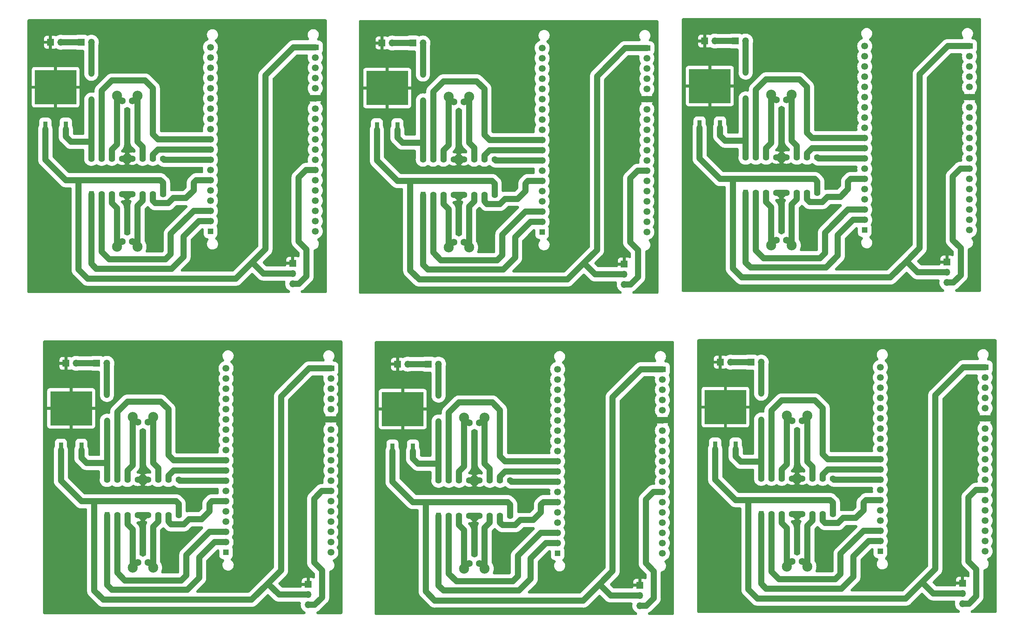
<source format=gbr>
%TF.GenerationSoftware,KiCad,Pcbnew,7.0.10*%
%TF.CreationDate,2024-06-27T10:14:01-03:00*%
%TF.ProjectId,EspR,45737052-2e6b-4696-9361-645f70636258,rev?*%
%TF.SameCoordinates,Original*%
%TF.FileFunction,Copper,L2,Bot*%
%TF.FilePolarity,Positive*%
%FSLAX46Y46*%
G04 Gerber Fmt 4.6, Leading zero omitted, Abs format (unit mm)*
G04 Created by KiCad (PCBNEW 7.0.10) date 2024-06-27 10:14:01*
%MOMM*%
%LPD*%
G01*
G04 APERTURE LIST*
%TA.AperFunction,ComponentPad*%
%ADD10R,1.700000X1.700000*%
%TD*%
%TA.AperFunction,ComponentPad*%
%ADD11O,1.700000X1.700000*%
%TD*%
%TA.AperFunction,ComponentPad*%
%ADD12C,2.500000*%
%TD*%
%TA.AperFunction,ComponentPad*%
%ADD13C,1.750000*%
%TD*%
%TA.AperFunction,ComponentPad*%
%ADD14R,1.350000X1.350000*%
%TD*%
%TA.AperFunction,ComponentPad*%
%ADD15C,1.700000*%
%TD*%
%TA.AperFunction,ComponentPad*%
%ADD16R,1.700000X1.350000*%
%TD*%
%TA.AperFunction,SMDPad,CuDef*%
%ADD17R,1.020000X3.740000*%
%TD*%
%TA.AperFunction,SMDPad,CuDef*%
%ADD18R,10.370000X8.560000*%
%TD*%
%TA.AperFunction,ComponentPad*%
%ADD19R,1.250000X1.600000*%
%TD*%
%TA.AperFunction,ComponentPad*%
%ADD20C,1.600000*%
%TD*%
%TA.AperFunction,ViaPad*%
%ADD21C,1.500000*%
%TD*%
%TA.AperFunction,Conductor*%
%ADD22C,1.500000*%
%TD*%
G04 APERTURE END LIST*
D10*
%TO.P,BAT1,1,Pin_1*%
%TO.N,GNC*%
X203462500Y-106875000D03*
D11*
%TO.P,BAT1,2,Pin_2*%
%TO.N,+7.5V*%
X206002500Y-106875000D03*
%TD*%
D12*
%TO.P,J1,1,Pin_1*%
%TO.N,Net-(J1-Pin_1)*%
X212360000Y-157675000D03*
D13*
X213630000Y-156405000D03*
%TO.P,J1,2,Pin_2*%
%TO.N,Net-(J1-Pin_2)*%
X216170000Y-156405000D03*
D12*
X217440000Y-157675000D03*
%TD*%
%TO.P,J1,1,Pin_1*%
%TO.N,Net-(J1-Pin_1)*%
X132295000Y-158165000D03*
D13*
X133565000Y-156895000D03*
%TO.P,J1,2,Pin_2*%
%TO.N,Net-(J1-Pin_2)*%
X136105000Y-156895000D03*
D12*
X137375000Y-158165000D03*
%TD*%
D14*
%TO.P,U1,J4_1,GND_J4_1*%
%TO.N,unconnected-(U1-GND_J4_1-PadJ4_1)*%
X235555000Y-153865000D03*
D15*
%TO.P,U1,J4_2,G23*%
%TO.N,Enable 1(23)*%
X235555000Y-151325000D03*
%TO.P,U1,J4_3,G22*%
%TO.N,Motor 1(22)*%
X235555000Y-148785000D03*
%TO.P,U1,J4_4,TXD*%
%TO.N,unconnected-(U1-TXD-PadJ4_4)*%
X235555000Y-146245000D03*
%TO.P,U1,J4_5,RXD*%
%TO.N,unconnected-(U1-RXD-PadJ4_5)*%
X235555000Y-143705000D03*
%TO.P,U1,J4_6,G21*%
%TO.N,Motor 1(21)*%
X235555000Y-141165000D03*
%TO.P,U1,J4_7,GND_J4_7*%
%TO.N,unconnected-(U1-GND_J4_7-PadJ4_7)*%
X235555000Y-138625000D03*
%TO.P,U1,J4_8,G19*%
%TO.N,Enable 2(19)*%
X235555000Y-136085000D03*
%TO.P,U1,J4_9,G18*%
%TO.N,Motor 2(18)*%
X235555000Y-133545000D03*
%TO.P,U1,J4_10,G5*%
%TO.N,Motor 2(5)*%
X235555000Y-131005000D03*
%TO.P,U1,J4_11,G17*%
%TO.N,unconnected-(U1-G17-PadJ4_11)*%
X235555000Y-128465000D03*
%TO.P,U1,J4_12,G16*%
%TO.N,unconnected-(U1-G16-PadJ4_12)*%
X235555000Y-125925000D03*
%TO.P,U1,J4_13,G4*%
%TO.N,unconnected-(U1-G4-PadJ4_13)*%
X235555000Y-123385000D03*
%TO.P,U1,J4_14,G0*%
%TO.N,unconnected-(U1-G0-PadJ4_14)*%
X235555000Y-120845000D03*
%TO.P,U1,J4_15,G2*%
%TO.N,unconnected-(U1-G2-PadJ4_15)*%
X235555000Y-118305000D03*
%TO.P,U1,J4_16,G15*%
%TO.N,unconnected-(U1-G15-PadJ4_16)*%
X235555000Y-115765000D03*
%TO.P,U1,J4_17,SD1*%
%TO.N,unconnected-(U1-SD1-PadJ4_17)*%
X235555000Y-113225000D03*
%TO.P,U1,J4_18,SD0*%
%TO.N,unconnected-(U1-SD0-PadJ4_18)*%
X235555000Y-110685000D03*
%TO.P,U1,J4_19,CLK*%
%TO.N,unconnected-(U1-CLK-PadJ4_19)*%
X235555000Y-108145000D03*
D16*
%TO.P,U1,J5_1,5V*%
%TO.N,+5V*%
X261555000Y-108145000D03*
D15*
%TO.P,U1,J5_2,CMD*%
%TO.N,unconnected-(U1-CMD-PadJ5_2)*%
X261555000Y-110685000D03*
%TO.P,U1,J5_3,SD3*%
%TO.N,unconnected-(U1-SD3-PadJ5_3)*%
X261555000Y-113225000D03*
%TO.P,U1,J5_4,SD2*%
%TO.N,unconnected-(U1-SD2-PadJ5_4)*%
X261555000Y-115765000D03*
%TO.P,U1,J5_5,G13*%
%TO.N,unconnected-(U1-G13-PadJ5_5)*%
X261555000Y-118305000D03*
%TO.P,U1,J5_6,GND_J5_6*%
%TO.N,GND*%
X261555000Y-120845000D03*
%TO.P,U1,J5_7,G12*%
%TO.N,unconnected-(U1-G12-PadJ5_7)*%
X261555000Y-123385000D03*
%TO.P,U1,J5_8,G14*%
%TO.N,unconnected-(U1-G14-PadJ5_8)*%
X261555000Y-125925000D03*
%TO.P,U1,J5_9,G27*%
%TO.N,unconnected-(U1-G27-PadJ5_9)*%
X261555000Y-128465000D03*
%TO.P,U1,J5_10,G26*%
%TO.N,unconnected-(U1-G26-PadJ5_10)*%
X261555000Y-131005000D03*
%TO.P,U1,J5_11,G25*%
%TO.N,unconnected-(U1-G25-PadJ5_11)*%
X261555000Y-133545000D03*
%TO.P,U1,J5_12,G33*%
%TO.N,unconnected-(U1-G33-PadJ5_12)*%
X261555000Y-136085000D03*
%TO.P,U1,J5_13,G32*%
%TO.N,32*%
X261555000Y-138625000D03*
%TO.P,U1,J5_14,G35*%
%TO.N,unconnected-(U1-G35-PadJ5_14)*%
X261555000Y-141165000D03*
%TO.P,U1,J5_15,G34*%
%TO.N,unconnected-(U1-G34-PadJ5_15)*%
X261555000Y-143705000D03*
%TO.P,U1,J5_16,SN*%
%TO.N,unconnected-(U1-SN-PadJ5_16)*%
X261555000Y-146245000D03*
%TO.P,U1,J5_17,SP*%
%TO.N,unconnected-(U1-SP-PadJ5_17)*%
X261555000Y-148785000D03*
%TO.P,U1,J5_18,EN*%
%TO.N,unconnected-(U1-EN-PadJ5_18)*%
X261555000Y-151325000D03*
%TO.P,U1,J5_19,3V3*%
%TO.N,unconnected-(U1-3V3-PadJ5_19)*%
X261555000Y-153865000D03*
%TD*%
D10*
%TO.P,BAT1,1,Pin_1*%
%TO.N,GNC*%
X123397500Y-107365000D03*
D11*
%TO.P,BAT1,2,Pin_2*%
%TO.N,+7.5V*%
X125937500Y-107365000D03*
%TD*%
D17*
%TO.P,U3,1,IN*%
%TO.N,+7.5V*%
X199660000Y-128465000D03*
%TO.P,U3,2,OUT*%
%TO.N,+5V*%
X194580000Y-128465000D03*
D18*
%TO.P,U3,3,GND*%
%TO.N,GND*%
X197120000Y-118055000D03*
%TD*%
D10*
%TO.P,J4,1,Pin_1*%
%TO.N,GND*%
X255950000Y-161815000D03*
D11*
%TO.P,J4,2,Pin_2*%
%TO.N,+5V*%
X255950000Y-164355000D03*
%TO.P,J4,3,Pin_3*%
%TO.N,32*%
X255950000Y-166895000D03*
%TD*%
D19*
%TO.P,U2,1,ENABLE1*%
%TO.N,Enable 1(23)*%
X206010000Y-144605000D03*
D20*
%TO.P,U2,2,INPUT1*%
%TO.N,Motor 1(22)*%
X208550000Y-144605000D03*
%TO.P,U2,3,OUTPUT1*%
%TO.N,Net-(J1-Pin_1)*%
X211090000Y-144605000D03*
%TO.P,U2,4,GND*%
%TO.N,GND*%
X213630000Y-144605000D03*
%TO.P,U2,5,GND*%
X216170000Y-144605000D03*
%TO.P,U2,6,OUTPUT2*%
%TO.N,Net-(J1-Pin_2)*%
X218710000Y-144605000D03*
%TO.P,U2,7,INPUT2*%
%TO.N,Motor 1(21)*%
X221250000Y-144605000D03*
%TO.P,U2,8,VS*%
%TO.N,+5V*%
X223790000Y-144605000D03*
%TO.P,U2,9,ENABLE2*%
%TO.N,Enable 2(19)*%
X223790000Y-135805000D03*
%TO.P,U2,10,INPUT3*%
%TO.N,Motor 2(18)*%
X221250000Y-135805000D03*
%TO.P,U2,11,OUTPUT3*%
%TO.N,Net-(J2-Pin_1)*%
X218710000Y-135805000D03*
%TO.P,U2,12,GND*%
%TO.N,GND*%
X216170000Y-135805000D03*
%TO.P,U2,13,GND*%
X213630000Y-135805000D03*
%TO.P,U2,14,OUTPUT4*%
%TO.N,Net-(J2-Pin_2)*%
X211090000Y-135805000D03*
%TO.P,U2,15,INPUT4*%
%TO.N,Motor 2(5)*%
X208550000Y-135805000D03*
%TO.P,U2,16,VSS*%
%TO.N,+7.5V*%
X206010000Y-135805000D03*
%TD*%
D12*
%TO.P,J2,1,Pin_1*%
%TO.N,Net-(J2-Pin_1)*%
X217440000Y-120210000D03*
D13*
X216170000Y-121480000D03*
%TO.P,J2,2,Pin_2*%
%TO.N,Net-(J2-Pin_2)*%
X213630000Y-121480000D03*
D12*
X212360000Y-120210000D03*
%TD*%
D14*
%TO.P,U1,J4_1,GND_J4_1*%
%TO.N,unconnected-(U1-GND_J4_1-PadJ4_1)*%
X155490000Y-154355000D03*
D15*
%TO.P,U1,J4_2,G23*%
%TO.N,Enable 1(23)*%
X155490000Y-151815000D03*
%TO.P,U1,J4_3,G22*%
%TO.N,Motor 1(22)*%
X155490000Y-149275000D03*
%TO.P,U1,J4_4,TXD*%
%TO.N,unconnected-(U1-TXD-PadJ4_4)*%
X155490000Y-146735000D03*
%TO.P,U1,J4_5,RXD*%
%TO.N,unconnected-(U1-RXD-PadJ4_5)*%
X155490000Y-144195000D03*
%TO.P,U1,J4_6,G21*%
%TO.N,Motor 1(21)*%
X155490000Y-141655000D03*
%TO.P,U1,J4_7,GND_J4_7*%
%TO.N,unconnected-(U1-GND_J4_7-PadJ4_7)*%
X155490000Y-139115000D03*
%TO.P,U1,J4_8,G19*%
%TO.N,Enable 2(19)*%
X155490000Y-136575000D03*
%TO.P,U1,J4_9,G18*%
%TO.N,Motor 2(18)*%
X155490000Y-134035000D03*
%TO.P,U1,J4_10,G5*%
%TO.N,Motor 2(5)*%
X155490000Y-131495000D03*
%TO.P,U1,J4_11,G17*%
%TO.N,unconnected-(U1-G17-PadJ4_11)*%
X155490000Y-128955000D03*
%TO.P,U1,J4_12,G16*%
%TO.N,unconnected-(U1-G16-PadJ4_12)*%
X155490000Y-126415000D03*
%TO.P,U1,J4_13,G4*%
%TO.N,unconnected-(U1-G4-PadJ4_13)*%
X155490000Y-123875000D03*
%TO.P,U1,J4_14,G0*%
%TO.N,unconnected-(U1-G0-PadJ4_14)*%
X155490000Y-121335000D03*
%TO.P,U1,J4_15,G2*%
%TO.N,unconnected-(U1-G2-PadJ4_15)*%
X155490000Y-118795000D03*
%TO.P,U1,J4_16,G15*%
%TO.N,unconnected-(U1-G15-PadJ4_16)*%
X155490000Y-116255000D03*
%TO.P,U1,J4_17,SD1*%
%TO.N,unconnected-(U1-SD1-PadJ4_17)*%
X155490000Y-113715000D03*
%TO.P,U1,J4_18,SD0*%
%TO.N,unconnected-(U1-SD0-PadJ4_18)*%
X155490000Y-111175000D03*
%TO.P,U1,J4_19,CLK*%
%TO.N,unconnected-(U1-CLK-PadJ4_19)*%
X155490000Y-108635000D03*
D16*
%TO.P,U1,J5_1,5V*%
%TO.N,+5V*%
X181490000Y-108635000D03*
D15*
%TO.P,U1,J5_2,CMD*%
%TO.N,unconnected-(U1-CMD-PadJ5_2)*%
X181490000Y-111175000D03*
%TO.P,U1,J5_3,SD3*%
%TO.N,unconnected-(U1-SD3-PadJ5_3)*%
X181490000Y-113715000D03*
%TO.P,U1,J5_4,SD2*%
%TO.N,unconnected-(U1-SD2-PadJ5_4)*%
X181490000Y-116255000D03*
%TO.P,U1,J5_5,G13*%
%TO.N,unconnected-(U1-G13-PadJ5_5)*%
X181490000Y-118795000D03*
%TO.P,U1,J5_6,GND_J5_6*%
%TO.N,GND*%
X181490000Y-121335000D03*
%TO.P,U1,J5_7,G12*%
%TO.N,unconnected-(U1-G12-PadJ5_7)*%
X181490000Y-123875000D03*
%TO.P,U1,J5_8,G14*%
%TO.N,unconnected-(U1-G14-PadJ5_8)*%
X181490000Y-126415000D03*
%TO.P,U1,J5_9,G27*%
%TO.N,unconnected-(U1-G27-PadJ5_9)*%
X181490000Y-128955000D03*
%TO.P,U1,J5_10,G26*%
%TO.N,unconnected-(U1-G26-PadJ5_10)*%
X181490000Y-131495000D03*
%TO.P,U1,J5_11,G25*%
%TO.N,unconnected-(U1-G25-PadJ5_11)*%
X181490000Y-134035000D03*
%TO.P,U1,J5_12,G33*%
%TO.N,unconnected-(U1-G33-PadJ5_12)*%
X181490000Y-136575000D03*
%TO.P,U1,J5_13,G32*%
%TO.N,32*%
X181490000Y-139115000D03*
%TO.P,U1,J5_14,G35*%
%TO.N,unconnected-(U1-G35-PadJ5_14)*%
X181490000Y-141655000D03*
%TO.P,U1,J5_15,G34*%
%TO.N,unconnected-(U1-G34-PadJ5_15)*%
X181490000Y-144195000D03*
%TO.P,U1,J5_16,SN*%
%TO.N,unconnected-(U1-SN-PadJ5_16)*%
X181490000Y-146735000D03*
%TO.P,U1,J5_17,SP*%
%TO.N,unconnected-(U1-SP-PadJ5_17)*%
X181490000Y-149275000D03*
%TO.P,U1,J5_18,EN*%
%TO.N,unconnected-(U1-EN-PadJ5_18)*%
X181490000Y-151815000D03*
%TO.P,U1,J5_19,3V3*%
%TO.N,unconnected-(U1-3V3-PadJ5_19)*%
X181490000Y-154355000D03*
%TD*%
D17*
%TO.P,U3,1,IN*%
%TO.N,+7.5V*%
X119595000Y-128955000D03*
%TO.P,U3,2,OUT*%
%TO.N,+5V*%
X114515000Y-128955000D03*
D18*
%TO.P,U3,3,GND*%
%TO.N,GND*%
X117055000Y-118545000D03*
%TD*%
D19*
%TO.P,U2,1,ENABLE1*%
%TO.N,Enable 1(23)*%
X125945000Y-145095000D03*
D20*
%TO.P,U2,2,INPUT1*%
%TO.N,Motor 1(22)*%
X128485000Y-145095000D03*
%TO.P,U2,3,OUTPUT1*%
%TO.N,Net-(J1-Pin_1)*%
X131025000Y-145095000D03*
%TO.P,U2,4,GND*%
%TO.N,GND*%
X133565000Y-145095000D03*
%TO.P,U2,5,GND*%
X136105000Y-145095000D03*
%TO.P,U2,6,OUTPUT2*%
%TO.N,Net-(J1-Pin_2)*%
X138645000Y-145095000D03*
%TO.P,U2,7,INPUT2*%
%TO.N,Motor 1(21)*%
X141185000Y-145095000D03*
%TO.P,U2,8,VS*%
%TO.N,+5V*%
X143725000Y-145095000D03*
%TO.P,U2,9,ENABLE2*%
%TO.N,Enable 2(19)*%
X143725000Y-136295000D03*
%TO.P,U2,10,INPUT3*%
%TO.N,Motor 2(18)*%
X141185000Y-136295000D03*
%TO.P,U2,11,OUTPUT3*%
%TO.N,Net-(J2-Pin_1)*%
X138645000Y-136295000D03*
%TO.P,U2,12,GND*%
%TO.N,GND*%
X136105000Y-136295000D03*
%TO.P,U2,13,GND*%
X133565000Y-136295000D03*
%TO.P,U2,14,OUTPUT4*%
%TO.N,Net-(J2-Pin_2)*%
X131025000Y-136295000D03*
%TO.P,U2,15,INPUT4*%
%TO.N,Motor 2(5)*%
X128485000Y-136295000D03*
%TO.P,U2,16,VSS*%
%TO.N,+7.5V*%
X125945000Y-136295000D03*
%TD*%
D10*
%TO.P,BAT2,1,Pin_1*%
%TO.N,GND*%
X195837500Y-106875000D03*
D11*
%TO.P,BAT2,2,Pin_2*%
%TO.N,GNC*%
X198377500Y-106875000D03*
%TD*%
D12*
%TO.P,J2,1,Pin_1*%
%TO.N,Net-(J2-Pin_1)*%
X137375000Y-120700000D03*
D13*
X136105000Y-121970000D03*
%TO.P,J2,2,Pin_2*%
%TO.N,Net-(J2-Pin_2)*%
X133565000Y-121970000D03*
D12*
X132295000Y-120700000D03*
%TD*%
D10*
%TO.P,J4,1,Pin_1*%
%TO.N,GND*%
X175885000Y-162305000D03*
D11*
%TO.P,J4,2,Pin_2*%
%TO.N,+5V*%
X175885000Y-164845000D03*
%TO.P,J4,3,Pin_3*%
%TO.N,32*%
X175885000Y-167385000D03*
%TD*%
D10*
%TO.P,BAT2,1,Pin_1*%
%TO.N,GND*%
X115772500Y-107365000D03*
D11*
%TO.P,BAT2,2,Pin_2*%
%TO.N,GNC*%
X118312500Y-107365000D03*
%TD*%
D14*
%TO.P,U1,J4_1,GND_J4_1*%
%TO.N,unconnected-(U1-GND_J4_1-PadJ4_1)*%
X73210000Y-154160000D03*
D15*
%TO.P,U1,J4_2,G23*%
%TO.N,Enable 1(23)*%
X73210000Y-151620000D03*
%TO.P,U1,J4_3,G22*%
%TO.N,Motor 1(22)*%
X73210000Y-149080000D03*
%TO.P,U1,J4_4,TXD*%
%TO.N,unconnected-(U1-TXD-PadJ4_4)*%
X73210000Y-146540000D03*
%TO.P,U1,J4_5,RXD*%
%TO.N,unconnected-(U1-RXD-PadJ4_5)*%
X73210000Y-144000000D03*
%TO.P,U1,J4_6,G21*%
%TO.N,Motor 1(21)*%
X73210000Y-141460000D03*
%TO.P,U1,J4_7,GND_J4_7*%
%TO.N,unconnected-(U1-GND_J4_7-PadJ4_7)*%
X73210000Y-138920000D03*
%TO.P,U1,J4_8,G19*%
%TO.N,Enable 2(19)*%
X73210000Y-136380000D03*
%TO.P,U1,J4_9,G18*%
%TO.N,Motor 2(18)*%
X73210000Y-133840000D03*
%TO.P,U1,J4_10,G5*%
%TO.N,Motor 2(5)*%
X73210000Y-131300000D03*
%TO.P,U1,J4_11,G17*%
%TO.N,unconnected-(U1-G17-PadJ4_11)*%
X73210000Y-128760000D03*
%TO.P,U1,J4_12,G16*%
%TO.N,unconnected-(U1-G16-PadJ4_12)*%
X73210000Y-126220000D03*
%TO.P,U1,J4_13,G4*%
%TO.N,unconnected-(U1-G4-PadJ4_13)*%
X73210000Y-123680000D03*
%TO.P,U1,J4_14,G0*%
%TO.N,unconnected-(U1-G0-PadJ4_14)*%
X73210000Y-121140000D03*
%TO.P,U1,J4_15,G2*%
%TO.N,unconnected-(U1-G2-PadJ4_15)*%
X73210000Y-118600000D03*
%TO.P,U1,J4_16,G15*%
%TO.N,unconnected-(U1-G15-PadJ4_16)*%
X73210000Y-116060000D03*
%TO.P,U1,J4_17,SD1*%
%TO.N,unconnected-(U1-SD1-PadJ4_17)*%
X73210000Y-113520000D03*
%TO.P,U1,J4_18,SD0*%
%TO.N,unconnected-(U1-SD0-PadJ4_18)*%
X73210000Y-110980000D03*
%TO.P,U1,J4_19,CLK*%
%TO.N,unconnected-(U1-CLK-PadJ4_19)*%
X73210000Y-108440000D03*
D16*
%TO.P,U1,J5_1,5V*%
%TO.N,+5V*%
X99210000Y-108440000D03*
D15*
%TO.P,U1,J5_2,CMD*%
%TO.N,unconnected-(U1-CMD-PadJ5_2)*%
X99210000Y-110980000D03*
%TO.P,U1,J5_3,SD3*%
%TO.N,unconnected-(U1-SD3-PadJ5_3)*%
X99210000Y-113520000D03*
%TO.P,U1,J5_4,SD2*%
%TO.N,unconnected-(U1-SD2-PadJ5_4)*%
X99210000Y-116060000D03*
%TO.P,U1,J5_5,G13*%
%TO.N,unconnected-(U1-G13-PadJ5_5)*%
X99210000Y-118600000D03*
%TO.P,U1,J5_6,GND_J5_6*%
%TO.N,GND*%
X99210000Y-121140000D03*
%TO.P,U1,J5_7,G12*%
%TO.N,unconnected-(U1-G12-PadJ5_7)*%
X99210000Y-123680000D03*
%TO.P,U1,J5_8,G14*%
%TO.N,unconnected-(U1-G14-PadJ5_8)*%
X99210000Y-126220000D03*
%TO.P,U1,J5_9,G27*%
%TO.N,unconnected-(U1-G27-PadJ5_9)*%
X99210000Y-128760000D03*
%TO.P,U1,J5_10,G26*%
%TO.N,unconnected-(U1-G26-PadJ5_10)*%
X99210000Y-131300000D03*
%TO.P,U1,J5_11,G25*%
%TO.N,unconnected-(U1-G25-PadJ5_11)*%
X99210000Y-133840000D03*
%TO.P,U1,J5_12,G33*%
%TO.N,unconnected-(U1-G33-PadJ5_12)*%
X99210000Y-136380000D03*
%TO.P,U1,J5_13,G32*%
%TO.N,32*%
X99210000Y-138920000D03*
%TO.P,U1,J5_14,G35*%
%TO.N,unconnected-(U1-G35-PadJ5_14)*%
X99210000Y-141460000D03*
%TO.P,U1,J5_15,G34*%
%TO.N,unconnected-(U1-G34-PadJ5_15)*%
X99210000Y-144000000D03*
%TO.P,U1,J5_16,SN*%
%TO.N,unconnected-(U1-SN-PadJ5_16)*%
X99210000Y-146540000D03*
%TO.P,U1,J5_17,SP*%
%TO.N,unconnected-(U1-SP-PadJ5_17)*%
X99210000Y-149080000D03*
%TO.P,U1,J5_18,EN*%
%TO.N,unconnected-(U1-EN-PadJ5_18)*%
X99210000Y-151620000D03*
%TO.P,U1,J5_19,3V3*%
%TO.N,unconnected-(U1-3V3-PadJ5_19)*%
X99210000Y-154160000D03*
%TD*%
D12*
%TO.P,J2,1,Pin_1*%
%TO.N,Net-(J2-Pin_1)*%
X55095000Y-120505000D03*
D13*
X53825000Y-121775000D03*
%TO.P,J2,2,Pin_2*%
%TO.N,Net-(J2-Pin_2)*%
X51285000Y-121775000D03*
D12*
X50015000Y-120505000D03*
%TD*%
D17*
%TO.P,U3,1,IN*%
%TO.N,+7.5V*%
X37315000Y-128760000D03*
%TO.P,U3,2,OUT*%
%TO.N,+5V*%
X32235000Y-128760000D03*
D18*
%TO.P,U3,3,GND*%
%TO.N,GND*%
X34775000Y-118350000D03*
%TD*%
D19*
%TO.P,U2,1,ENABLE1*%
%TO.N,Enable 1(23)*%
X43665000Y-144900000D03*
D20*
%TO.P,U2,2,INPUT1*%
%TO.N,Motor 1(22)*%
X46205000Y-144900000D03*
%TO.P,U2,3,OUTPUT1*%
%TO.N,Net-(J1-Pin_1)*%
X48745000Y-144900000D03*
%TO.P,U2,4,GND*%
%TO.N,GND*%
X51285000Y-144900000D03*
%TO.P,U2,5,GND*%
X53825000Y-144900000D03*
%TO.P,U2,6,OUTPUT2*%
%TO.N,Net-(J1-Pin_2)*%
X56365000Y-144900000D03*
%TO.P,U2,7,INPUT2*%
%TO.N,Motor 1(21)*%
X58905000Y-144900000D03*
%TO.P,U2,8,VS*%
%TO.N,+5V*%
X61445000Y-144900000D03*
%TO.P,U2,9,ENABLE2*%
%TO.N,Enable 2(19)*%
X61445000Y-136100000D03*
%TO.P,U2,10,INPUT3*%
%TO.N,Motor 2(18)*%
X58905000Y-136100000D03*
%TO.P,U2,11,OUTPUT3*%
%TO.N,Net-(J2-Pin_1)*%
X56365000Y-136100000D03*
%TO.P,U2,12,GND*%
%TO.N,GND*%
X53825000Y-136100000D03*
%TO.P,U2,13,GND*%
X51285000Y-136100000D03*
%TO.P,U2,14,OUTPUT4*%
%TO.N,Net-(J2-Pin_2)*%
X48745000Y-136100000D03*
%TO.P,U2,15,INPUT4*%
%TO.N,Motor 2(5)*%
X46205000Y-136100000D03*
%TO.P,U2,16,VSS*%
%TO.N,+7.5V*%
X43665000Y-136100000D03*
%TD*%
D10*
%TO.P,J4,1,Pin_1*%
%TO.N,GND*%
X93605000Y-162110000D03*
D11*
%TO.P,J4,2,Pin_2*%
%TO.N,+5V*%
X93605000Y-164650000D03*
%TO.P,J4,3,Pin_3*%
%TO.N,32*%
X93605000Y-167190000D03*
%TD*%
D12*
%TO.P,J1,1,Pin_1*%
%TO.N,Net-(J1-Pin_1)*%
X50015000Y-157970000D03*
D13*
X51285000Y-156700000D03*
%TO.P,J1,2,Pin_2*%
%TO.N,Net-(J1-Pin_2)*%
X53825000Y-156700000D03*
D12*
X55095000Y-157970000D03*
%TD*%
D10*
%TO.P,BAT1,1,Pin_1*%
%TO.N,GNC*%
X41117500Y-107170000D03*
D11*
%TO.P,BAT1,2,Pin_2*%
%TO.N,+7.5V*%
X43657500Y-107170000D03*
%TD*%
D10*
%TO.P,BAT2,1,Pin_1*%
%TO.N,GND*%
X33492500Y-107170000D03*
D11*
%TO.P,BAT2,2,Pin_2*%
%TO.N,GNC*%
X36032500Y-107170000D03*
%TD*%
D12*
%TO.P,J1,1,Pin_1*%
%TO.N,Net-(J1-Pin_1)*%
X208490000Y-77875000D03*
D13*
X209760000Y-76605000D03*
%TO.P,J1,2,Pin_2*%
%TO.N,Net-(J1-Pin_2)*%
X212300000Y-76605000D03*
D12*
X213570000Y-77875000D03*
%TD*%
D10*
%TO.P,BAT1,1,Pin_1*%
%TO.N,GNC*%
X199592500Y-27075000D03*
D11*
%TO.P,BAT1,2,Pin_2*%
%TO.N,+7.5V*%
X202132500Y-27075000D03*
%TD*%
D14*
%TO.P,U1,J4_1,GND_J4_1*%
%TO.N,unconnected-(U1-GND_J4_1-PadJ4_1)*%
X231685000Y-74065000D03*
D15*
%TO.P,U1,J4_2,G23*%
%TO.N,Enable 1(23)*%
X231685000Y-71525000D03*
%TO.P,U1,J4_3,G22*%
%TO.N,Motor 1(22)*%
X231685000Y-68985000D03*
%TO.P,U1,J4_4,TXD*%
%TO.N,unconnected-(U1-TXD-PadJ4_4)*%
X231685000Y-66445000D03*
%TO.P,U1,J4_5,RXD*%
%TO.N,unconnected-(U1-RXD-PadJ4_5)*%
X231685000Y-63905000D03*
%TO.P,U1,J4_6,G21*%
%TO.N,Motor 1(21)*%
X231685000Y-61365000D03*
%TO.P,U1,J4_7,GND_J4_7*%
%TO.N,unconnected-(U1-GND_J4_7-PadJ4_7)*%
X231685000Y-58825000D03*
%TO.P,U1,J4_8,G19*%
%TO.N,Enable 2(19)*%
X231685000Y-56285000D03*
%TO.P,U1,J4_9,G18*%
%TO.N,Motor 2(18)*%
X231685000Y-53745000D03*
%TO.P,U1,J4_10,G5*%
%TO.N,Motor 2(5)*%
X231685000Y-51205000D03*
%TO.P,U1,J4_11,G17*%
%TO.N,unconnected-(U1-G17-PadJ4_11)*%
X231685000Y-48665000D03*
%TO.P,U1,J4_12,G16*%
%TO.N,unconnected-(U1-G16-PadJ4_12)*%
X231685000Y-46125000D03*
%TO.P,U1,J4_13,G4*%
%TO.N,unconnected-(U1-G4-PadJ4_13)*%
X231685000Y-43585000D03*
%TO.P,U1,J4_14,G0*%
%TO.N,unconnected-(U1-G0-PadJ4_14)*%
X231685000Y-41045000D03*
%TO.P,U1,J4_15,G2*%
%TO.N,unconnected-(U1-G2-PadJ4_15)*%
X231685000Y-38505000D03*
%TO.P,U1,J4_16,G15*%
%TO.N,unconnected-(U1-G15-PadJ4_16)*%
X231685000Y-35965000D03*
%TO.P,U1,J4_17,SD1*%
%TO.N,unconnected-(U1-SD1-PadJ4_17)*%
X231685000Y-33425000D03*
%TO.P,U1,J4_18,SD0*%
%TO.N,unconnected-(U1-SD0-PadJ4_18)*%
X231685000Y-30885000D03*
%TO.P,U1,J4_19,CLK*%
%TO.N,unconnected-(U1-CLK-PadJ4_19)*%
X231685000Y-28345000D03*
D16*
%TO.P,U1,J5_1,5V*%
%TO.N,+5V*%
X257685000Y-28345000D03*
D15*
%TO.P,U1,J5_2,CMD*%
%TO.N,unconnected-(U1-CMD-PadJ5_2)*%
X257685000Y-30885000D03*
%TO.P,U1,J5_3,SD3*%
%TO.N,unconnected-(U1-SD3-PadJ5_3)*%
X257685000Y-33425000D03*
%TO.P,U1,J5_4,SD2*%
%TO.N,unconnected-(U1-SD2-PadJ5_4)*%
X257685000Y-35965000D03*
%TO.P,U1,J5_5,G13*%
%TO.N,unconnected-(U1-G13-PadJ5_5)*%
X257685000Y-38505000D03*
%TO.P,U1,J5_6,GND_J5_6*%
%TO.N,GND*%
X257685000Y-41045000D03*
%TO.P,U1,J5_7,G12*%
%TO.N,unconnected-(U1-G12-PadJ5_7)*%
X257685000Y-43585000D03*
%TO.P,U1,J5_8,G14*%
%TO.N,unconnected-(U1-G14-PadJ5_8)*%
X257685000Y-46125000D03*
%TO.P,U1,J5_9,G27*%
%TO.N,unconnected-(U1-G27-PadJ5_9)*%
X257685000Y-48665000D03*
%TO.P,U1,J5_10,G26*%
%TO.N,unconnected-(U1-G26-PadJ5_10)*%
X257685000Y-51205000D03*
%TO.P,U1,J5_11,G25*%
%TO.N,unconnected-(U1-G25-PadJ5_11)*%
X257685000Y-53745000D03*
%TO.P,U1,J5_12,G33*%
%TO.N,unconnected-(U1-G33-PadJ5_12)*%
X257685000Y-56285000D03*
%TO.P,U1,J5_13,G32*%
%TO.N,32*%
X257685000Y-58825000D03*
%TO.P,U1,J5_14,G35*%
%TO.N,unconnected-(U1-G35-PadJ5_14)*%
X257685000Y-61365000D03*
%TO.P,U1,J5_15,G34*%
%TO.N,unconnected-(U1-G34-PadJ5_15)*%
X257685000Y-63905000D03*
%TO.P,U1,J5_16,SN*%
%TO.N,unconnected-(U1-SN-PadJ5_16)*%
X257685000Y-66445000D03*
%TO.P,U1,J5_17,SP*%
%TO.N,unconnected-(U1-SP-PadJ5_17)*%
X257685000Y-68985000D03*
%TO.P,U1,J5_18,EN*%
%TO.N,unconnected-(U1-EN-PadJ5_18)*%
X257685000Y-71525000D03*
%TO.P,U1,J5_19,3V3*%
%TO.N,unconnected-(U1-3V3-PadJ5_19)*%
X257685000Y-74065000D03*
%TD*%
D17*
%TO.P,U3,1,IN*%
%TO.N,+7.5V*%
X195790000Y-48665000D03*
%TO.P,U3,2,OUT*%
%TO.N,+5V*%
X190710000Y-48665000D03*
D18*
%TO.P,U3,3,GND*%
%TO.N,GND*%
X193250000Y-38255000D03*
%TD*%
D19*
%TO.P,U2,1,ENABLE1*%
%TO.N,Enable 1(23)*%
X202140000Y-64805000D03*
D20*
%TO.P,U2,2,INPUT1*%
%TO.N,Motor 1(22)*%
X204680000Y-64805000D03*
%TO.P,U2,3,OUTPUT1*%
%TO.N,Net-(J1-Pin_1)*%
X207220000Y-64805000D03*
%TO.P,U2,4,GND*%
%TO.N,GND*%
X209760000Y-64805000D03*
%TO.P,U2,5,GND*%
X212300000Y-64805000D03*
%TO.P,U2,6,OUTPUT2*%
%TO.N,Net-(J1-Pin_2)*%
X214840000Y-64805000D03*
%TO.P,U2,7,INPUT2*%
%TO.N,Motor 1(21)*%
X217380000Y-64805000D03*
%TO.P,U2,8,VS*%
%TO.N,+5V*%
X219920000Y-64805000D03*
%TO.P,U2,9,ENABLE2*%
%TO.N,Enable 2(19)*%
X219920000Y-56005000D03*
%TO.P,U2,10,INPUT3*%
%TO.N,Motor 2(18)*%
X217380000Y-56005000D03*
%TO.P,U2,11,OUTPUT3*%
%TO.N,Net-(J2-Pin_1)*%
X214840000Y-56005000D03*
%TO.P,U2,12,GND*%
%TO.N,GND*%
X212300000Y-56005000D03*
%TO.P,U2,13,GND*%
X209760000Y-56005000D03*
%TO.P,U2,14,OUTPUT4*%
%TO.N,Net-(J2-Pin_2)*%
X207220000Y-56005000D03*
%TO.P,U2,15,INPUT4*%
%TO.N,Motor 2(5)*%
X204680000Y-56005000D03*
%TO.P,U2,16,VSS*%
%TO.N,+7.5V*%
X202140000Y-56005000D03*
%TD*%
D12*
%TO.P,J2,1,Pin_1*%
%TO.N,Net-(J2-Pin_1)*%
X213570000Y-40410000D03*
D13*
X212300000Y-41680000D03*
%TO.P,J2,2,Pin_2*%
%TO.N,Net-(J2-Pin_2)*%
X209760000Y-41680000D03*
D12*
X208490000Y-40410000D03*
%TD*%
D10*
%TO.P,J4,1,Pin_1*%
%TO.N,GND*%
X252080000Y-82015000D03*
D11*
%TO.P,J4,2,Pin_2*%
%TO.N,+5V*%
X252080000Y-84555000D03*
%TO.P,J4,3,Pin_3*%
%TO.N,32*%
X252080000Y-87095000D03*
%TD*%
D10*
%TO.P,BAT2,1,Pin_1*%
%TO.N,GND*%
X191967500Y-27075000D03*
D11*
%TO.P,BAT2,2,Pin_2*%
%TO.N,GNC*%
X194507500Y-27075000D03*
%TD*%
D14*
%TO.P,U1,J4_1,GND_J4_1*%
%TO.N,unconnected-(U1-GND_J4_1-PadJ4_1)*%
X151620000Y-74555000D03*
D15*
%TO.P,U1,J4_2,G23*%
%TO.N,Enable 1(23)*%
X151620000Y-72015000D03*
%TO.P,U1,J4_3,G22*%
%TO.N,Motor 1(22)*%
X151620000Y-69475000D03*
%TO.P,U1,J4_4,TXD*%
%TO.N,unconnected-(U1-TXD-PadJ4_4)*%
X151620000Y-66935000D03*
%TO.P,U1,J4_5,RXD*%
%TO.N,unconnected-(U1-RXD-PadJ4_5)*%
X151620000Y-64395000D03*
%TO.P,U1,J4_6,G21*%
%TO.N,Motor 1(21)*%
X151620000Y-61855000D03*
%TO.P,U1,J4_7,GND_J4_7*%
%TO.N,unconnected-(U1-GND_J4_7-PadJ4_7)*%
X151620000Y-59315000D03*
%TO.P,U1,J4_8,G19*%
%TO.N,Enable 2(19)*%
X151620000Y-56775000D03*
%TO.P,U1,J4_9,G18*%
%TO.N,Motor 2(18)*%
X151620000Y-54235000D03*
%TO.P,U1,J4_10,G5*%
%TO.N,Motor 2(5)*%
X151620000Y-51695000D03*
%TO.P,U1,J4_11,G17*%
%TO.N,unconnected-(U1-G17-PadJ4_11)*%
X151620000Y-49155000D03*
%TO.P,U1,J4_12,G16*%
%TO.N,unconnected-(U1-G16-PadJ4_12)*%
X151620000Y-46615000D03*
%TO.P,U1,J4_13,G4*%
%TO.N,unconnected-(U1-G4-PadJ4_13)*%
X151620000Y-44075000D03*
%TO.P,U1,J4_14,G0*%
%TO.N,unconnected-(U1-G0-PadJ4_14)*%
X151620000Y-41535000D03*
%TO.P,U1,J4_15,G2*%
%TO.N,unconnected-(U1-G2-PadJ4_15)*%
X151620000Y-38995000D03*
%TO.P,U1,J4_16,G15*%
%TO.N,unconnected-(U1-G15-PadJ4_16)*%
X151620000Y-36455000D03*
%TO.P,U1,J4_17,SD1*%
%TO.N,unconnected-(U1-SD1-PadJ4_17)*%
X151620000Y-33915000D03*
%TO.P,U1,J4_18,SD0*%
%TO.N,unconnected-(U1-SD0-PadJ4_18)*%
X151620000Y-31375000D03*
%TO.P,U1,J4_19,CLK*%
%TO.N,unconnected-(U1-CLK-PadJ4_19)*%
X151620000Y-28835000D03*
D16*
%TO.P,U1,J5_1,5V*%
%TO.N,+5V*%
X177620000Y-28835000D03*
D15*
%TO.P,U1,J5_2,CMD*%
%TO.N,unconnected-(U1-CMD-PadJ5_2)*%
X177620000Y-31375000D03*
%TO.P,U1,J5_3,SD3*%
%TO.N,unconnected-(U1-SD3-PadJ5_3)*%
X177620000Y-33915000D03*
%TO.P,U1,J5_4,SD2*%
%TO.N,unconnected-(U1-SD2-PadJ5_4)*%
X177620000Y-36455000D03*
%TO.P,U1,J5_5,G13*%
%TO.N,unconnected-(U1-G13-PadJ5_5)*%
X177620000Y-38995000D03*
%TO.P,U1,J5_6,GND_J5_6*%
%TO.N,GND*%
X177620000Y-41535000D03*
%TO.P,U1,J5_7,G12*%
%TO.N,unconnected-(U1-G12-PadJ5_7)*%
X177620000Y-44075000D03*
%TO.P,U1,J5_8,G14*%
%TO.N,unconnected-(U1-G14-PadJ5_8)*%
X177620000Y-46615000D03*
%TO.P,U1,J5_9,G27*%
%TO.N,unconnected-(U1-G27-PadJ5_9)*%
X177620000Y-49155000D03*
%TO.P,U1,J5_10,G26*%
%TO.N,unconnected-(U1-G26-PadJ5_10)*%
X177620000Y-51695000D03*
%TO.P,U1,J5_11,G25*%
%TO.N,unconnected-(U1-G25-PadJ5_11)*%
X177620000Y-54235000D03*
%TO.P,U1,J5_12,G33*%
%TO.N,unconnected-(U1-G33-PadJ5_12)*%
X177620000Y-56775000D03*
%TO.P,U1,J5_13,G32*%
%TO.N,32*%
X177620000Y-59315000D03*
%TO.P,U1,J5_14,G35*%
%TO.N,unconnected-(U1-G35-PadJ5_14)*%
X177620000Y-61855000D03*
%TO.P,U1,J5_15,G34*%
%TO.N,unconnected-(U1-G34-PadJ5_15)*%
X177620000Y-64395000D03*
%TO.P,U1,J5_16,SN*%
%TO.N,unconnected-(U1-SN-PadJ5_16)*%
X177620000Y-66935000D03*
%TO.P,U1,J5_17,SP*%
%TO.N,unconnected-(U1-SP-PadJ5_17)*%
X177620000Y-69475000D03*
%TO.P,U1,J5_18,EN*%
%TO.N,unconnected-(U1-EN-PadJ5_18)*%
X177620000Y-72015000D03*
%TO.P,U1,J5_19,3V3*%
%TO.N,unconnected-(U1-3V3-PadJ5_19)*%
X177620000Y-74555000D03*
%TD*%
D12*
%TO.P,J2,1,Pin_1*%
%TO.N,Net-(J2-Pin_1)*%
X133505000Y-40900000D03*
D13*
X132235000Y-42170000D03*
%TO.P,J2,2,Pin_2*%
%TO.N,Net-(J2-Pin_2)*%
X129695000Y-42170000D03*
D12*
X128425000Y-40900000D03*
%TD*%
D17*
%TO.P,U3,1,IN*%
%TO.N,+7.5V*%
X115725000Y-49155000D03*
%TO.P,U3,2,OUT*%
%TO.N,+5V*%
X110645000Y-49155000D03*
D18*
%TO.P,U3,3,GND*%
%TO.N,GND*%
X113185000Y-38745000D03*
%TD*%
D19*
%TO.P,U2,1,ENABLE1*%
%TO.N,Enable 1(23)*%
X122075000Y-65295000D03*
D20*
%TO.P,U2,2,INPUT1*%
%TO.N,Motor 1(22)*%
X124615000Y-65295000D03*
%TO.P,U2,3,OUTPUT1*%
%TO.N,Net-(J1-Pin_1)*%
X127155000Y-65295000D03*
%TO.P,U2,4,GND*%
%TO.N,GND*%
X129695000Y-65295000D03*
%TO.P,U2,5,GND*%
X132235000Y-65295000D03*
%TO.P,U2,6,OUTPUT2*%
%TO.N,Net-(J1-Pin_2)*%
X134775000Y-65295000D03*
%TO.P,U2,7,INPUT2*%
%TO.N,Motor 1(21)*%
X137315000Y-65295000D03*
%TO.P,U2,8,VS*%
%TO.N,+5V*%
X139855000Y-65295000D03*
%TO.P,U2,9,ENABLE2*%
%TO.N,Enable 2(19)*%
X139855000Y-56495000D03*
%TO.P,U2,10,INPUT3*%
%TO.N,Motor 2(18)*%
X137315000Y-56495000D03*
%TO.P,U2,11,OUTPUT3*%
%TO.N,Net-(J2-Pin_1)*%
X134775000Y-56495000D03*
%TO.P,U2,12,GND*%
%TO.N,GND*%
X132235000Y-56495000D03*
%TO.P,U2,13,GND*%
X129695000Y-56495000D03*
%TO.P,U2,14,OUTPUT4*%
%TO.N,Net-(J2-Pin_2)*%
X127155000Y-56495000D03*
%TO.P,U2,15,INPUT4*%
%TO.N,Motor 2(5)*%
X124615000Y-56495000D03*
%TO.P,U2,16,VSS*%
%TO.N,+7.5V*%
X122075000Y-56495000D03*
%TD*%
D10*
%TO.P,J4,1,Pin_1*%
%TO.N,GND*%
X172015000Y-82505000D03*
D11*
%TO.P,J4,2,Pin_2*%
%TO.N,+5V*%
X172015000Y-85045000D03*
%TO.P,J4,3,Pin_3*%
%TO.N,32*%
X172015000Y-87585000D03*
%TD*%
D12*
%TO.P,J1,1,Pin_1*%
%TO.N,Net-(J1-Pin_1)*%
X128425000Y-78365000D03*
D13*
X129695000Y-77095000D03*
%TO.P,J1,2,Pin_2*%
%TO.N,Net-(J1-Pin_2)*%
X132235000Y-77095000D03*
D12*
X133505000Y-78365000D03*
%TD*%
D10*
%TO.P,BAT1,1,Pin_1*%
%TO.N,GNC*%
X119527500Y-27565000D03*
D11*
%TO.P,BAT1,2,Pin_2*%
%TO.N,+7.5V*%
X122067500Y-27565000D03*
%TD*%
D10*
%TO.P,BAT2,1,Pin_1*%
%TO.N,GND*%
X111902500Y-27565000D03*
D11*
%TO.P,BAT2,2,Pin_2*%
%TO.N,GNC*%
X114442500Y-27565000D03*
%TD*%
D12*
%TO.P,J2,1,Pin_1*%
%TO.N,Net-(J2-Pin_1)*%
X51225000Y-40705000D03*
D13*
X49955000Y-41975000D03*
%TO.P,J2,2,Pin_2*%
%TO.N,Net-(J2-Pin_2)*%
X47415000Y-41975000D03*
D12*
X46145000Y-40705000D03*
%TD*%
D14*
%TO.P,U1,J4_1,GND_J4_1*%
%TO.N,unconnected-(U1-GND_J4_1-PadJ4_1)*%
X69340000Y-74360000D03*
D15*
%TO.P,U1,J4_2,G23*%
%TO.N,Enable 1(23)*%
X69340000Y-71820000D03*
%TO.P,U1,J4_3,G22*%
%TO.N,Motor 1(22)*%
X69340000Y-69280000D03*
%TO.P,U1,J4_4,TXD*%
%TO.N,unconnected-(U1-TXD-PadJ4_4)*%
X69340000Y-66740000D03*
%TO.P,U1,J4_5,RXD*%
%TO.N,unconnected-(U1-RXD-PadJ4_5)*%
X69340000Y-64200000D03*
%TO.P,U1,J4_6,G21*%
%TO.N,Motor 1(21)*%
X69340000Y-61660000D03*
%TO.P,U1,J4_7,GND_J4_7*%
%TO.N,unconnected-(U1-GND_J4_7-PadJ4_7)*%
X69340000Y-59120000D03*
%TO.P,U1,J4_8,G19*%
%TO.N,Enable 2(19)*%
X69340000Y-56580000D03*
%TO.P,U1,J4_9,G18*%
%TO.N,Motor 2(18)*%
X69340000Y-54040000D03*
%TO.P,U1,J4_10,G5*%
%TO.N,Motor 2(5)*%
X69340000Y-51500000D03*
%TO.P,U1,J4_11,G17*%
%TO.N,unconnected-(U1-G17-PadJ4_11)*%
X69340000Y-48960000D03*
%TO.P,U1,J4_12,G16*%
%TO.N,unconnected-(U1-G16-PadJ4_12)*%
X69340000Y-46420000D03*
%TO.P,U1,J4_13,G4*%
%TO.N,unconnected-(U1-G4-PadJ4_13)*%
X69340000Y-43880000D03*
%TO.P,U1,J4_14,G0*%
%TO.N,unconnected-(U1-G0-PadJ4_14)*%
X69340000Y-41340000D03*
%TO.P,U1,J4_15,G2*%
%TO.N,unconnected-(U1-G2-PadJ4_15)*%
X69340000Y-38800000D03*
%TO.P,U1,J4_16,G15*%
%TO.N,unconnected-(U1-G15-PadJ4_16)*%
X69340000Y-36260000D03*
%TO.P,U1,J4_17,SD1*%
%TO.N,unconnected-(U1-SD1-PadJ4_17)*%
X69340000Y-33720000D03*
%TO.P,U1,J4_18,SD0*%
%TO.N,unconnected-(U1-SD0-PadJ4_18)*%
X69340000Y-31180000D03*
%TO.P,U1,J4_19,CLK*%
%TO.N,unconnected-(U1-CLK-PadJ4_19)*%
X69340000Y-28640000D03*
D16*
%TO.P,U1,J5_1,5V*%
%TO.N,+5V*%
X95340000Y-28640000D03*
D15*
%TO.P,U1,J5_2,CMD*%
%TO.N,unconnected-(U1-CMD-PadJ5_2)*%
X95340000Y-31180000D03*
%TO.P,U1,J5_3,SD3*%
%TO.N,unconnected-(U1-SD3-PadJ5_3)*%
X95340000Y-33720000D03*
%TO.P,U1,J5_4,SD2*%
%TO.N,unconnected-(U1-SD2-PadJ5_4)*%
X95340000Y-36260000D03*
%TO.P,U1,J5_5,G13*%
%TO.N,unconnected-(U1-G13-PadJ5_5)*%
X95340000Y-38800000D03*
%TO.P,U1,J5_6,GND_J5_6*%
%TO.N,GND*%
X95340000Y-41340000D03*
%TO.P,U1,J5_7,G12*%
%TO.N,unconnected-(U1-G12-PadJ5_7)*%
X95340000Y-43880000D03*
%TO.P,U1,J5_8,G14*%
%TO.N,unconnected-(U1-G14-PadJ5_8)*%
X95340000Y-46420000D03*
%TO.P,U1,J5_9,G27*%
%TO.N,unconnected-(U1-G27-PadJ5_9)*%
X95340000Y-48960000D03*
%TO.P,U1,J5_10,G26*%
%TO.N,unconnected-(U1-G26-PadJ5_10)*%
X95340000Y-51500000D03*
%TO.P,U1,J5_11,G25*%
%TO.N,unconnected-(U1-G25-PadJ5_11)*%
X95340000Y-54040000D03*
%TO.P,U1,J5_12,G33*%
%TO.N,unconnected-(U1-G33-PadJ5_12)*%
X95340000Y-56580000D03*
%TO.P,U1,J5_13,G32*%
%TO.N,32*%
X95340000Y-59120000D03*
%TO.P,U1,J5_14,G35*%
%TO.N,unconnected-(U1-G35-PadJ5_14)*%
X95340000Y-61660000D03*
%TO.P,U1,J5_15,G34*%
%TO.N,unconnected-(U1-G34-PadJ5_15)*%
X95340000Y-64200000D03*
%TO.P,U1,J5_16,SN*%
%TO.N,unconnected-(U1-SN-PadJ5_16)*%
X95340000Y-66740000D03*
%TO.P,U1,J5_17,SP*%
%TO.N,unconnected-(U1-SP-PadJ5_17)*%
X95340000Y-69280000D03*
%TO.P,U1,J5_18,EN*%
%TO.N,unconnected-(U1-EN-PadJ5_18)*%
X95340000Y-71820000D03*
%TO.P,U1,J5_19,3V3*%
%TO.N,unconnected-(U1-3V3-PadJ5_19)*%
X95340000Y-74360000D03*
%TD*%
D10*
%TO.P,BAT2,1,Pin_1*%
%TO.N,GND*%
X29622500Y-27370000D03*
D11*
%TO.P,BAT2,2,Pin_2*%
%TO.N,GNC*%
X32162500Y-27370000D03*
%TD*%
D10*
%TO.P,BAT1,1,Pin_1*%
%TO.N,GNC*%
X37247500Y-27370000D03*
D11*
%TO.P,BAT1,2,Pin_2*%
%TO.N,+7.5V*%
X39787500Y-27370000D03*
%TD*%
D12*
%TO.P,J1,1,Pin_1*%
%TO.N,Net-(J1-Pin_1)*%
X46145000Y-78170000D03*
D13*
X47415000Y-76900000D03*
%TO.P,J1,2,Pin_2*%
%TO.N,Net-(J1-Pin_2)*%
X49955000Y-76900000D03*
D12*
X51225000Y-78170000D03*
%TD*%
D10*
%TO.P,J4,1,Pin_1*%
%TO.N,GND*%
X89735000Y-82310000D03*
D11*
%TO.P,J4,2,Pin_2*%
%TO.N,+5V*%
X89735000Y-84850000D03*
%TO.P,J4,3,Pin_3*%
%TO.N,32*%
X89735000Y-87390000D03*
%TD*%
D19*
%TO.P,U2,1,ENABLE1*%
%TO.N,Enable 1(23)*%
X39795000Y-65100000D03*
D20*
%TO.P,U2,2,INPUT1*%
%TO.N,Motor 1(22)*%
X42335000Y-65100000D03*
%TO.P,U2,3,OUTPUT1*%
%TO.N,Net-(J1-Pin_1)*%
X44875000Y-65100000D03*
%TO.P,U2,4,GND*%
%TO.N,GND*%
X47415000Y-65100000D03*
%TO.P,U2,5,GND*%
X49955000Y-65100000D03*
%TO.P,U2,6,OUTPUT2*%
%TO.N,Net-(J1-Pin_2)*%
X52495000Y-65100000D03*
%TO.P,U2,7,INPUT2*%
%TO.N,Motor 1(21)*%
X55035000Y-65100000D03*
%TO.P,U2,8,VS*%
%TO.N,+5V*%
X57575000Y-65100000D03*
%TO.P,U2,9,ENABLE2*%
%TO.N,Enable 2(19)*%
X57575000Y-56300000D03*
%TO.P,U2,10,INPUT3*%
%TO.N,Motor 2(18)*%
X55035000Y-56300000D03*
%TO.P,U2,11,OUTPUT3*%
%TO.N,Net-(J2-Pin_1)*%
X52495000Y-56300000D03*
%TO.P,U2,12,GND*%
%TO.N,GND*%
X49955000Y-56300000D03*
%TO.P,U2,13,GND*%
X47415000Y-56300000D03*
%TO.P,U2,14,OUTPUT4*%
%TO.N,Net-(J2-Pin_2)*%
X44875000Y-56300000D03*
%TO.P,U2,15,INPUT4*%
%TO.N,Motor 2(5)*%
X42335000Y-56300000D03*
%TO.P,U2,16,VSS*%
%TO.N,+7.5V*%
X39795000Y-56300000D03*
%TD*%
D17*
%TO.P,U3,1,IN*%
%TO.N,+7.5V*%
X33445000Y-48960000D03*
%TO.P,U3,2,OUT*%
%TO.N,+5V*%
X28365000Y-48960000D03*
D18*
%TO.P,U3,3,GND*%
%TO.N,GND*%
X30905000Y-38550000D03*
%TD*%
D21*
%TO.N,+7.5V*%
X125945000Y-121635000D03*
X206002500Y-114695000D03*
X206010000Y-121145000D03*
X125937500Y-115185000D03*
X43665000Y-121440000D03*
X43657500Y-114990000D03*
X202140000Y-41345000D03*
X202132500Y-34895000D03*
X122075000Y-41835000D03*
X122067500Y-35385000D03*
X39787500Y-35190000D03*
X39795000Y-41640000D03*
%TD*%
D22*
%TO.N,+5V*%
X248700000Y-164355000D02*
X245922500Y-161577500D01*
%TO.N,GND*%
X213630000Y-144605000D02*
X216170000Y-144605000D01*
%TO.N,Motor 2(5)*%
X221250000Y-118305000D02*
X221250000Y-129735000D01*
%TO.N,Motor 1(22)*%
X225695000Y-159580000D02*
X224425000Y-160850000D01*
%TO.N,Motor 2(5)*%
X208550000Y-135805000D02*
X208550000Y-118940000D01*
%TO.N,+5V*%
X223790000Y-141800000D02*
X223155000Y-141165000D01*
%TO.N,GND*%
X258630000Y-120805000D02*
X263330000Y-120805000D01*
%TO.N,+5V*%
X245922500Y-161577500D02*
X241865000Y-165635000D01*
%TO.N,Motor 2(5)*%
X222520000Y-131005000D02*
X235555000Y-131005000D01*
%TO.N,Motor 1(21)*%
X221885000Y-146880000D02*
X225060000Y-146880000D01*
%TO.N,+5V*%
X255950000Y-164355000D02*
X248700000Y-164355000D01*
%TO.N,Enable 2(19)*%
X235555000Y-136085000D02*
X224070000Y-136085000D01*
%TO.N,Motor 2(5)*%
X211090000Y-116400000D02*
X219345000Y-116400000D01*
%TO.N,Motor 1(22)*%
X225695000Y-154500000D02*
X225695000Y-159580000D01*
%TO.N,Net-(J1-Pin_2)*%
X217440000Y-147515000D02*
X217440000Y-157675000D01*
%TO.N,+7.5V*%
X206010000Y-121145000D02*
X206010000Y-132275000D01*
%TO.N,32*%
X259390000Y-158345204D02*
X259390000Y-165045000D01*
%TO.N,+7.5V*%
X206002500Y-114695000D02*
X206002500Y-106875000D01*
%TO.N,32*%
X259290000Y-138625000D02*
X257420000Y-140495000D01*
%TO.N,Enable 1(23)*%
X206010000Y-161935000D02*
X207230000Y-163155000D01*
%TO.N,+5V*%
X249190000Y-115130000D02*
X249190000Y-158310000D01*
X194580000Y-136085000D02*
X199660000Y-141165000D01*
%TO.N,Motor 2(18)*%
X222520000Y-133545000D02*
X221250000Y-134815000D01*
X221250000Y-134815000D02*
X221250000Y-135805000D01*
%TO.N,Enable 2(19)*%
X224070000Y-136085000D02*
X223790000Y-135805000D01*
%TO.N,Net-(J2-Pin_1)*%
X217440000Y-131640000D02*
X218710000Y-132910000D01*
%TO.N,Motor 1(21)*%
X225060000Y-146880000D02*
X226330000Y-145610000D01*
X221250000Y-144605000D02*
X221250000Y-146245000D01*
%TO.N,Net-(J1-Pin_1)*%
X211090000Y-146880000D02*
X212360000Y-148150000D01*
%TO.N,Net-(J2-Pin_2)*%
X211090000Y-133545000D02*
X211090000Y-135805000D01*
%TO.N,Enable 1(23)*%
X232680000Y-151325000D02*
X235555000Y-151325000D01*
%TO.N,+5V*%
X241865000Y-165635000D02*
X205080000Y-165635000D01*
%TO.N,Motor 1(22)*%
X235555000Y-148785000D02*
X231410000Y-148785000D01*
%TO.N,Net-(J2-Pin_1)*%
X217440000Y-120210000D02*
X217440000Y-131640000D01*
%TO.N,Motor 1(21)*%
X231410000Y-141800000D02*
X232045000Y-141165000D01*
%TO.N,Motor 1(22)*%
X210455000Y-160850000D02*
X208550000Y-158945000D01*
%TO.N,Motor 2(18)*%
X235555000Y-133545000D02*
X222520000Y-133545000D01*
%TO.N,32*%
X259390000Y-165045000D02*
X257540000Y-166895000D01*
X261555000Y-138625000D02*
X259290000Y-138625000D01*
X257420000Y-140495000D02*
X257420000Y-156375204D01*
%TO.N,GND*%
X213630000Y-135805000D02*
X216170000Y-135805000D01*
%TO.N,Net-(J2-Pin_2)*%
X212360000Y-120210000D02*
X212360000Y-132275000D01*
%TO.N,Net-(J2-Pin_1)*%
X218710000Y-132910000D02*
X218710000Y-135805000D01*
%TO.N,32*%
X257420000Y-156375204D02*
X259390000Y-158345204D01*
%TO.N,Net-(J1-Pin_2)*%
X218710000Y-146245000D02*
X217440000Y-147515000D01*
%TO.N,Net-(J1-Pin_1)*%
X211090000Y-144605000D02*
X211090000Y-146880000D01*
%TO.N,GND*%
X263330000Y-120805000D02*
X263360000Y-120775000D01*
%TO.N,+7.5V*%
X200930000Y-131640000D02*
X206010000Y-131640000D01*
%TO.N,32*%
X257540000Y-166895000D02*
X255950000Y-166895000D01*
%TO.N,GNC*%
X203470000Y-106875000D02*
X198385000Y-106875000D01*
%TO.N,+7.5V*%
X199660000Y-128465000D02*
X199660000Y-130370000D01*
%TO.N,GND*%
X261555000Y-120845000D02*
X258670000Y-120845000D01*
%TO.N,+7.5V*%
X199660000Y-130370000D02*
X200930000Y-131640000D01*
%TO.N,GND*%
X258670000Y-120845000D02*
X258630000Y-120805000D01*
%TO.N,+7.5V*%
X206010000Y-131640000D02*
X206010000Y-132275000D01*
%TO.N,Enable 1(23)*%
X228870000Y-155135000D02*
X232680000Y-151325000D01*
%TO.N,+7.5V*%
X206010000Y-132275000D02*
X206010000Y-135805000D01*
%TO.N,+5V*%
X205080000Y-165635000D02*
X202835000Y-163390000D01*
%TO.N,Motor 2(5)*%
X219345000Y-116400000D02*
X221250000Y-118305000D01*
X208550000Y-118940000D02*
X211090000Y-116400000D01*
%TO.N,Net-(J2-Pin_2)*%
X212360000Y-132275000D02*
X211090000Y-133545000D01*
%TO.N,Motor 1(22)*%
X231410000Y-148785000D02*
X225695000Y-154500000D01*
%TO.N,+5V*%
X194580000Y-128465000D02*
X194580000Y-136085000D01*
X202835000Y-141165000D02*
X199660000Y-141165000D01*
X256175000Y-108145000D02*
X249190000Y-115130000D01*
%TO.N,Net-(J1-Pin_2)*%
X218710000Y-144605000D02*
X218710000Y-146245000D01*
%TO.N,Net-(J1-Pin_1)*%
X212360000Y-148150000D02*
X212360000Y-157675000D01*
%TO.N,+5V*%
X223790000Y-144605000D02*
X223790000Y-141800000D01*
%TO.N,Motor 1(22)*%
X224425000Y-160850000D02*
X210455000Y-160850000D01*
%TO.N,Motor 1(21)*%
X232045000Y-141165000D02*
X235555000Y-141165000D01*
%TO.N,Enable 1(23)*%
X206010000Y-144605000D02*
X206010000Y-161935000D01*
X225930000Y-163155000D02*
X228870000Y-160215000D01*
%TO.N,Motor 1(21)*%
X226330000Y-145610000D02*
X229505000Y-145610000D01*
%TO.N,+5V*%
X202835000Y-163390000D02*
X202835000Y-141165000D01*
X249190000Y-158310000D02*
X245922500Y-161577500D01*
%TO.N,Enable 1(23)*%
X228870000Y-160215000D02*
X228870000Y-155135000D01*
%TO.N,+5V*%
X261555000Y-108145000D02*
X256175000Y-108145000D01*
%TO.N,Motor 2(5)*%
X221250000Y-129735000D02*
X222520000Y-131005000D01*
%TO.N,+5V*%
X223155000Y-141165000D02*
X202835000Y-141165000D01*
%TO.N,Enable 1(23)*%
X207230000Y-163155000D02*
X225930000Y-163155000D01*
%TO.N,Motor 1(21)*%
X231410000Y-143705000D02*
X231410000Y-141800000D01*
X221250000Y-146245000D02*
X221885000Y-146880000D01*
X229505000Y-145610000D02*
X231410000Y-143705000D01*
%TO.N,Motor 1(22)*%
X208550000Y-158945000D02*
X208550000Y-144605000D01*
%TO.N,+5V*%
X125015000Y-166125000D02*
X122770000Y-163880000D01*
%TO.N,Motor 2(5)*%
X139280000Y-116890000D02*
X141185000Y-118795000D01*
X128485000Y-119430000D02*
X131025000Y-116890000D01*
%TO.N,Motor 1(21)*%
X151345000Y-144195000D02*
X151345000Y-142290000D01*
X141185000Y-146735000D02*
X141820000Y-147370000D01*
X149440000Y-146100000D02*
X151345000Y-144195000D01*
%TO.N,+5V*%
X114515000Y-128955000D02*
X114515000Y-136575000D01*
X176110000Y-108635000D02*
X169125000Y-115620000D01*
%TO.N,Net-(J1-Pin_2)*%
X138645000Y-145095000D02*
X138645000Y-146735000D01*
%TO.N,Net-(J1-Pin_1)*%
X132295000Y-148640000D02*
X132295000Y-158165000D01*
%TO.N,+5V*%
X122770000Y-163880000D02*
X122770000Y-141655000D01*
X169125000Y-158800000D02*
X165857500Y-162067500D01*
%TO.N,Motor 1(21)*%
X151980000Y-141655000D02*
X155490000Y-141655000D01*
%TO.N,Motor 1(22)*%
X151345000Y-149275000D02*
X145630000Y-154990000D01*
%TO.N,+5V*%
X181490000Y-108635000D02*
X176110000Y-108635000D01*
%TO.N,Motor 2(5)*%
X141185000Y-130225000D02*
X142455000Y-131495000D01*
%TO.N,Net-(J2-Pin_2)*%
X132295000Y-132765000D02*
X131025000Y-134035000D01*
%TO.N,Enable 1(23)*%
X125945000Y-145095000D02*
X125945000Y-162425000D01*
%TO.N,+5V*%
X143725000Y-145095000D02*
X143725000Y-142290000D01*
%TO.N,Enable 1(23)*%
X127165000Y-163645000D02*
X145865000Y-163645000D01*
X145865000Y-163645000D02*
X148805000Y-160705000D01*
%TO.N,Motor 1(22)*%
X128485000Y-159435000D02*
X128485000Y-145095000D01*
%TO.N,Motor 1(21)*%
X146265000Y-146100000D02*
X149440000Y-146100000D01*
%TO.N,+5V*%
X143090000Y-141655000D02*
X122770000Y-141655000D01*
%TO.N,Enable 1(23)*%
X148805000Y-160705000D02*
X148805000Y-155625000D01*
%TO.N,Motor 1(22)*%
X144360000Y-161340000D02*
X130390000Y-161340000D01*
%TO.N,+5V*%
X122770000Y-141655000D02*
X119595000Y-141655000D01*
X168635000Y-164845000D02*
X165857500Y-162067500D01*
%TO.N,GND*%
X133565000Y-145095000D02*
X136105000Y-145095000D01*
%TO.N,Motor 2(5)*%
X141185000Y-118795000D02*
X141185000Y-130225000D01*
%TO.N,Motor 1(22)*%
X145630000Y-160070000D02*
X144360000Y-161340000D01*
%TO.N,Motor 2(5)*%
X142455000Y-131495000D02*
X155490000Y-131495000D01*
%TO.N,Motor 1(21)*%
X141820000Y-147370000D02*
X144995000Y-147370000D01*
%TO.N,Enable 2(19)*%
X155490000Y-136575000D02*
X144005000Y-136575000D01*
%TO.N,Motor 2(5)*%
X128485000Y-136295000D02*
X128485000Y-119430000D01*
%TO.N,+5V*%
X143725000Y-142290000D02*
X143090000Y-141655000D01*
%TO.N,GND*%
X178565000Y-121295000D02*
X183265000Y-121295000D01*
%TO.N,+5V*%
X175885000Y-164845000D02*
X168635000Y-164845000D01*
X165857500Y-162067500D02*
X161800000Y-166125000D01*
%TO.N,Motor 1(22)*%
X145630000Y-154990000D02*
X145630000Y-160070000D01*
%TO.N,Enable 1(23)*%
X125945000Y-162425000D02*
X127165000Y-163645000D01*
%TO.N,+5V*%
X169125000Y-115620000D02*
X169125000Y-158800000D01*
X114515000Y-136575000D02*
X119595000Y-141655000D01*
%TO.N,Motor 1(21)*%
X144995000Y-147370000D02*
X146265000Y-146100000D01*
%TO.N,Motor 2(18)*%
X155490000Y-134035000D02*
X142455000Y-134035000D01*
X142455000Y-134035000D02*
X141185000Y-135305000D01*
%TO.N,Motor 1(21)*%
X151345000Y-142290000D02*
X151980000Y-141655000D01*
X141185000Y-145095000D02*
X141185000Y-146735000D01*
%TO.N,Motor 2(5)*%
X131025000Y-116890000D02*
X139280000Y-116890000D01*
%TO.N,Enable 1(23)*%
X152615000Y-151815000D02*
X155490000Y-151815000D01*
%TO.N,Motor 1(22)*%
X130390000Y-161340000D02*
X128485000Y-159435000D01*
%TO.N,Net-(J2-Pin_2)*%
X131025000Y-134035000D02*
X131025000Y-136295000D01*
%TO.N,Motor 2(18)*%
X141185000Y-135305000D02*
X141185000Y-136295000D01*
%TO.N,Enable 2(19)*%
X144005000Y-136575000D02*
X143725000Y-136295000D01*
%TO.N,Net-(J1-Pin_1)*%
X131025000Y-145095000D02*
X131025000Y-147370000D01*
%TO.N,Net-(J2-Pin_1)*%
X137375000Y-120700000D02*
X137375000Y-132130000D01*
%TO.N,32*%
X179325000Y-158835204D02*
X179325000Y-165535000D01*
%TO.N,Net-(J2-Pin_1)*%
X137375000Y-132130000D02*
X138645000Y-133400000D01*
%TO.N,Net-(J1-Pin_1)*%
X131025000Y-147370000D02*
X132295000Y-148640000D01*
%TO.N,+7.5V*%
X125937500Y-115185000D02*
X125937500Y-107365000D01*
%TO.N,32*%
X179225000Y-139115000D02*
X177355000Y-140985000D01*
%TO.N,+7.5V*%
X125945000Y-121635000D02*
X125945000Y-132765000D01*
%TO.N,Net-(J1-Pin_2)*%
X137375000Y-148005000D02*
X137375000Y-158165000D01*
%TO.N,+5V*%
X161800000Y-166125000D02*
X125015000Y-166125000D01*
%TO.N,Motor 1(22)*%
X155490000Y-149275000D02*
X151345000Y-149275000D01*
%TO.N,32*%
X177355000Y-140985000D02*
X177355000Y-156865204D01*
%TO.N,Net-(J2-Pin_2)*%
X132295000Y-120700000D02*
X132295000Y-132765000D01*
%TO.N,Net-(J2-Pin_1)*%
X138645000Y-133400000D02*
X138645000Y-136295000D01*
%TO.N,32*%
X177355000Y-156865204D02*
X179325000Y-158835204D01*
%TO.N,Net-(J1-Pin_2)*%
X138645000Y-146735000D02*
X137375000Y-148005000D01*
%TO.N,+7.5V*%
X119595000Y-128955000D02*
X119595000Y-130860000D01*
%TO.N,GND*%
X133565000Y-136295000D02*
X136105000Y-136295000D01*
%TO.N,+7.5V*%
X125945000Y-132765000D02*
X125945000Y-136295000D01*
%TO.N,32*%
X179325000Y-165535000D02*
X177475000Y-167385000D01*
%TO.N,GND*%
X178605000Y-121335000D02*
X178565000Y-121295000D01*
X183265000Y-121295000D02*
X183295000Y-121265000D01*
%TO.N,+7.5V*%
X125945000Y-132130000D02*
X125945000Y-132765000D01*
X120865000Y-132130000D02*
X125945000Y-132130000D01*
%TO.N,GND*%
X181490000Y-121335000D02*
X178605000Y-121335000D01*
%TO.N,32*%
X177475000Y-167385000D02*
X175885000Y-167385000D01*
%TO.N,+7.5V*%
X119595000Y-130860000D02*
X120865000Y-132130000D01*
%TO.N,GNC*%
X123405000Y-107365000D02*
X118320000Y-107365000D01*
%TO.N,32*%
X181490000Y-139115000D02*
X179225000Y-139115000D01*
%TO.N,Enable 1(23)*%
X148805000Y-155625000D02*
X152615000Y-151815000D01*
%TO.N,+5V*%
X99210000Y-108440000D02*
X93830000Y-108440000D01*
X60810000Y-141460000D02*
X40490000Y-141460000D01*
%TO.N,Motor 2(5)*%
X46205000Y-119235000D02*
X48745000Y-116695000D01*
%TO.N,+5V*%
X86355000Y-164650000D02*
X83577500Y-161872500D01*
X42735000Y-165930000D02*
X40490000Y-163685000D01*
X61445000Y-144900000D02*
X61445000Y-142095000D01*
%TO.N,Motor 2(5)*%
X58905000Y-118600000D02*
X58905000Y-130030000D01*
%TO.N,Motor 1(22)*%
X63350000Y-159875000D02*
X62080000Y-161145000D01*
%TO.N,Motor 2(5)*%
X60175000Y-131300000D02*
X73210000Y-131300000D01*
X58905000Y-130030000D02*
X60175000Y-131300000D01*
%TO.N,Motor 1(21)*%
X58905000Y-146540000D02*
X59540000Y-147175000D01*
%TO.N,Enable 1(23)*%
X44885000Y-163450000D02*
X63585000Y-163450000D01*
%TO.N,Motor 1(22)*%
X46205000Y-159240000D02*
X46205000Y-144900000D01*
%TO.N,+5V*%
X61445000Y-142095000D02*
X60810000Y-141460000D01*
%TO.N,Motor 2(5)*%
X57000000Y-116695000D02*
X58905000Y-118600000D01*
%TO.N,Motor 1(21)*%
X69700000Y-141460000D02*
X73210000Y-141460000D01*
%TO.N,+5V*%
X83577500Y-161872500D02*
X79520000Y-165930000D01*
X93830000Y-108440000D02*
X86845000Y-115425000D01*
%TO.N,Motor 1(21)*%
X63985000Y-145905000D02*
X67160000Y-145905000D01*
%TO.N,Motor 1(22)*%
X62080000Y-161145000D02*
X48110000Y-161145000D01*
%TO.N,Motor 1(21)*%
X59540000Y-147175000D02*
X62715000Y-147175000D01*
%TO.N,Motor 1(22)*%
X63350000Y-154795000D02*
X63350000Y-159875000D01*
%TO.N,Motor 1(21)*%
X69065000Y-144000000D02*
X69065000Y-142095000D01*
%TO.N,Enable 1(23)*%
X63585000Y-163450000D02*
X66525000Y-160510000D01*
%TO.N,+5V*%
X86845000Y-115425000D02*
X86845000Y-158605000D01*
%TO.N,Motor 1(21)*%
X67160000Y-145905000D02*
X69065000Y-144000000D01*
%TO.N,GND*%
X96285000Y-121100000D02*
X100985000Y-121100000D01*
%TO.N,+5V*%
X32235000Y-128760000D02*
X32235000Y-136380000D01*
%TO.N,Motor 2(5)*%
X46205000Y-136100000D02*
X46205000Y-119235000D01*
%TO.N,Enable 1(23)*%
X43665000Y-144900000D02*
X43665000Y-162230000D01*
%TO.N,GND*%
X51285000Y-144900000D02*
X53825000Y-144900000D01*
%TO.N,+5V*%
X93605000Y-164650000D02*
X86355000Y-164650000D01*
%TO.N,Enable 1(23)*%
X43665000Y-162230000D02*
X44885000Y-163450000D01*
%TO.N,Enable 2(19)*%
X73210000Y-136380000D02*
X61725000Y-136380000D01*
%TO.N,Net-(J2-Pin_2)*%
X50015000Y-132570000D02*
X48745000Y-133840000D01*
%TO.N,Net-(J1-Pin_2)*%
X56365000Y-144900000D02*
X56365000Y-146540000D01*
%TO.N,Enable 1(23)*%
X66525000Y-160510000D02*
X66525000Y-155430000D01*
%TO.N,Net-(J1-Pin_1)*%
X50015000Y-148445000D02*
X50015000Y-157970000D01*
%TO.N,+5V*%
X40490000Y-141460000D02*
X37315000Y-141460000D01*
X40490000Y-163685000D02*
X40490000Y-141460000D01*
X86845000Y-158605000D02*
X83577500Y-161872500D01*
%TO.N,Motor 1(22)*%
X69065000Y-149080000D02*
X63350000Y-154795000D01*
%TO.N,+5V*%
X32235000Y-136380000D02*
X37315000Y-141460000D01*
%TO.N,Enable 1(23)*%
X70335000Y-151620000D02*
X73210000Y-151620000D01*
%TO.N,Motor 1(22)*%
X48110000Y-161145000D02*
X46205000Y-159240000D01*
%TO.N,Motor 1(21)*%
X62715000Y-147175000D02*
X63985000Y-145905000D01*
%TO.N,Motor 2(18)*%
X73210000Y-133840000D02*
X60175000Y-133840000D01*
X60175000Y-133840000D02*
X58905000Y-135110000D01*
X58905000Y-135110000D02*
X58905000Y-136100000D01*
%TO.N,Enable 2(19)*%
X61725000Y-136380000D02*
X61445000Y-136100000D01*
%TO.N,Net-(J2-Pin_2)*%
X48745000Y-133840000D02*
X48745000Y-136100000D01*
%TO.N,Motor 1(21)*%
X69065000Y-142095000D02*
X69700000Y-141460000D01*
X58905000Y-144900000D02*
X58905000Y-146540000D01*
%TO.N,Motor 2(5)*%
X48745000Y-116695000D02*
X57000000Y-116695000D01*
%TO.N,Net-(J2-Pin_2)*%
X50015000Y-120505000D02*
X50015000Y-132570000D01*
%TO.N,Net-(J2-Pin_1)*%
X55095000Y-120505000D02*
X55095000Y-131935000D01*
X55095000Y-131935000D02*
X56365000Y-133205000D01*
%TO.N,Net-(J1-Pin_2)*%
X55095000Y-147810000D02*
X55095000Y-157970000D01*
%TO.N,Net-(J2-Pin_1)*%
X56365000Y-133205000D02*
X56365000Y-136100000D01*
%TO.N,Net-(J1-Pin_2)*%
X56365000Y-146540000D02*
X55095000Y-147810000D01*
%TO.N,Motor 1(22)*%
X73210000Y-149080000D02*
X69065000Y-149080000D01*
%TO.N,Net-(J1-Pin_1)*%
X48745000Y-144900000D02*
X48745000Y-147175000D01*
X48745000Y-147175000D02*
X50015000Y-148445000D01*
%TO.N,+5V*%
X79520000Y-165930000D02*
X42735000Y-165930000D01*
%TO.N,+7.5V*%
X43657500Y-114990000D02*
X43657500Y-107170000D01*
X37315000Y-128760000D02*
X37315000Y-130665000D01*
%TO.N,32*%
X97045000Y-158640204D02*
X97045000Y-165340000D01*
X95075000Y-156670204D02*
X97045000Y-158640204D01*
X96945000Y-138920000D02*
X95075000Y-140790000D01*
%TO.N,+7.5V*%
X43665000Y-121440000D02*
X43665000Y-132570000D01*
%TO.N,32*%
X95075000Y-140790000D02*
X95075000Y-156670204D01*
%TO.N,+7.5V*%
X37315000Y-130665000D02*
X38585000Y-131935000D01*
%TO.N,GNC*%
X41125000Y-107170000D02*
X36040000Y-107170000D01*
%TO.N,32*%
X99210000Y-138920000D02*
X96945000Y-138920000D01*
%TO.N,+7.5V*%
X43665000Y-132570000D02*
X43665000Y-136100000D01*
%TO.N,32*%
X95195000Y-167190000D02*
X93605000Y-167190000D01*
X97045000Y-165340000D02*
X95195000Y-167190000D01*
%TO.N,GND*%
X96325000Y-121140000D02*
X96285000Y-121100000D01*
%TO.N,Enable 1(23)*%
X66525000Y-155430000D02*
X70335000Y-151620000D01*
%TO.N,GND*%
X51285000Y-136100000D02*
X53825000Y-136100000D01*
X100985000Y-121100000D02*
X101015000Y-121070000D01*
X99210000Y-121140000D02*
X96325000Y-121140000D01*
%TO.N,+7.5V*%
X38585000Y-131935000D02*
X43665000Y-131935000D01*
X43665000Y-131935000D02*
X43665000Y-132570000D01*
%TO.N,+5V*%
X201210000Y-85835000D02*
X198965000Y-83590000D01*
%TO.N,Motor 2(5)*%
X215475000Y-36600000D02*
X217380000Y-38505000D01*
X204680000Y-39140000D02*
X207220000Y-36600000D01*
%TO.N,Motor 1(21)*%
X227540000Y-63905000D02*
X227540000Y-62000000D01*
X217380000Y-66445000D02*
X218015000Y-67080000D01*
X225635000Y-65810000D02*
X227540000Y-63905000D01*
%TO.N,+5V*%
X190710000Y-48665000D02*
X190710000Y-56285000D01*
X252305000Y-28345000D02*
X245320000Y-35330000D01*
%TO.N,Net-(J1-Pin_2)*%
X214840000Y-64805000D02*
X214840000Y-66445000D01*
%TO.N,Net-(J1-Pin_1)*%
X208490000Y-68350000D02*
X208490000Y-77875000D01*
%TO.N,+5V*%
X198965000Y-83590000D02*
X198965000Y-61365000D01*
X245320000Y-78510000D02*
X242052500Y-81777500D01*
%TO.N,Motor 1(21)*%
X228175000Y-61365000D02*
X231685000Y-61365000D01*
%TO.N,Motor 1(22)*%
X227540000Y-68985000D02*
X221825000Y-74700000D01*
%TO.N,+5V*%
X257685000Y-28345000D02*
X252305000Y-28345000D01*
%TO.N,Motor 2(5)*%
X217380000Y-49935000D02*
X218650000Y-51205000D01*
%TO.N,Net-(J2-Pin_2)*%
X208490000Y-52475000D02*
X207220000Y-53745000D01*
%TO.N,Enable 1(23)*%
X202140000Y-64805000D02*
X202140000Y-82135000D01*
%TO.N,+5V*%
X219920000Y-64805000D02*
X219920000Y-62000000D01*
%TO.N,Enable 1(23)*%
X203360000Y-83355000D02*
X222060000Y-83355000D01*
X222060000Y-83355000D02*
X225000000Y-80415000D01*
%TO.N,Motor 1(22)*%
X204680000Y-79145000D02*
X204680000Y-64805000D01*
%TO.N,Motor 1(21)*%
X222460000Y-65810000D02*
X225635000Y-65810000D01*
%TO.N,+5V*%
X219285000Y-61365000D02*
X198965000Y-61365000D01*
%TO.N,Enable 1(23)*%
X225000000Y-80415000D02*
X225000000Y-75335000D01*
%TO.N,Motor 1(22)*%
X220555000Y-81050000D02*
X206585000Y-81050000D01*
%TO.N,+5V*%
X198965000Y-61365000D02*
X195790000Y-61365000D01*
X244830000Y-84555000D02*
X242052500Y-81777500D01*
%TO.N,GND*%
X209760000Y-64805000D02*
X212300000Y-64805000D01*
%TO.N,Motor 2(5)*%
X217380000Y-38505000D02*
X217380000Y-49935000D01*
%TO.N,Motor 1(22)*%
X221825000Y-79780000D02*
X220555000Y-81050000D01*
%TO.N,Motor 2(5)*%
X218650000Y-51205000D02*
X231685000Y-51205000D01*
%TO.N,Motor 1(21)*%
X218015000Y-67080000D02*
X221190000Y-67080000D01*
%TO.N,Enable 2(19)*%
X231685000Y-56285000D02*
X220200000Y-56285000D01*
%TO.N,Motor 2(5)*%
X204680000Y-56005000D02*
X204680000Y-39140000D01*
%TO.N,+5V*%
X219920000Y-62000000D02*
X219285000Y-61365000D01*
%TO.N,GND*%
X254760000Y-41005000D02*
X259460000Y-41005000D01*
%TO.N,+5V*%
X252080000Y-84555000D02*
X244830000Y-84555000D01*
X242052500Y-81777500D02*
X237995000Y-85835000D01*
%TO.N,Motor 1(22)*%
X221825000Y-74700000D02*
X221825000Y-79780000D01*
%TO.N,Enable 1(23)*%
X202140000Y-82135000D02*
X203360000Y-83355000D01*
%TO.N,+5V*%
X245320000Y-35330000D02*
X245320000Y-78510000D01*
X190710000Y-56285000D02*
X195790000Y-61365000D01*
%TO.N,Motor 1(21)*%
X221190000Y-67080000D02*
X222460000Y-65810000D01*
%TO.N,Motor 2(18)*%
X231685000Y-53745000D02*
X218650000Y-53745000D01*
X218650000Y-53745000D02*
X217380000Y-55015000D01*
%TO.N,Motor 1(21)*%
X227540000Y-62000000D02*
X228175000Y-61365000D01*
X217380000Y-64805000D02*
X217380000Y-66445000D01*
%TO.N,Motor 2(5)*%
X207220000Y-36600000D02*
X215475000Y-36600000D01*
%TO.N,Enable 1(23)*%
X228810000Y-71525000D02*
X231685000Y-71525000D01*
%TO.N,Motor 1(22)*%
X206585000Y-81050000D02*
X204680000Y-79145000D01*
%TO.N,Net-(J2-Pin_2)*%
X207220000Y-53745000D02*
X207220000Y-56005000D01*
%TO.N,Motor 2(18)*%
X217380000Y-55015000D02*
X217380000Y-56005000D01*
%TO.N,Enable 2(19)*%
X220200000Y-56285000D02*
X219920000Y-56005000D01*
%TO.N,Net-(J1-Pin_1)*%
X207220000Y-64805000D02*
X207220000Y-67080000D01*
%TO.N,Net-(J2-Pin_1)*%
X213570000Y-40410000D02*
X213570000Y-51840000D01*
%TO.N,32*%
X255520000Y-78545204D02*
X255520000Y-85245000D01*
%TO.N,Net-(J2-Pin_1)*%
X213570000Y-51840000D02*
X214840000Y-53110000D01*
%TO.N,Net-(J1-Pin_1)*%
X207220000Y-67080000D02*
X208490000Y-68350000D01*
%TO.N,+7.5V*%
X202132500Y-34895000D02*
X202132500Y-27075000D01*
%TO.N,32*%
X255420000Y-58825000D02*
X253550000Y-60695000D01*
%TO.N,+7.5V*%
X202140000Y-41345000D02*
X202140000Y-52475000D01*
%TO.N,Net-(J1-Pin_2)*%
X213570000Y-67715000D02*
X213570000Y-77875000D01*
%TO.N,+5V*%
X237995000Y-85835000D02*
X201210000Y-85835000D01*
%TO.N,Motor 1(22)*%
X231685000Y-68985000D02*
X227540000Y-68985000D01*
%TO.N,32*%
X253550000Y-60695000D02*
X253550000Y-76575204D01*
%TO.N,Net-(J2-Pin_2)*%
X208490000Y-40410000D02*
X208490000Y-52475000D01*
%TO.N,Net-(J2-Pin_1)*%
X214840000Y-53110000D02*
X214840000Y-56005000D01*
%TO.N,32*%
X253550000Y-76575204D02*
X255520000Y-78545204D01*
%TO.N,Net-(J1-Pin_2)*%
X214840000Y-66445000D02*
X213570000Y-67715000D01*
%TO.N,+7.5V*%
X195790000Y-48665000D02*
X195790000Y-50570000D01*
%TO.N,GND*%
X209760000Y-56005000D02*
X212300000Y-56005000D01*
%TO.N,+7.5V*%
X202140000Y-52475000D02*
X202140000Y-56005000D01*
%TO.N,32*%
X255520000Y-85245000D02*
X253670000Y-87095000D01*
%TO.N,GND*%
X254800000Y-41045000D02*
X254760000Y-41005000D01*
X259460000Y-41005000D02*
X259490000Y-40975000D01*
%TO.N,+7.5V*%
X202140000Y-51840000D02*
X202140000Y-52475000D01*
X197060000Y-51840000D02*
X202140000Y-51840000D01*
%TO.N,GND*%
X257685000Y-41045000D02*
X254800000Y-41045000D01*
%TO.N,32*%
X253670000Y-87095000D02*
X252080000Y-87095000D01*
%TO.N,+7.5V*%
X195790000Y-50570000D02*
X197060000Y-51840000D01*
%TO.N,GNC*%
X199600000Y-27075000D02*
X194515000Y-27075000D01*
%TO.N,32*%
X257685000Y-58825000D02*
X255420000Y-58825000D01*
%TO.N,Enable 1(23)*%
X225000000Y-75335000D02*
X228810000Y-71525000D01*
%TO.N,+5V*%
X177620000Y-28835000D02*
X172240000Y-28835000D01*
X139220000Y-61855000D02*
X118900000Y-61855000D01*
%TO.N,Motor 2(5)*%
X124615000Y-39630000D02*
X127155000Y-37090000D01*
%TO.N,+5V*%
X164765000Y-85045000D02*
X161987500Y-82267500D01*
X121145000Y-86325000D02*
X118900000Y-84080000D01*
X139855000Y-65295000D02*
X139855000Y-62490000D01*
%TO.N,Motor 2(5)*%
X137315000Y-38995000D02*
X137315000Y-50425000D01*
%TO.N,Motor 1(22)*%
X141760000Y-80270000D02*
X140490000Y-81540000D01*
%TO.N,Motor 2(5)*%
X138585000Y-51695000D02*
X151620000Y-51695000D01*
X137315000Y-50425000D02*
X138585000Y-51695000D01*
%TO.N,Motor 1(21)*%
X137315000Y-66935000D02*
X137950000Y-67570000D01*
%TO.N,Enable 1(23)*%
X123295000Y-83845000D02*
X141995000Y-83845000D01*
%TO.N,Motor 1(22)*%
X124615000Y-79635000D02*
X124615000Y-65295000D01*
%TO.N,+5V*%
X139855000Y-62490000D02*
X139220000Y-61855000D01*
%TO.N,Motor 2(5)*%
X135410000Y-37090000D02*
X137315000Y-38995000D01*
%TO.N,Motor 1(21)*%
X148110000Y-61855000D02*
X151620000Y-61855000D01*
%TO.N,+5V*%
X161987500Y-82267500D02*
X157930000Y-86325000D01*
X172240000Y-28835000D02*
X165255000Y-35820000D01*
%TO.N,Motor 1(21)*%
X142395000Y-66300000D02*
X145570000Y-66300000D01*
%TO.N,Motor 1(22)*%
X140490000Y-81540000D02*
X126520000Y-81540000D01*
%TO.N,Motor 1(21)*%
X137950000Y-67570000D02*
X141125000Y-67570000D01*
%TO.N,Motor 1(22)*%
X141760000Y-75190000D02*
X141760000Y-80270000D01*
%TO.N,Motor 1(21)*%
X147475000Y-64395000D02*
X147475000Y-62490000D01*
%TO.N,Enable 1(23)*%
X141995000Y-83845000D02*
X144935000Y-80905000D01*
%TO.N,+5V*%
X165255000Y-35820000D02*
X165255000Y-79000000D01*
%TO.N,Motor 1(21)*%
X145570000Y-66300000D02*
X147475000Y-64395000D01*
%TO.N,GND*%
X174695000Y-41495000D02*
X179395000Y-41495000D01*
%TO.N,+5V*%
X110645000Y-49155000D02*
X110645000Y-56775000D01*
%TO.N,Motor 2(5)*%
X124615000Y-56495000D02*
X124615000Y-39630000D01*
%TO.N,Enable 1(23)*%
X122075000Y-65295000D02*
X122075000Y-82625000D01*
%TO.N,GND*%
X129695000Y-65295000D02*
X132235000Y-65295000D01*
%TO.N,+5V*%
X172015000Y-85045000D02*
X164765000Y-85045000D01*
%TO.N,Enable 1(23)*%
X122075000Y-82625000D02*
X123295000Y-83845000D01*
%TO.N,Enable 2(19)*%
X151620000Y-56775000D02*
X140135000Y-56775000D01*
%TO.N,Net-(J2-Pin_2)*%
X128425000Y-52965000D02*
X127155000Y-54235000D01*
%TO.N,Net-(J1-Pin_2)*%
X134775000Y-65295000D02*
X134775000Y-66935000D01*
%TO.N,Enable 1(23)*%
X144935000Y-80905000D02*
X144935000Y-75825000D01*
%TO.N,Net-(J1-Pin_1)*%
X128425000Y-68840000D02*
X128425000Y-78365000D01*
%TO.N,+5V*%
X118900000Y-61855000D02*
X115725000Y-61855000D01*
X118900000Y-84080000D02*
X118900000Y-61855000D01*
X165255000Y-79000000D02*
X161987500Y-82267500D01*
%TO.N,Motor 1(22)*%
X147475000Y-69475000D02*
X141760000Y-75190000D01*
%TO.N,+5V*%
X110645000Y-56775000D02*
X115725000Y-61855000D01*
%TO.N,Enable 1(23)*%
X148745000Y-72015000D02*
X151620000Y-72015000D01*
%TO.N,Motor 1(22)*%
X126520000Y-81540000D02*
X124615000Y-79635000D01*
%TO.N,Motor 1(21)*%
X141125000Y-67570000D02*
X142395000Y-66300000D01*
%TO.N,Motor 2(18)*%
X151620000Y-54235000D02*
X138585000Y-54235000D01*
X138585000Y-54235000D02*
X137315000Y-55505000D01*
X137315000Y-55505000D02*
X137315000Y-56495000D01*
%TO.N,Enable 2(19)*%
X140135000Y-56775000D02*
X139855000Y-56495000D01*
%TO.N,Net-(J2-Pin_2)*%
X127155000Y-54235000D02*
X127155000Y-56495000D01*
%TO.N,Motor 1(21)*%
X147475000Y-62490000D02*
X148110000Y-61855000D01*
X137315000Y-65295000D02*
X137315000Y-66935000D01*
%TO.N,Motor 2(5)*%
X127155000Y-37090000D02*
X135410000Y-37090000D01*
%TO.N,Net-(J2-Pin_2)*%
X128425000Y-40900000D02*
X128425000Y-52965000D01*
%TO.N,Net-(J2-Pin_1)*%
X133505000Y-40900000D02*
X133505000Y-52330000D01*
X133505000Y-52330000D02*
X134775000Y-53600000D01*
%TO.N,Net-(J1-Pin_2)*%
X133505000Y-68205000D02*
X133505000Y-78365000D01*
%TO.N,Net-(J2-Pin_1)*%
X134775000Y-53600000D02*
X134775000Y-56495000D01*
%TO.N,Net-(J1-Pin_2)*%
X134775000Y-66935000D02*
X133505000Y-68205000D01*
%TO.N,Motor 1(22)*%
X151620000Y-69475000D02*
X147475000Y-69475000D01*
%TO.N,Net-(J1-Pin_1)*%
X127155000Y-65295000D02*
X127155000Y-67570000D01*
X127155000Y-67570000D02*
X128425000Y-68840000D01*
%TO.N,+5V*%
X157930000Y-86325000D02*
X121145000Y-86325000D01*
%TO.N,+7.5V*%
X122067500Y-35385000D02*
X122067500Y-27565000D01*
X115725000Y-49155000D02*
X115725000Y-51060000D01*
%TO.N,32*%
X175455000Y-79035204D02*
X175455000Y-85735000D01*
X173485000Y-77065204D02*
X175455000Y-79035204D01*
X175355000Y-59315000D02*
X173485000Y-61185000D01*
%TO.N,+7.5V*%
X122075000Y-41835000D02*
X122075000Y-52965000D01*
%TO.N,32*%
X173485000Y-61185000D02*
X173485000Y-77065204D01*
%TO.N,+7.5V*%
X115725000Y-51060000D02*
X116995000Y-52330000D01*
%TO.N,GNC*%
X119535000Y-27565000D02*
X114450000Y-27565000D01*
%TO.N,32*%
X177620000Y-59315000D02*
X175355000Y-59315000D01*
%TO.N,+7.5V*%
X122075000Y-52965000D02*
X122075000Y-56495000D01*
%TO.N,32*%
X173605000Y-87585000D02*
X172015000Y-87585000D01*
X175455000Y-85735000D02*
X173605000Y-87585000D01*
%TO.N,GND*%
X174735000Y-41535000D02*
X174695000Y-41495000D01*
%TO.N,Enable 1(23)*%
X144935000Y-75825000D02*
X148745000Y-72015000D01*
%TO.N,GND*%
X129695000Y-56495000D02*
X132235000Y-56495000D01*
X179395000Y-41495000D02*
X179425000Y-41465000D01*
X177620000Y-41535000D02*
X174735000Y-41535000D01*
%TO.N,+7.5V*%
X116995000Y-52330000D02*
X122075000Y-52330000D01*
X122075000Y-52330000D02*
X122075000Y-52965000D01*
%TO.N,32*%
X93075000Y-59120000D02*
X91205000Y-60990000D01*
X91205000Y-60990000D02*
X91205000Y-76870204D01*
X95340000Y-59120000D02*
X93075000Y-59120000D01*
X93175000Y-85540000D02*
X91325000Y-87390000D01*
X93175000Y-78840204D02*
X93175000Y-85540000D01*
X91325000Y-87390000D02*
X89735000Y-87390000D01*
X91205000Y-76870204D02*
X93175000Y-78840204D01*
%TO.N,GNC*%
X37255000Y-27370000D02*
X32170000Y-27370000D01*
%TO.N,+7.5V*%
X33445000Y-48960000D02*
X33445000Y-50865000D01*
X39787500Y-35190000D02*
X39787500Y-27370000D01*
X39795000Y-52770000D02*
X39795000Y-56300000D01*
X33445000Y-50865000D02*
X34715000Y-52135000D01*
X39795000Y-41640000D02*
X39795000Y-52770000D01*
X39795000Y-52135000D02*
X39795000Y-52770000D01*
X34715000Y-52135000D02*
X39795000Y-52135000D01*
%TO.N,GND*%
X95340000Y-41340000D02*
X92455000Y-41340000D01*
X97115000Y-41300000D02*
X97145000Y-41270000D01*
X47415000Y-56300000D02*
X49955000Y-56300000D01*
X92455000Y-41340000D02*
X92415000Y-41300000D01*
X92415000Y-41300000D02*
X97115000Y-41300000D01*
X47415000Y-65100000D02*
X49955000Y-65100000D01*
%TO.N,Enable 1(23)*%
X62655000Y-80710000D02*
X62655000Y-75630000D01*
X39795000Y-82430000D02*
X41015000Y-83650000D01*
X39795000Y-65100000D02*
X39795000Y-82430000D01*
X59715000Y-83650000D02*
X62655000Y-80710000D01*
X66465000Y-71820000D02*
X69340000Y-71820000D01*
X41015000Y-83650000D02*
X59715000Y-83650000D01*
X62655000Y-75630000D02*
X66465000Y-71820000D01*
%TO.N,Motor 1(22)*%
X65195000Y-69280000D02*
X59480000Y-74995000D01*
X44240000Y-81345000D02*
X42335000Y-79440000D01*
X59480000Y-74995000D02*
X59480000Y-80075000D01*
X42335000Y-79440000D02*
X42335000Y-65100000D01*
X59480000Y-80075000D02*
X58210000Y-81345000D01*
X69340000Y-69280000D02*
X65195000Y-69280000D01*
X58210000Y-81345000D02*
X44240000Y-81345000D01*
%TO.N,Motor 1(21)*%
X65830000Y-61660000D02*
X69340000Y-61660000D01*
X63290000Y-66105000D02*
X65195000Y-64200000D01*
X58845000Y-67375000D02*
X60115000Y-66105000D01*
X55670000Y-67375000D02*
X58845000Y-67375000D01*
X65195000Y-64200000D02*
X65195000Y-62295000D01*
X65195000Y-62295000D02*
X65830000Y-61660000D01*
X55035000Y-65100000D02*
X55035000Y-66740000D01*
X55035000Y-66740000D02*
X55670000Y-67375000D01*
X60115000Y-66105000D02*
X63290000Y-66105000D01*
%TO.N,Motor 2(5)*%
X55035000Y-50230000D02*
X56305000Y-51500000D01*
X42335000Y-39435000D02*
X44875000Y-36895000D01*
X44875000Y-36895000D02*
X53130000Y-36895000D01*
X53130000Y-36895000D02*
X55035000Y-38800000D01*
X56305000Y-51500000D02*
X69340000Y-51500000D01*
X55035000Y-38800000D02*
X55035000Y-50230000D01*
X42335000Y-56300000D02*
X42335000Y-39435000D01*
%TO.N,+5V*%
X28365000Y-48960000D02*
X28365000Y-56580000D01*
X89960000Y-28640000D02*
X82975000Y-35625000D01*
X79707500Y-82072500D02*
X75650000Y-86130000D01*
X57575000Y-65100000D02*
X57575000Y-62295000D01*
X82975000Y-78805000D02*
X79707500Y-82072500D01*
X95340000Y-28640000D02*
X89960000Y-28640000D01*
X89735000Y-84850000D02*
X82485000Y-84850000D01*
X57575000Y-62295000D02*
X56940000Y-61660000D01*
X38865000Y-86130000D02*
X36620000Y-83885000D01*
X82485000Y-84850000D02*
X79707500Y-82072500D01*
X56940000Y-61660000D02*
X36620000Y-61660000D01*
X75650000Y-86130000D02*
X38865000Y-86130000D01*
X36620000Y-83885000D02*
X36620000Y-61660000D01*
X36620000Y-61660000D02*
X33445000Y-61660000D01*
X28365000Y-56580000D02*
X33445000Y-61660000D01*
X82975000Y-35625000D02*
X82975000Y-78805000D01*
%TO.N,Net-(J1-Pin_1)*%
X44875000Y-67375000D02*
X46145000Y-68645000D01*
X46145000Y-68645000D02*
X46145000Y-78170000D01*
X44875000Y-65100000D02*
X44875000Y-67375000D01*
%TO.N,Net-(J1-Pin_2)*%
X52495000Y-65100000D02*
X52495000Y-66740000D01*
X52495000Y-66740000D02*
X51225000Y-68010000D01*
X51225000Y-68010000D02*
X51225000Y-78170000D01*
%TO.N,Net-(J2-Pin_1)*%
X52495000Y-53405000D02*
X52495000Y-56300000D01*
X51225000Y-52135000D02*
X52495000Y-53405000D01*
X51225000Y-40705000D02*
X51225000Y-52135000D01*
%TO.N,Net-(J2-Pin_2)*%
X46145000Y-40705000D02*
X46145000Y-52770000D01*
X44875000Y-54040000D02*
X44875000Y-56300000D01*
X46145000Y-52770000D02*
X44875000Y-54040000D01*
%TO.N,Enable 2(19)*%
X69340000Y-56580000D02*
X57855000Y-56580000D01*
X57855000Y-56580000D02*
X57575000Y-56300000D01*
%TO.N,Motor 2(18)*%
X55035000Y-55310000D02*
X55035000Y-56300000D01*
X56305000Y-54040000D02*
X55035000Y-55310000D01*
X69340000Y-54040000D02*
X56305000Y-54040000D01*
%TD*%
%TA.AperFunction,Conductor*%
%TO.N,GND*%
G36*
X97979320Y-21673910D02*
G01*
X98080360Y-21728590D01*
X98158171Y-21813115D01*
X98204321Y-21918326D01*
X98215000Y-22004000D01*
X98215000Y-89346000D01*
X98196090Y-89459320D01*
X98141410Y-89560360D01*
X98056885Y-89638171D01*
X97951674Y-89684321D01*
X97866000Y-89695000D01*
X92091964Y-89695000D01*
X91978644Y-89676090D01*
X91877604Y-89621410D01*
X91799793Y-89536885D01*
X91753643Y-89431674D01*
X91744156Y-89317180D01*
X91772359Y-89205808D01*
X91835196Y-89109629D01*
X91925858Y-89039064D01*
X91952390Y-89026125D01*
X91989031Y-89010138D01*
X92001061Y-89005156D01*
X92086630Y-88971573D01*
X92086628Y-88971573D01*
X92086643Y-88971568D01*
X92090178Y-88969526D01*
X92098137Y-88964932D01*
X92133096Y-88947284D01*
X92145247Y-88941983D01*
X92223115Y-88893054D01*
X92234182Y-88886385D01*
X92313857Y-88840386D01*
X92324234Y-88832110D01*
X92356142Y-88809469D01*
X92367397Y-88802398D01*
X92437082Y-88742427D01*
X92447122Y-88734109D01*
X92518981Y-88676805D01*
X92581519Y-88609403D01*
X92590522Y-88600057D01*
X94385057Y-86805522D01*
X94394403Y-86796519D01*
X94461805Y-86733981D01*
X94519119Y-86662109D01*
X94527427Y-86652082D01*
X94587398Y-86582397D01*
X94594469Y-86571142D01*
X94617110Y-86539234D01*
X94625386Y-86528857D01*
X94671385Y-86449182D01*
X94678054Y-86438115D01*
X94726983Y-86360247D01*
X94732284Y-86348095D01*
X94749932Y-86313137D01*
X94756562Y-86301653D01*
X94756568Y-86301643D01*
X94790156Y-86216061D01*
X94795143Y-86204020D01*
X94831900Y-86119775D01*
X94835332Y-86106962D01*
X94847570Y-86069770D01*
X94852420Y-86057416D01*
X94872883Y-85967756D01*
X94876008Y-85955160D01*
X94899805Y-85866350D01*
X94901290Y-85853161D01*
X94907848Y-85814569D01*
X94910802Y-85801630D01*
X94917676Y-85709890D01*
X94918880Y-85697050D01*
X94929181Y-85605637D01*
X94925744Y-85513789D01*
X94925500Y-85500739D01*
X94925500Y-79168864D01*
X94944410Y-79055544D01*
X94999090Y-78954504D01*
X95083615Y-78876693D01*
X95186558Y-78831126D01*
X95299890Y-78801617D01*
X95513250Y-78705172D01*
X95707241Y-78574057D01*
X95876283Y-78412044D01*
X96015513Y-78223792D01*
X96120926Y-78014718D01*
X96189489Y-77790837D01*
X96219229Y-77558589D01*
X96209292Y-77324655D01*
X96159962Y-77095766D01*
X96159959Y-77095760D01*
X96159959Y-77095757D01*
X96072664Y-76878515D01*
X96072659Y-76878505D01*
X95949899Y-76679129D01*
X95949897Y-76679126D01*
X95949896Y-76679125D01*
X95906007Y-76629257D01*
X95845337Y-76531703D01*
X95819629Y-76419729D01*
X95831671Y-76305475D01*
X95880160Y-76201321D01*
X95959839Y-76118555D01*
X96046034Y-76071688D01*
X96110689Y-76047574D01*
X96343011Y-75920716D01*
X96554915Y-75762087D01*
X96742087Y-75574915D01*
X96900716Y-75363011D01*
X97027574Y-75130689D01*
X97120077Y-74882678D01*
X97121328Y-74876930D01*
X97166635Y-74668653D01*
X97176343Y-74624026D01*
X97195227Y-74360000D01*
X97176343Y-74095974D01*
X97145154Y-73952601D01*
X97120079Y-73837329D01*
X97120077Y-73837325D01*
X97120077Y-73837322D01*
X97027574Y-73589311D01*
X96900716Y-73356989D01*
X96857415Y-73299146D01*
X96804645Y-73197100D01*
X96787867Y-73083445D01*
X96808901Y-72970500D01*
X96857415Y-72880853D01*
X96900716Y-72823011D01*
X97027574Y-72590689D01*
X97120077Y-72342678D01*
X97121328Y-72336930D01*
X97176342Y-72084029D01*
X97176343Y-72084026D01*
X97195227Y-71820000D01*
X97176343Y-71555974D01*
X97164307Y-71500647D01*
X97120079Y-71297329D01*
X97120077Y-71297325D01*
X97120077Y-71297322D01*
X97027574Y-71049311D01*
X96900716Y-70816989D01*
X96857415Y-70759146D01*
X96804645Y-70657100D01*
X96787867Y-70543445D01*
X96808901Y-70430500D01*
X96857415Y-70340853D01*
X96900716Y-70283011D01*
X97027574Y-70050689D01*
X97120077Y-69802678D01*
X97121328Y-69796930D01*
X97176342Y-69544029D01*
X97176343Y-69544026D01*
X97195227Y-69280000D01*
X97176343Y-69015974D01*
X97161976Y-68949930D01*
X97120079Y-68757329D01*
X97120077Y-68757325D01*
X97120077Y-68757322D01*
X97027574Y-68509311D01*
X96900716Y-68276989D01*
X96857415Y-68219146D01*
X96804645Y-68117100D01*
X96787867Y-68003445D01*
X96808901Y-67890500D01*
X96857415Y-67800853D01*
X96900716Y-67743011D01*
X97027574Y-67510689D01*
X97120077Y-67262678D01*
X97121328Y-67256930D01*
X97154074Y-67106397D01*
X97176343Y-67004026D01*
X97195227Y-66740000D01*
X97176343Y-66475974D01*
X97164307Y-66420647D01*
X97120079Y-66217329D01*
X97120077Y-66217325D01*
X97120077Y-66217322D01*
X97027574Y-65969311D01*
X96900716Y-65736989D01*
X96857415Y-65679146D01*
X96804645Y-65577100D01*
X96787867Y-65463445D01*
X96808901Y-65350500D01*
X96857415Y-65260853D01*
X96900716Y-65203011D01*
X97027574Y-64970689D01*
X97120077Y-64722678D01*
X97120080Y-64722667D01*
X97165969Y-64511713D01*
X97176343Y-64464026D01*
X97195227Y-64200000D01*
X97176343Y-63935974D01*
X97137954Y-63759500D01*
X97120079Y-63677329D01*
X97120077Y-63677325D01*
X97120077Y-63677322D01*
X97027574Y-63429311D01*
X96900716Y-63196989D01*
X96857415Y-63139146D01*
X96804645Y-63037100D01*
X96787867Y-62923445D01*
X96808901Y-62810500D01*
X96857415Y-62720853D01*
X96900716Y-62663011D01*
X97027574Y-62430689D01*
X97120077Y-62182678D01*
X97121328Y-62176930D01*
X97166635Y-61968653D01*
X97176343Y-61924026D01*
X97195227Y-61660000D01*
X97176343Y-61395974D01*
X97164307Y-61340647D01*
X97120079Y-61137329D01*
X97120077Y-61137325D01*
X97120077Y-61137322D01*
X97027574Y-60889311D01*
X96900716Y-60656989D01*
X96857415Y-60599146D01*
X96804645Y-60497100D01*
X96787867Y-60383445D01*
X96808901Y-60270500D01*
X96857415Y-60180853D01*
X96900716Y-60123011D01*
X97027574Y-59890689D01*
X97120077Y-59642678D01*
X97176343Y-59384026D01*
X97195227Y-59120000D01*
X97176343Y-58855974D01*
X97120077Y-58597322D01*
X97027574Y-58349311D01*
X96900716Y-58116989D01*
X96857415Y-58059146D01*
X96804645Y-57957100D01*
X96787867Y-57843445D01*
X96808901Y-57730500D01*
X96857415Y-57640853D01*
X96900716Y-57583011D01*
X97027574Y-57350689D01*
X97120077Y-57102678D01*
X97124272Y-57083397D01*
X97144147Y-56992025D01*
X97176343Y-56844026D01*
X97195227Y-56580000D01*
X97176343Y-56315974D01*
X97120077Y-56057322D01*
X97027574Y-55809311D01*
X96900716Y-55576989D01*
X96857415Y-55519146D01*
X96804645Y-55417100D01*
X96787867Y-55303445D01*
X96808901Y-55190500D01*
X96857415Y-55100853D01*
X96900716Y-55043011D01*
X97027574Y-54810689D01*
X97120077Y-54562678D01*
X97176343Y-54304026D01*
X97195227Y-54040000D01*
X97176343Y-53775974D01*
X97155308Y-53679279D01*
X97120079Y-53517329D01*
X97120077Y-53517325D01*
X97120077Y-53517322D01*
X97027574Y-53269311D01*
X96900716Y-53036989D01*
X96857415Y-52979146D01*
X96804645Y-52877100D01*
X96787867Y-52763445D01*
X96808901Y-52650500D01*
X96857415Y-52560853D01*
X96900716Y-52503011D01*
X97027574Y-52270689D01*
X97120077Y-52022678D01*
X97127811Y-51987128D01*
X97156801Y-51853859D01*
X97176343Y-51764026D01*
X97195227Y-51500000D01*
X97176343Y-51235974D01*
X97155375Y-51139584D01*
X97120079Y-50977329D01*
X97120077Y-50977325D01*
X97120077Y-50977322D01*
X97027574Y-50729311D01*
X96900716Y-50496989D01*
X96857415Y-50439146D01*
X96804645Y-50337100D01*
X96787867Y-50223445D01*
X96808901Y-50110500D01*
X96857415Y-50020853D01*
X96900716Y-49963011D01*
X97027574Y-49730689D01*
X97120077Y-49482678D01*
X97176343Y-49224026D01*
X97195227Y-48960000D01*
X97176343Y-48695974D01*
X97121222Y-48442584D01*
X97120079Y-48437329D01*
X97120077Y-48437325D01*
X97120077Y-48437322D01*
X97027574Y-48189311D01*
X96900716Y-47956989D01*
X96857415Y-47899146D01*
X96804645Y-47797100D01*
X96787867Y-47683445D01*
X96808901Y-47570500D01*
X96857415Y-47480853D01*
X96900716Y-47423011D01*
X97027574Y-47190689D01*
X97120077Y-46942678D01*
X97176343Y-46684026D01*
X97195227Y-46420000D01*
X97176343Y-46155974D01*
X97120077Y-45897322D01*
X97027574Y-45649311D01*
X96900716Y-45416989D01*
X96857415Y-45359146D01*
X96804645Y-45257100D01*
X96787867Y-45143445D01*
X96808901Y-45030500D01*
X96857415Y-44940853D01*
X96900716Y-44883011D01*
X97027574Y-44650689D01*
X97120077Y-44402678D01*
X97176343Y-44144026D01*
X97195227Y-43880000D01*
X97176343Y-43615974D01*
X97154238Y-43514357D01*
X97120079Y-43357329D01*
X97120077Y-43357325D01*
X97120077Y-43357322D01*
X97027574Y-43109311D01*
X96900716Y-42876989D01*
X96742087Y-42665085D01*
X96742081Y-42665079D01*
X96727318Y-42650315D01*
X96660561Y-42556813D01*
X96627782Y-42446701D01*
X96632532Y-42331913D01*
X96674297Y-42224886D01*
X96676532Y-42221188D01*
X96770021Y-42068626D01*
X96866394Y-41835959D01*
X96866397Y-41835952D01*
X96925187Y-41591069D01*
X96944948Y-41340001D01*
X96944948Y-41339998D01*
X96925187Y-41088930D01*
X96866397Y-40844047D01*
X96866394Y-40844040D01*
X96770023Y-40611376D01*
X96676531Y-40458812D01*
X96633444Y-40352310D01*
X96627273Y-40237589D01*
X96658687Y-40127080D01*
X96724280Y-40032758D01*
X96727244Y-40029757D01*
X96742087Y-40014915D01*
X96900716Y-39803011D01*
X97027574Y-39570689D01*
X97120077Y-39322678D01*
X97176343Y-39064026D01*
X97195227Y-38800000D01*
X97176343Y-38535974D01*
X97143471Y-38384861D01*
X97120079Y-38277329D01*
X97120077Y-38277325D01*
X97120077Y-38277322D01*
X97027574Y-38029311D01*
X96900716Y-37796989D01*
X96857415Y-37739146D01*
X96804645Y-37637100D01*
X96787867Y-37523445D01*
X96808901Y-37410500D01*
X96857415Y-37320853D01*
X96900716Y-37263011D01*
X97027574Y-37030689D01*
X97120077Y-36782678D01*
X97135838Y-36710228D01*
X97176342Y-36524029D01*
X97176343Y-36524026D01*
X97195227Y-36260000D01*
X97176343Y-35995974D01*
X97120077Y-35737322D01*
X97027574Y-35489311D01*
X96900716Y-35256989D01*
X96857415Y-35199146D01*
X96804645Y-35097100D01*
X96787867Y-34983445D01*
X96808901Y-34870500D01*
X96857415Y-34780853D01*
X96900716Y-34723011D01*
X97027574Y-34490689D01*
X97120077Y-34242678D01*
X97125006Y-34220022D01*
X97176342Y-33984029D01*
X97176343Y-33984026D01*
X97195227Y-33720000D01*
X97176343Y-33455974D01*
X97120077Y-33197322D01*
X97027574Y-32949311D01*
X96900716Y-32716989D01*
X96857415Y-32659146D01*
X96804645Y-32557100D01*
X96787867Y-32443445D01*
X96808901Y-32330500D01*
X96857415Y-32240853D01*
X96900716Y-32183011D01*
X97027574Y-31950689D01*
X97120077Y-31702678D01*
X97176343Y-31444026D01*
X97195227Y-31180000D01*
X97176343Y-30915974D01*
X97120077Y-30657322D01*
X97054745Y-30482161D01*
X97027575Y-30409313D01*
X96963986Y-30292858D01*
X96926274Y-30184337D01*
X96925843Y-30069451D01*
X96962738Y-29960649D01*
X96999809Y-29905062D01*
X97029698Y-29868407D01*
X97123909Y-29688049D01*
X97179886Y-29492418D01*
X97190500Y-29373037D01*
X97190499Y-27906964D01*
X97179886Y-27787582D01*
X97123909Y-27591951D01*
X97123908Y-27591950D01*
X97123908Y-27591948D01*
X97029699Y-27411595D01*
X97029697Y-27411592D01*
X96901109Y-27253890D01*
X96743407Y-27125302D01*
X96743404Y-27125300D01*
X96563051Y-27031091D01*
X96395321Y-26983098D01*
X96367418Y-26975114D01*
X96248037Y-26964500D01*
X96248032Y-26964500D01*
X96159889Y-26964500D01*
X96046569Y-26945590D01*
X95945529Y-26890910D01*
X95867718Y-26806385D01*
X95821568Y-26701174D01*
X95812081Y-26586680D01*
X95840284Y-26475308D01*
X95879294Y-26407974D01*
X96015507Y-26223800D01*
X96015506Y-26223800D01*
X96015513Y-26223792D01*
X96120926Y-26014718D01*
X96189489Y-25790837D01*
X96219229Y-25558589D01*
X96209292Y-25324655D01*
X96159962Y-25095766D01*
X96159959Y-25095760D01*
X96159959Y-25095757D01*
X96072664Y-24878515D01*
X96072659Y-24878505D01*
X95949897Y-24679125D01*
X95795205Y-24503361D01*
X95613025Y-24356261D01*
X95408621Y-24242074D01*
X95252615Y-24186954D01*
X95187850Y-24164071D01*
X95130154Y-24154178D01*
X94957072Y-24124500D01*
X94781572Y-24124500D01*
X94635844Y-24136903D01*
X94606698Y-24139384D01*
X94380111Y-24198382D01*
X94380109Y-24198383D01*
X94166748Y-24294828D01*
X93972761Y-24425941D01*
X93803714Y-24587958D01*
X93803712Y-24587961D01*
X93664492Y-24776199D01*
X93664486Y-24776209D01*
X93559071Y-24985288D01*
X93490513Y-25209155D01*
X93490509Y-25209172D01*
X93460771Y-25441409D01*
X93460771Y-25441411D01*
X93470708Y-25675345D01*
X93506823Y-25842919D01*
X93520040Y-25904242D01*
X93607335Y-26121484D01*
X93607340Y-26121494D01*
X93730103Y-26320875D01*
X93738916Y-26332790D01*
X93735986Y-26334956D01*
X93780947Y-26407017D01*
X93806816Y-26518954D01*
X93794939Y-26633225D01*
X93746601Y-26737448D01*
X93667041Y-26820329D01*
X93564880Y-26872886D01*
X93458482Y-26889500D01*
X89999261Y-26889500D01*
X89986211Y-26889256D01*
X89978090Y-26888952D01*
X89894364Y-26885819D01*
X89894363Y-26885819D01*
X89894360Y-26885819D01*
X89803011Y-26896111D01*
X89790022Y-26897329D01*
X89723432Y-26902319D01*
X89698370Y-26904198D01*
X89685406Y-26907156D01*
X89646855Y-26913706D01*
X89633660Y-26915193D01*
X89633640Y-26915197D01*
X89544850Y-26938987D01*
X89532190Y-26942127D01*
X89442589Y-26962578D01*
X89442583Y-26962580D01*
X89430218Y-26967433D01*
X89393067Y-26979658D01*
X89380230Y-26983098D01*
X89380219Y-26983101D01*
X89295973Y-27019858D01*
X89283919Y-27024851D01*
X89198351Y-27058434D01*
X89186849Y-27065075D01*
X89151939Y-27082698D01*
X89139753Y-27088015D01*
X89061893Y-27136937D01*
X89050720Y-27143669D01*
X88971142Y-27189614D01*
X88971134Y-27189619D01*
X88960746Y-27197903D01*
X88928867Y-27220523D01*
X88917605Y-27227600D01*
X88917595Y-27227607D01*
X88847926Y-27287563D01*
X88837877Y-27295889D01*
X88766018Y-27353194D01*
X88766015Y-27353197D01*
X88703492Y-27420580D01*
X88694441Y-27429976D01*
X81764976Y-34359441D01*
X81755580Y-34368492D01*
X81688197Y-34431015D01*
X81688196Y-34431016D01*
X81630886Y-34502880D01*
X81622565Y-34512923D01*
X81562603Y-34582601D01*
X81562600Y-34582605D01*
X81555531Y-34593856D01*
X81532894Y-34625759D01*
X81524615Y-34636141D01*
X81524614Y-34636142D01*
X81478649Y-34715755D01*
X81471916Y-34726929D01*
X81423015Y-34804755D01*
X81423014Y-34804756D01*
X81417699Y-34816939D01*
X81400078Y-34851844D01*
X81393430Y-34863359D01*
X81393429Y-34863359D01*
X81359845Y-34948930D01*
X81354855Y-34960979D01*
X81318098Y-35045229D01*
X81314658Y-35058067D01*
X81302436Y-35095207D01*
X81297583Y-35107573D01*
X81297579Y-35107584D01*
X81277123Y-35197205D01*
X81273984Y-35209862D01*
X81250194Y-35298653D01*
X81248706Y-35311856D01*
X81242156Y-35350410D01*
X81239198Y-35363372D01*
X81232329Y-35455022D01*
X81231111Y-35468011D01*
X81220819Y-35559360D01*
X81224256Y-35651211D01*
X81224500Y-35664261D01*
X81224500Y-77935359D01*
X81205590Y-78048679D01*
X81150910Y-78149719D01*
X81122280Y-78182139D01*
X75027139Y-84277280D01*
X74933639Y-84344038D01*
X74823528Y-84376820D01*
X74780359Y-84379500D01*
X62303641Y-84379500D01*
X62190321Y-84360590D01*
X62089281Y-84305910D01*
X62011470Y-84221385D01*
X61965320Y-84116174D01*
X61955833Y-84001680D01*
X61984036Y-83890308D01*
X62046873Y-83794129D01*
X62056861Y-83783720D01*
X62414880Y-83425699D01*
X63865057Y-81975522D01*
X63874403Y-81966519D01*
X63941805Y-81903981D01*
X63999119Y-81832109D01*
X64007427Y-81822082D01*
X64067398Y-81752397D01*
X64074458Y-81741160D01*
X64097114Y-81709228D01*
X64105386Y-81698857D01*
X64151352Y-81619238D01*
X64158054Y-81608115D01*
X64206984Y-81530247D01*
X64212292Y-81518078D01*
X64229933Y-81483134D01*
X64236568Y-81471643D01*
X64270158Y-81386053D01*
X64275133Y-81374042D01*
X64311900Y-81289774D01*
X64315333Y-81276961D01*
X64327577Y-81239754D01*
X64332419Y-81227419D01*
X64332420Y-81227416D01*
X64352884Y-81137753D01*
X64356007Y-81125159D01*
X64379805Y-81036350D01*
X64381290Y-81023161D01*
X64387848Y-80984569D01*
X64390802Y-80971630D01*
X64397675Y-80879893D01*
X64398882Y-80867034D01*
X64409181Y-80775636D01*
X64405744Y-80683788D01*
X64405500Y-80670738D01*
X64405500Y-76499641D01*
X64424410Y-76386321D01*
X64479090Y-76285281D01*
X64507720Y-76252861D01*
X65778406Y-74982175D01*
X67068723Y-73691857D01*
X67162220Y-73625102D01*
X67272331Y-73592320D01*
X67387120Y-73597068D01*
X67494148Y-73638830D01*
X67581816Y-73713082D01*
X67640625Y-73811776D01*
X67664202Y-73924218D01*
X67664500Y-73938640D01*
X67664500Y-75093031D01*
X67664501Y-75093039D01*
X67675113Y-75212415D01*
X67731091Y-75408051D01*
X67825300Y-75588404D01*
X67825302Y-75588407D01*
X67953890Y-75746109D01*
X68111592Y-75874697D01*
X68111595Y-75874699D01*
X68291948Y-75968908D01*
X68291950Y-75968908D01*
X68291951Y-75968909D01*
X68487582Y-76024886D01*
X68555425Y-76030917D01*
X68666622Y-76059789D01*
X68762423Y-76123202D01*
X68832442Y-76214286D01*
X68869093Y-76323171D01*
X68868403Y-76438055D01*
X68830447Y-76546492D01*
X68805110Y-76586072D01*
X68664487Y-76776207D01*
X68664486Y-76776209D01*
X68559071Y-76985288D01*
X68490513Y-77209155D01*
X68490509Y-77209172D01*
X68460771Y-77441409D01*
X68470708Y-77675346D01*
X68473964Y-77690453D01*
X68519416Y-77901350D01*
X68520040Y-77904242D01*
X68607335Y-78121484D01*
X68607340Y-78121494D01*
X68730102Y-78320874D01*
X68856571Y-78464570D01*
X68884797Y-78496641D01*
X69066970Y-78643735D01*
X69066974Y-78643738D01*
X69271378Y-78757925D01*
X69271381Y-78757926D01*
X69492151Y-78835929D01*
X69722928Y-78875500D01*
X69722931Y-78875500D01*
X69898423Y-78875500D01*
X69898428Y-78875500D01*
X70073301Y-78860616D01*
X70299890Y-78801617D01*
X70513250Y-78705172D01*
X70707241Y-78574057D01*
X70876283Y-78412044D01*
X71015513Y-78223792D01*
X71120926Y-78014718D01*
X71189489Y-77790837D01*
X71219229Y-77558589D01*
X71209292Y-77324655D01*
X71159962Y-77095766D01*
X71159959Y-77095760D01*
X71159959Y-77095757D01*
X71072664Y-76878515D01*
X71072659Y-76878505D01*
X70949897Y-76679125D01*
X70795205Y-76503361D01*
X70714325Y-76438055D01*
X70628507Y-76368761D01*
X70552222Y-76282861D01*
X70507960Y-76176843D01*
X70500521Y-76062197D01*
X70530710Y-75951347D01*
X70595256Y-75856306D01*
X70627194Y-75826763D01*
X70726109Y-75746109D01*
X70854698Y-75588407D01*
X70948909Y-75408049D01*
X71004886Y-75212418D01*
X71015500Y-75093037D01*
X71015499Y-73626964D01*
X71004886Y-73507582D01*
X70948909Y-73311951D01*
X70880283Y-73180573D01*
X70844579Y-73071381D01*
X70846263Y-72956507D01*
X70885156Y-72848403D01*
X70896033Y-72830297D01*
X70900707Y-72823022D01*
X70900716Y-72823011D01*
X71027574Y-72590689D01*
X71120077Y-72342678D01*
X71121328Y-72336930D01*
X71176342Y-72084029D01*
X71176343Y-72084026D01*
X71195227Y-71820000D01*
X71176343Y-71555974D01*
X71164307Y-71500647D01*
X71120079Y-71297329D01*
X71120077Y-71297325D01*
X71120077Y-71297322D01*
X71027574Y-71049311D01*
X70900716Y-70816989D01*
X70857415Y-70759146D01*
X70804645Y-70657100D01*
X70787867Y-70543445D01*
X70808901Y-70430500D01*
X70857415Y-70340853D01*
X70900716Y-70283011D01*
X71027574Y-70050689D01*
X71120077Y-69802678D01*
X71121328Y-69796930D01*
X71176342Y-69544029D01*
X71176343Y-69544026D01*
X71195227Y-69280000D01*
X71176343Y-69015974D01*
X71161976Y-68949930D01*
X71120079Y-68757329D01*
X71120077Y-68757325D01*
X71120077Y-68757322D01*
X71027574Y-68509311D01*
X70900716Y-68276989D01*
X70857415Y-68219146D01*
X70804645Y-68117100D01*
X70787867Y-68003445D01*
X70808901Y-67890500D01*
X70857415Y-67800853D01*
X70900716Y-67743011D01*
X71027574Y-67510689D01*
X71120077Y-67262678D01*
X71121328Y-67256930D01*
X71154074Y-67106397D01*
X71176343Y-67004026D01*
X71195227Y-66740000D01*
X71176343Y-66475974D01*
X71164307Y-66420647D01*
X71120079Y-66217329D01*
X71120077Y-66217325D01*
X71120077Y-66217322D01*
X71027574Y-65969311D01*
X70900716Y-65736989D01*
X70857415Y-65679146D01*
X70804645Y-65577100D01*
X70787867Y-65463445D01*
X70808901Y-65350500D01*
X70857415Y-65260853D01*
X70900716Y-65203011D01*
X71027574Y-64970689D01*
X71120077Y-64722678D01*
X71120080Y-64722667D01*
X71165969Y-64511713D01*
X71176343Y-64464026D01*
X71195227Y-64200000D01*
X71176343Y-63935974D01*
X71137954Y-63759500D01*
X71120079Y-63677329D01*
X71120077Y-63677325D01*
X71120077Y-63677322D01*
X71027574Y-63429311D01*
X70900716Y-63196989D01*
X70857415Y-63139146D01*
X70804645Y-63037100D01*
X70787867Y-62923445D01*
X70808901Y-62810500D01*
X70857415Y-62720853D01*
X70900716Y-62663011D01*
X71027574Y-62430689D01*
X71120077Y-62182678D01*
X71121328Y-62176930D01*
X71166635Y-61968653D01*
X71176343Y-61924026D01*
X71195227Y-61660000D01*
X71176343Y-61395974D01*
X71164307Y-61340647D01*
X71120079Y-61137329D01*
X71120077Y-61137325D01*
X71120077Y-61137322D01*
X71027574Y-60889311D01*
X70900716Y-60656989D01*
X70857415Y-60599146D01*
X70804645Y-60497100D01*
X70787867Y-60383445D01*
X70808901Y-60270500D01*
X70857415Y-60180853D01*
X70900716Y-60123011D01*
X71027574Y-59890689D01*
X71120077Y-59642678D01*
X71176343Y-59384026D01*
X71195227Y-59120000D01*
X71176343Y-58855974D01*
X71120077Y-58597322D01*
X71027574Y-58349311D01*
X70900716Y-58116989D01*
X70857415Y-58059146D01*
X70804645Y-57957100D01*
X70787867Y-57843445D01*
X70808901Y-57730500D01*
X70857415Y-57640853D01*
X70900716Y-57583011D01*
X71027574Y-57350689D01*
X71120077Y-57102678D01*
X71124272Y-57083397D01*
X71144147Y-56992025D01*
X71176343Y-56844026D01*
X71195227Y-56580000D01*
X71176343Y-56315974D01*
X71120077Y-56057322D01*
X71027574Y-55809311D01*
X70900716Y-55576989D01*
X70857415Y-55519146D01*
X70804645Y-55417100D01*
X70787867Y-55303445D01*
X70808901Y-55190500D01*
X70857415Y-55100853D01*
X70900716Y-55043011D01*
X71027574Y-54810689D01*
X71120077Y-54562678D01*
X71176343Y-54304026D01*
X71195227Y-54040000D01*
X71176343Y-53775974D01*
X71155308Y-53679279D01*
X71120079Y-53517329D01*
X71120077Y-53517325D01*
X71120077Y-53517322D01*
X71027574Y-53269311D01*
X70900716Y-53036989D01*
X70857415Y-52979146D01*
X70804645Y-52877100D01*
X70787867Y-52763445D01*
X70808901Y-52650500D01*
X70857415Y-52560853D01*
X70900716Y-52503011D01*
X71027574Y-52270689D01*
X71120077Y-52022678D01*
X71127811Y-51987128D01*
X71156801Y-51853859D01*
X71176343Y-51764026D01*
X71195227Y-51500000D01*
X71176343Y-51235974D01*
X71155375Y-51139584D01*
X71120079Y-50977329D01*
X71120077Y-50977325D01*
X71120077Y-50977322D01*
X71027574Y-50729311D01*
X70900716Y-50496989D01*
X70857415Y-50439146D01*
X70804645Y-50337100D01*
X70787867Y-50223445D01*
X70808901Y-50110500D01*
X70857415Y-50020853D01*
X70900716Y-49963011D01*
X71027574Y-49730689D01*
X71120077Y-49482678D01*
X71176343Y-49224026D01*
X71195227Y-48960000D01*
X71176343Y-48695974D01*
X71121222Y-48442584D01*
X71120079Y-48437329D01*
X71120077Y-48437325D01*
X71120077Y-48437322D01*
X71027574Y-48189311D01*
X70900716Y-47956989D01*
X70857415Y-47899146D01*
X70804645Y-47797100D01*
X70787867Y-47683445D01*
X70808901Y-47570500D01*
X70857415Y-47480853D01*
X70900716Y-47423011D01*
X71027574Y-47190689D01*
X71120077Y-46942678D01*
X71176343Y-46684026D01*
X71195227Y-46420000D01*
X71176343Y-46155974D01*
X71120077Y-45897322D01*
X71027574Y-45649311D01*
X70900716Y-45416989D01*
X70857415Y-45359146D01*
X70804645Y-45257100D01*
X70787867Y-45143445D01*
X70808901Y-45030500D01*
X70857415Y-44940853D01*
X70900716Y-44883011D01*
X71027574Y-44650689D01*
X71120077Y-44402678D01*
X71176343Y-44144026D01*
X71195227Y-43880000D01*
X71176343Y-43615974D01*
X71154238Y-43514357D01*
X71120079Y-43357329D01*
X71120077Y-43357325D01*
X71120077Y-43357322D01*
X71027574Y-43109311D01*
X70900716Y-42876989D01*
X70857415Y-42819146D01*
X70804645Y-42717100D01*
X70787867Y-42603445D01*
X70808901Y-42490500D01*
X70857415Y-42400853D01*
X70900716Y-42343011D01*
X71027574Y-42110689D01*
X71120077Y-41862678D01*
X71125890Y-41835959D01*
X71154270Y-41705494D01*
X71176343Y-41604026D01*
X71195227Y-41340000D01*
X71176343Y-41075974D01*
X71144585Y-40929984D01*
X71120079Y-40817329D01*
X71120077Y-40817325D01*
X71120077Y-40817322D01*
X71027574Y-40569311D01*
X70900716Y-40336989D01*
X70857415Y-40279146D01*
X70804645Y-40177100D01*
X70787867Y-40063445D01*
X70808901Y-39950500D01*
X70857415Y-39860853D01*
X70900716Y-39803011D01*
X71027574Y-39570689D01*
X71120077Y-39322678D01*
X71176343Y-39064026D01*
X71195227Y-38800000D01*
X71176343Y-38535974D01*
X71143471Y-38384861D01*
X71120079Y-38277329D01*
X71120077Y-38277325D01*
X71120077Y-38277322D01*
X71027574Y-38029311D01*
X70900716Y-37796989D01*
X70857415Y-37739146D01*
X70804645Y-37637100D01*
X70787867Y-37523445D01*
X70808901Y-37410500D01*
X70857415Y-37320853D01*
X70900716Y-37263011D01*
X71027574Y-37030689D01*
X71120077Y-36782678D01*
X71135838Y-36710228D01*
X71176342Y-36524029D01*
X71176343Y-36524026D01*
X71195227Y-36260000D01*
X71176343Y-35995974D01*
X71120077Y-35737322D01*
X71027574Y-35489311D01*
X70900716Y-35256989D01*
X70857415Y-35199146D01*
X70804645Y-35097100D01*
X70787867Y-34983445D01*
X70808901Y-34870500D01*
X70857415Y-34780853D01*
X70900716Y-34723011D01*
X71027574Y-34490689D01*
X71120077Y-34242678D01*
X71125006Y-34220022D01*
X71176342Y-33984029D01*
X71176343Y-33984026D01*
X71195227Y-33720000D01*
X71176343Y-33455974D01*
X71120077Y-33197322D01*
X71027574Y-32949311D01*
X70900716Y-32716989D01*
X70857415Y-32659146D01*
X70804645Y-32557100D01*
X70787867Y-32443445D01*
X70808901Y-32330500D01*
X70857415Y-32240853D01*
X70900716Y-32183011D01*
X71027574Y-31950689D01*
X71120077Y-31702678D01*
X71176343Y-31444026D01*
X71195227Y-31180000D01*
X71176343Y-30915974D01*
X71120077Y-30657322D01*
X71027574Y-30409311D01*
X70900716Y-30176989D01*
X70857415Y-30119146D01*
X70804645Y-30017100D01*
X70787867Y-29903445D01*
X70808901Y-29790500D01*
X70857415Y-29700853D01*
X70900716Y-29643011D01*
X71027574Y-29410689D01*
X71120077Y-29162678D01*
X71124466Y-29142505D01*
X71144147Y-29052025D01*
X71176343Y-28904026D01*
X71195227Y-28640000D01*
X71176343Y-28375974D01*
X71153286Y-28269983D01*
X71120079Y-28117329D01*
X71120077Y-28117325D01*
X71120077Y-28117322D01*
X71027574Y-27869311D01*
X70900716Y-27636989D01*
X70742087Y-27425085D01*
X70554915Y-27237913D01*
X70553761Y-27237049D01*
X70553007Y-27236260D01*
X70545494Y-27229750D01*
X70546107Y-27229042D01*
X70474380Y-27154003D01*
X70426263Y-27049677D01*
X70414627Y-26935381D01*
X70440734Y-26823500D01*
X70501754Y-26726157D01*
X70567477Y-26668520D01*
X70707241Y-26574057D01*
X70876283Y-26412044D01*
X71015513Y-26223792D01*
X71120926Y-26014718D01*
X71189489Y-25790837D01*
X71219229Y-25558589D01*
X71209292Y-25324655D01*
X71159962Y-25095766D01*
X71159959Y-25095760D01*
X71159959Y-25095757D01*
X71072664Y-24878515D01*
X71072659Y-24878505D01*
X70949897Y-24679125D01*
X70795205Y-24503361D01*
X70613025Y-24356261D01*
X70408621Y-24242074D01*
X70252615Y-24186954D01*
X70187850Y-24164071D01*
X70130154Y-24154178D01*
X69957072Y-24124500D01*
X69781572Y-24124500D01*
X69635844Y-24136903D01*
X69606698Y-24139384D01*
X69380111Y-24198382D01*
X69380109Y-24198383D01*
X69166748Y-24294828D01*
X68972761Y-24425941D01*
X68803714Y-24587958D01*
X68803712Y-24587961D01*
X68664492Y-24776199D01*
X68664486Y-24776209D01*
X68559071Y-24985288D01*
X68490513Y-25209155D01*
X68490509Y-25209172D01*
X68460771Y-25441409D01*
X68460771Y-25441411D01*
X68470708Y-25675345D01*
X68506823Y-25842919D01*
X68520040Y-25904242D01*
X68607335Y-26121484D01*
X68607340Y-26121494D01*
X68730102Y-26320874D01*
X68773989Y-26370738D01*
X68834662Y-26468297D01*
X68860370Y-26580271D01*
X68848327Y-26694525D01*
X68799839Y-26798678D01*
X68720159Y-26881444D01*
X68633969Y-26928309D01*
X68569319Y-26952422D01*
X68569313Y-26952425D01*
X68569311Y-26952426D01*
X68519440Y-26979658D01*
X68336988Y-27079284D01*
X68125083Y-27237914D01*
X67937914Y-27425083D01*
X67779284Y-27636988D01*
X67652423Y-27869317D01*
X67559920Y-28117329D01*
X67503657Y-28375970D01*
X67503656Y-28375976D01*
X67484773Y-28640000D01*
X67503656Y-28904023D01*
X67503657Y-28904029D01*
X67559920Y-29162670D01*
X67640462Y-29378614D01*
X67652426Y-29410689D01*
X67779284Y-29643011D01*
X67822584Y-29700853D01*
X67875355Y-29802903D01*
X67892132Y-29916558D01*
X67871096Y-30029503D01*
X67822584Y-30119146D01*
X67779284Y-30176989D01*
X67716015Y-30292858D01*
X67652423Y-30409317D01*
X67559920Y-30657329D01*
X67503657Y-30915970D01*
X67503656Y-30915976D01*
X67484773Y-31180000D01*
X67503656Y-31444023D01*
X67503657Y-31444029D01*
X67559920Y-31702670D01*
X67559923Y-31702678D01*
X67652426Y-31950689D01*
X67779284Y-32183011D01*
X67822584Y-32240853D01*
X67875355Y-32342903D01*
X67892132Y-32456558D01*
X67871096Y-32569503D01*
X67822584Y-32659146D01*
X67779285Y-32716987D01*
X67779284Y-32716989D01*
X67652423Y-32949317D01*
X67559920Y-33197329D01*
X67503657Y-33455970D01*
X67503656Y-33455976D01*
X67484773Y-33720000D01*
X67503656Y-33984023D01*
X67503657Y-33984029D01*
X67559920Y-34242670D01*
X67559923Y-34242678D01*
X67652426Y-34490689D01*
X67779284Y-34723011D01*
X67822584Y-34780853D01*
X67875355Y-34882903D01*
X67892132Y-34996558D01*
X67871096Y-35109503D01*
X67822584Y-35199146D01*
X67779284Y-35256989D01*
X67656090Y-35482602D01*
X67652423Y-35489317D01*
X67559920Y-35737329D01*
X67503657Y-35995970D01*
X67503656Y-35995976D01*
X67484773Y-36260000D01*
X67503656Y-36524023D01*
X67503657Y-36524029D01*
X67559920Y-36782670D01*
X67559923Y-36782678D01*
X67652426Y-37030689D01*
X67779284Y-37263011D01*
X67822584Y-37320853D01*
X67875355Y-37422903D01*
X67892132Y-37536558D01*
X67871096Y-37649503D01*
X67822584Y-37739146D01*
X67779284Y-37796989D01*
X67672840Y-37991927D01*
X67652423Y-38029317D01*
X67559920Y-38277329D01*
X67503657Y-38535970D01*
X67503656Y-38535976D01*
X67484773Y-38800000D01*
X67503656Y-39064023D01*
X67503657Y-39064029D01*
X67559920Y-39322670D01*
X67559923Y-39322678D01*
X67652426Y-39570689D01*
X67779284Y-39803011D01*
X67822584Y-39860853D01*
X67875355Y-39962903D01*
X67892132Y-40076558D01*
X67871096Y-40189503D01*
X67822584Y-40279146D01*
X67779284Y-40336989D01*
X67660803Y-40553971D01*
X67652423Y-40569317D01*
X67559920Y-40817329D01*
X67503657Y-41075970D01*
X67503656Y-41075976D01*
X67484773Y-41340000D01*
X67503656Y-41604023D01*
X67503657Y-41604029D01*
X67559920Y-41862670D01*
X67648410Y-42099923D01*
X67652426Y-42110689D01*
X67779284Y-42343011D01*
X67822584Y-42400853D01*
X67875355Y-42502903D01*
X67892132Y-42616558D01*
X67871096Y-42729503D01*
X67822584Y-42819146D01*
X67779285Y-42876987D01*
X67779284Y-42876989D01*
X67652423Y-43109317D01*
X67559920Y-43357329D01*
X67503657Y-43615970D01*
X67503656Y-43615976D01*
X67484773Y-43880000D01*
X67503656Y-44144023D01*
X67503657Y-44144029D01*
X67559920Y-44402670D01*
X67559923Y-44402678D01*
X67652426Y-44650689D01*
X67779284Y-44883011D01*
X67822584Y-44940853D01*
X67875355Y-45042903D01*
X67892132Y-45156558D01*
X67871096Y-45269503D01*
X67822584Y-45359146D01*
X67779285Y-45416987D01*
X67779284Y-45416989D01*
X67652423Y-45649317D01*
X67559920Y-45897329D01*
X67503657Y-46155970D01*
X67503656Y-46155976D01*
X67484773Y-46420000D01*
X67503656Y-46684023D01*
X67503657Y-46684029D01*
X67559920Y-46942670D01*
X67559923Y-46942678D01*
X67652426Y-47190689D01*
X67779284Y-47423011D01*
X67822584Y-47480853D01*
X67875355Y-47582903D01*
X67892132Y-47696558D01*
X67871096Y-47809503D01*
X67822584Y-47899146D01*
X67779284Y-47956989D01*
X67670480Y-48156249D01*
X67652423Y-48189317D01*
X67559920Y-48437329D01*
X67503657Y-48695970D01*
X67503656Y-48695976D01*
X67484773Y-48960000D01*
X67503656Y-49224023D01*
X67503657Y-49224029D01*
X67525908Y-49326315D01*
X67531518Y-49441065D01*
X67499565Y-49551419D01*
X67433512Y-49645419D01*
X67340515Y-49712878D01*
X67230654Y-49746486D01*
X67184884Y-49749500D01*
X57174641Y-49749500D01*
X57061321Y-49730590D01*
X56960281Y-49675910D01*
X56927861Y-49647280D01*
X56887720Y-49607139D01*
X56820962Y-49513639D01*
X56788180Y-49403528D01*
X56785500Y-49360359D01*
X56785500Y-38839261D01*
X56785744Y-38826211D01*
X56785789Y-38824986D01*
X56789181Y-38734364D01*
X56778881Y-38642960D01*
X56777676Y-38630110D01*
X56770802Y-38538370D01*
X56767846Y-38525420D01*
X56761290Y-38486836D01*
X56759805Y-38473650D01*
X56736014Y-38384861D01*
X56732872Y-38372191D01*
X56712421Y-38282589D01*
X56712420Y-38282584D01*
X56707567Y-38270220D01*
X56695338Y-38233055D01*
X56691901Y-38220226D01*
X56691898Y-38220219D01*
X56655139Y-38135967D01*
X56650141Y-38123903D01*
X56616568Y-38038357D01*
X56611349Y-38029317D01*
X56609935Y-38026867D01*
X56592295Y-37991927D01*
X56586982Y-37979749D01*
X56572174Y-37956183D01*
X56538055Y-37901884D01*
X56531361Y-37890775D01*
X56485386Y-37811143D01*
X56485379Y-37811135D01*
X56485377Y-37811131D01*
X56477109Y-37800763D01*
X56454459Y-37768840D01*
X56447397Y-37757602D01*
X56447397Y-37757601D01*
X56387433Y-37687922D01*
X56379104Y-37677870D01*
X56321804Y-37606018D01*
X56254434Y-37543508D01*
X56245033Y-37534452D01*
X54395546Y-35684965D01*
X54386490Y-35675564D01*
X54369943Y-35657731D01*
X54323981Y-35608195D01*
X54252110Y-35550880D01*
X54242092Y-35542580D01*
X54172397Y-35482602D01*
X54172393Y-35482599D01*
X54172388Y-35482595D01*
X54172387Y-35482594D01*
X54161146Y-35475531D01*
X54129247Y-35452898D01*
X54118864Y-35444619D01*
X54118859Y-35444615D01*
X54105158Y-35436705D01*
X54039212Y-35398631D01*
X54028084Y-35391925D01*
X53950247Y-35343017D01*
X53938074Y-35337706D01*
X53903139Y-35320069D01*
X53891646Y-35313433D01*
X53891638Y-35313429D01*
X53806091Y-35279855D01*
X53794034Y-35274861D01*
X53709775Y-35238100D01*
X53709777Y-35238100D01*
X53701463Y-35235872D01*
X53696946Y-35234662D01*
X53659784Y-35222434D01*
X53647414Y-35217579D01*
X53586032Y-35203569D01*
X53557785Y-35197121D01*
X53545139Y-35193985D01*
X53456349Y-35170194D01*
X53443155Y-35168708D01*
X53404584Y-35162154D01*
X53391632Y-35159198D01*
X53391636Y-35159198D01*
X53299978Y-35152329D01*
X53286989Y-35151111D01*
X53195639Y-35140819D01*
X53195636Y-35140819D01*
X53114306Y-35143862D01*
X53103789Y-35144256D01*
X53090739Y-35144500D01*
X44914242Y-35144500D01*
X44901193Y-35144256D01*
X44898261Y-35144146D01*
X44809363Y-35140820D01*
X44809362Y-35140820D01*
X44809360Y-35140820D01*
X44718028Y-35151110D01*
X44705038Y-35152328D01*
X44613370Y-35159198D01*
X44613363Y-35159199D01*
X44600406Y-35162156D01*
X44561855Y-35168706D01*
X44548651Y-35170194D01*
X44548644Y-35170195D01*
X44459852Y-35193986D01*
X44447193Y-35197126D01*
X44357586Y-35217579D01*
X44357573Y-35217583D01*
X44345207Y-35222436D01*
X44308067Y-35234658D01*
X44295229Y-35238098D01*
X44210979Y-35274855D01*
X44198930Y-35279845D01*
X44113359Y-35313429D01*
X44113357Y-35313431D01*
X44101851Y-35320074D01*
X44066931Y-35337703D01*
X44054752Y-35343016D01*
X43976912Y-35391926D01*
X43965738Y-35398659D01*
X43886142Y-35444614D01*
X43886141Y-35444615D01*
X43875754Y-35452898D01*
X43843851Y-35475534D01*
X43835704Y-35480654D01*
X43832598Y-35482606D01*
X43762943Y-35542548D01*
X43752900Y-35550869D01*
X43681022Y-35608191D01*
X43681021Y-35608192D01*
X43618481Y-35675593D01*
X43609429Y-35684989D01*
X41124976Y-38169441D01*
X41115580Y-38178492D01*
X41048197Y-38241015D01*
X41048196Y-38241016D01*
X40990886Y-38312880D01*
X40982565Y-38322923D01*
X40922603Y-38392601D01*
X40922600Y-38392605D01*
X40915531Y-38403856D01*
X40892894Y-38435759D01*
X40884615Y-38446141D01*
X40884614Y-38446142D01*
X40838649Y-38525755D01*
X40831916Y-38536929D01*
X40783015Y-38614755D01*
X40783014Y-38614756D01*
X40777699Y-38626939D01*
X40760078Y-38661844D01*
X40753430Y-38673359D01*
X40753429Y-38673359D01*
X40719845Y-38758930D01*
X40714855Y-38770979D01*
X40678098Y-38855229D01*
X40674658Y-38868067D01*
X40662436Y-38905207D01*
X40657583Y-38917573D01*
X40657579Y-38917584D01*
X40637123Y-39007205D01*
X40633984Y-39019862D01*
X40610194Y-39108653D01*
X40608706Y-39121856D01*
X40602156Y-39160410D01*
X40599198Y-39173372D01*
X40592329Y-39265022D01*
X40591111Y-39278011D01*
X40580819Y-39369360D01*
X40584256Y-39461211D01*
X40584500Y-39474261D01*
X40584500Y-39583180D01*
X40565590Y-39696500D01*
X40510910Y-39797540D01*
X40426385Y-39875351D01*
X40321174Y-39921501D01*
X40206680Y-39930988D01*
X40183485Y-39928282D01*
X39926183Y-39889500D01*
X39926182Y-39889500D01*
X39663818Y-39889500D01*
X39624715Y-39895393D01*
X39404386Y-39928603D01*
X39153682Y-40005935D01*
X39153671Y-40005939D01*
X38917302Y-40119768D01*
X38917297Y-40119771D01*
X38700526Y-40267563D01*
X38700518Y-40267569D01*
X38508200Y-40446013D01*
X38508190Y-40446023D01*
X38344612Y-40651145D01*
X38344609Y-40651150D01*
X38213435Y-40878350D01*
X38213431Y-40878358D01*
X38117581Y-41122578D01*
X38117579Y-41122585D01*
X38059198Y-41378369D01*
X38039592Y-41639998D01*
X38039592Y-41640000D01*
X38043524Y-41692469D01*
X38044500Y-41718550D01*
X38044500Y-50035500D01*
X38025590Y-50148820D01*
X37970910Y-50249860D01*
X37886385Y-50327671D01*
X37781174Y-50373821D01*
X37695500Y-50384500D01*
X35584641Y-50384500D01*
X35471321Y-50365590D01*
X35370281Y-50310910D01*
X35337861Y-50282280D01*
X35297720Y-50242139D01*
X35230962Y-50148639D01*
X35198180Y-50038528D01*
X35195500Y-49995359D01*
X35195500Y-48894503D01*
X35195499Y-48894502D01*
X35180802Y-48698370D01*
X35122420Y-48442584D01*
X35026568Y-48198357D01*
X35002255Y-48156245D01*
X34961972Y-48048652D01*
X34955499Y-47981747D01*
X34955499Y-47031968D01*
X34955499Y-47031964D01*
X34944886Y-46912582D01*
X34888909Y-46716951D01*
X34888908Y-46716950D01*
X34888908Y-46716948D01*
X34794699Y-46536595D01*
X34794697Y-46536592D01*
X34666109Y-46378890D01*
X34508407Y-46250302D01*
X34508404Y-46250300D01*
X34328051Y-46156091D01*
X34132421Y-46100115D01*
X34132418Y-46100114D01*
X34013037Y-46089500D01*
X34013032Y-46089500D01*
X32876968Y-46089500D01*
X32876960Y-46089501D01*
X32757584Y-46100113D01*
X32561948Y-46156091D01*
X32381595Y-46250300D01*
X32381592Y-46250302D01*
X32223890Y-46378890D01*
X32095302Y-46536592D01*
X32095300Y-46536595D01*
X32001091Y-46716948D01*
X31945115Y-46912578D01*
X31945114Y-46912582D01*
X31934500Y-47031963D01*
X31934500Y-47031967D01*
X31934500Y-47981750D01*
X31915590Y-48095070D01*
X31887747Y-48156240D01*
X31868655Y-48189311D01*
X31863429Y-48198362D01*
X31767581Y-48442578D01*
X31767579Y-48442585D01*
X31709198Y-48698369D01*
X31694500Y-48894502D01*
X31694500Y-50825737D01*
X31694256Y-50838787D01*
X31690819Y-50930635D01*
X31690818Y-50930635D01*
X31701111Y-51021989D01*
X31702329Y-51034978D01*
X31709198Y-51126634D01*
X31712154Y-51139584D01*
X31718708Y-51178155D01*
X31720194Y-51191349D01*
X31743985Y-51280139D01*
X31747126Y-51292803D01*
X31767579Y-51382414D01*
X31772434Y-51394784D01*
X31784664Y-51431951D01*
X31788100Y-51444776D01*
X31824861Y-51529034D01*
X31829855Y-51541091D01*
X31863429Y-51626638D01*
X31863433Y-51626646D01*
X31870069Y-51638139D01*
X31887706Y-51673074D01*
X31893017Y-51685247D01*
X31941925Y-51763084D01*
X31948631Y-51774212D01*
X31986705Y-51840158D01*
X31994615Y-51853859D01*
X31994619Y-51853864D01*
X32002898Y-51864247D01*
X32025531Y-51896146D01*
X32032594Y-51907387D01*
X32032595Y-51907388D01*
X32032599Y-51907393D01*
X32032602Y-51907397D01*
X32092580Y-51977092D01*
X32100880Y-51987110D01*
X32146981Y-52044919D01*
X32158196Y-52058982D01*
X32225564Y-52121490D01*
X32234965Y-52130546D01*
X33449452Y-53345033D01*
X33458508Y-53354434D01*
X33521018Y-53421804D01*
X33592870Y-53479104D01*
X33602923Y-53487433D01*
X33672599Y-53547395D01*
X33672600Y-53547396D01*
X33672603Y-53547398D01*
X33683851Y-53554465D01*
X33715766Y-53577111D01*
X33726143Y-53585386D01*
X33726145Y-53585387D01*
X33805753Y-53631349D01*
X33816931Y-53638085D01*
X33873457Y-53673602D01*
X33894753Y-53686983D01*
X33906914Y-53692288D01*
X33941865Y-53709933D01*
X33953357Y-53716568D01*
X34038922Y-53750149D01*
X34050974Y-53755142D01*
X34135213Y-53791896D01*
X34135219Y-53791898D01*
X34135222Y-53791898D01*
X34135225Y-53791900D01*
X34148044Y-53795334D01*
X34185216Y-53807565D01*
X34197584Y-53812420D01*
X34197587Y-53812420D01*
X34197588Y-53812421D01*
X34287212Y-53832877D01*
X34299865Y-53836015D01*
X34388650Y-53859805D01*
X34401837Y-53861290D01*
X34440436Y-53867849D01*
X34453370Y-53870802D01*
X34545077Y-53877673D01*
X34558033Y-53878889D01*
X34649363Y-53889180D01*
X34741193Y-53885743D01*
X34754241Y-53885500D01*
X37695500Y-53885500D01*
X37808820Y-53904410D01*
X37909860Y-53959090D01*
X37987671Y-54043615D01*
X38033821Y-54148826D01*
X38044500Y-54234500D01*
X38044500Y-55838740D01*
X38035750Y-55916399D01*
X38009617Y-56030893D01*
X37989451Y-56299999D01*
X37989451Y-56300000D01*
X38009617Y-56569104D01*
X38069665Y-56832193D01*
X38138588Y-57007803D01*
X38168257Y-57083398D01*
X38303185Y-57317102D01*
X38369491Y-57400247D01*
X38467014Y-57522537D01*
X38471439Y-57528085D01*
X38669259Y-57711635D01*
X38767617Y-57778694D01*
X38892220Y-57863647D01*
X38892224Y-57863650D01*
X38892225Y-57863650D01*
X38892226Y-57863651D01*
X39135359Y-57980738D01*
X39393228Y-58060280D01*
X39660071Y-58100500D01*
X39660074Y-58100500D01*
X39929926Y-58100500D01*
X39929929Y-58100500D01*
X40196772Y-58060280D01*
X40454641Y-57980738D01*
X40697775Y-57863651D01*
X40868405Y-57747317D01*
X40972682Y-57699107D01*
X41086968Y-57687368D01*
X41198873Y-57713373D01*
X41261589Y-57747313D01*
X41432226Y-57863651D01*
X41675359Y-57980738D01*
X41933228Y-58060280D01*
X42200071Y-58100500D01*
X42200074Y-58100500D01*
X42469926Y-58100500D01*
X42469929Y-58100500D01*
X42736772Y-58060280D01*
X42994641Y-57980738D01*
X43237775Y-57863651D01*
X43408405Y-57747317D01*
X43512682Y-57699107D01*
X43626968Y-57687368D01*
X43738873Y-57713373D01*
X43801589Y-57747313D01*
X43972226Y-57863651D01*
X44215359Y-57980738D01*
X44473228Y-58060280D01*
X44740071Y-58100500D01*
X44740074Y-58100500D01*
X45009926Y-58100500D01*
X45009929Y-58100500D01*
X45276772Y-58060280D01*
X45534641Y-57980738D01*
X45777775Y-57863651D01*
X46000741Y-57711635D01*
X46105545Y-57614390D01*
X46201470Y-57551179D01*
X46312730Y-57522537D01*
X46427261Y-57531573D01*
X46525274Y-57572658D01*
X46709141Y-57685332D01*
X46934533Y-57778693D01*
X46934546Y-57778696D01*
X47171767Y-57835648D01*
X47171783Y-57835651D01*
X47414999Y-57854793D01*
X47415001Y-57854793D01*
X47658216Y-57835651D01*
X47658232Y-57835648D01*
X47895453Y-57778696D01*
X47895460Y-57778694D01*
X48120860Y-57685330D01*
X48120861Y-57685329D01*
X48213332Y-57628662D01*
X48213333Y-57628662D01*
X47329094Y-56744423D01*
X47347173Y-56750000D01*
X47448724Y-56750000D01*
X47549138Y-56734865D01*
X47671357Y-56676007D01*
X47770798Y-56583740D01*
X47838625Y-56466260D01*
X47868810Y-56334008D01*
X47866262Y-56300001D01*
X47945330Y-56300001D01*
X48684999Y-57039670D01*
X48685001Y-57039670D01*
X49424670Y-56300001D01*
X49424670Y-56299999D01*
X48685001Y-55560330D01*
X48684999Y-55560330D01*
X47945330Y-56299999D01*
X47945330Y-56300001D01*
X47866262Y-56300001D01*
X47858673Y-56198735D01*
X47809113Y-56072459D01*
X47724535Y-55966401D01*
X47612453Y-55889984D01*
X47482827Y-55850000D01*
X47381276Y-55850000D01*
X47326396Y-55858271D01*
X47415000Y-55769669D01*
X48213333Y-54971336D01*
X48120853Y-54914665D01*
X47895466Y-54821306D01*
X47895453Y-54821303D01*
X47658232Y-54764351D01*
X47658216Y-54764348D01*
X47456228Y-54748451D01*
X47344741Y-54720708D01*
X47248303Y-54658268D01*
X47177364Y-54567899D01*
X47139612Y-54459391D01*
X47139138Y-54344505D01*
X47175992Y-54235690D01*
X47236828Y-54153751D01*
X47355057Y-54035522D01*
X47364403Y-54026519D01*
X47431805Y-53963981D01*
X47489119Y-53892109D01*
X47497427Y-53882082D01*
X47557398Y-53812397D01*
X47564469Y-53801142D01*
X47587110Y-53769234D01*
X47595386Y-53758857D01*
X47641385Y-53679182D01*
X47648054Y-53668115D01*
X47696983Y-53590247D01*
X47702284Y-53578095D01*
X47719932Y-53543137D01*
X47726562Y-53531653D01*
X47726568Y-53531643D01*
X47760156Y-53446061D01*
X47765143Y-53434020D01*
X47801900Y-53349775D01*
X47805332Y-53336962D01*
X47817570Y-53299770D01*
X47822420Y-53287416D01*
X47842883Y-53197756D01*
X47846008Y-53185160D01*
X47869805Y-53096350D01*
X47871290Y-53083163D01*
X47877849Y-53044566D01*
X47877923Y-53044242D01*
X47880802Y-53031630D01*
X47887676Y-52939877D01*
X47888882Y-52927023D01*
X47899180Y-52835637D01*
X47895744Y-52743806D01*
X47895500Y-52730758D01*
X47895500Y-44039806D01*
X47914410Y-43926486D01*
X47969090Y-43825446D01*
X48053615Y-43747635D01*
X48122534Y-43712811D01*
X48196101Y-43685373D01*
X48431562Y-43556801D01*
X48475852Y-43523645D01*
X48577899Y-43470874D01*
X48691554Y-43454096D01*
X48804499Y-43475130D01*
X48894147Y-43523645D01*
X48938438Y-43556801D01*
X49173899Y-43685373D01*
X49247463Y-43712811D01*
X49347027Y-43770127D01*
X49422589Y-43856669D01*
X49465956Y-43963056D01*
X49474500Y-44039806D01*
X49474500Y-52095737D01*
X49474256Y-52108787D01*
X49470819Y-52200635D01*
X49470818Y-52200635D01*
X49481111Y-52291989D01*
X49482329Y-52304978D01*
X49489198Y-52396634D01*
X49492154Y-52409584D01*
X49498708Y-52448155D01*
X49500194Y-52461349D01*
X49523985Y-52550139D01*
X49527126Y-52562803D01*
X49547579Y-52652414D01*
X49552434Y-52664784D01*
X49564664Y-52701951D01*
X49568100Y-52714776D01*
X49604861Y-52799034D01*
X49609855Y-52811091D01*
X49643429Y-52896638D01*
X49643433Y-52896646D01*
X49650069Y-52908139D01*
X49667706Y-52943074D01*
X49673017Y-52955247D01*
X49721925Y-53033084D01*
X49728631Y-53044212D01*
X49748514Y-53078650D01*
X49774615Y-53123859D01*
X49774619Y-53123864D01*
X49782898Y-53134247D01*
X49805531Y-53166146D01*
X49812594Y-53177387D01*
X49812595Y-53177388D01*
X49812599Y-53177393D01*
X49812602Y-53177397D01*
X49872580Y-53247092D01*
X49880880Y-53257110D01*
X49914891Y-53299758D01*
X49938196Y-53328982D01*
X50005564Y-53391490D01*
X50014965Y-53400546D01*
X50642280Y-54027861D01*
X50709038Y-54121361D01*
X50741820Y-54231472D01*
X50744500Y-54274641D01*
X50744500Y-54452794D01*
X50725590Y-54566114D01*
X50670910Y-54667154D01*
X50586385Y-54744965D01*
X50481174Y-54791115D01*
X50366680Y-54800602D01*
X50314028Y-54792151D01*
X50198233Y-54764351D01*
X50198216Y-54764348D01*
X49955001Y-54745207D01*
X49954999Y-54745207D01*
X49711783Y-54764348D01*
X49711767Y-54764351D01*
X49474546Y-54821303D01*
X49474538Y-54821305D01*
X49249139Y-54914668D01*
X49249135Y-54914671D01*
X49156666Y-54971335D01*
X49156666Y-54971336D01*
X50040906Y-55855576D01*
X50022827Y-55850000D01*
X49921276Y-55850000D01*
X49820862Y-55865135D01*
X49698643Y-55923993D01*
X49599202Y-56016260D01*
X49531375Y-56133740D01*
X49501190Y-56265992D01*
X49511327Y-56401265D01*
X49560887Y-56527541D01*
X49645465Y-56633599D01*
X49757547Y-56710016D01*
X49887173Y-56750000D01*
X49988724Y-56750000D01*
X50043598Y-56741728D01*
X49156665Y-57628662D01*
X49156666Y-57628663D01*
X49249139Y-57685331D01*
X49249140Y-57685332D01*
X49474533Y-57778693D01*
X49474546Y-57778696D01*
X49711767Y-57835648D01*
X49711783Y-57835651D01*
X49954999Y-57854793D01*
X49955001Y-57854793D01*
X50198216Y-57835651D01*
X50198232Y-57835648D01*
X50435453Y-57778696D01*
X50435466Y-57778693D01*
X50660858Y-57685332D01*
X50844725Y-57572658D01*
X50951226Y-57529572D01*
X51065947Y-57523400D01*
X51176456Y-57554813D01*
X51264454Y-57614390D01*
X51369259Y-57711635D01*
X51467617Y-57778694D01*
X51592220Y-57863647D01*
X51592224Y-57863650D01*
X51592225Y-57863650D01*
X51592226Y-57863651D01*
X51835359Y-57980738D01*
X52093228Y-58060280D01*
X52360071Y-58100500D01*
X52360074Y-58100500D01*
X52629926Y-58100500D01*
X52629929Y-58100500D01*
X52896772Y-58060280D01*
X53154641Y-57980738D01*
X53397775Y-57863651D01*
X53568405Y-57747317D01*
X53672682Y-57699107D01*
X53786968Y-57687368D01*
X53898873Y-57713373D01*
X53961589Y-57747313D01*
X54132226Y-57863651D01*
X54375359Y-57980738D01*
X54633228Y-58060280D01*
X54900071Y-58100500D01*
X54900074Y-58100500D01*
X55169926Y-58100500D01*
X55169929Y-58100500D01*
X55436772Y-58060280D01*
X55694641Y-57980738D01*
X55937775Y-57863651D01*
X56108405Y-57747317D01*
X56212682Y-57699107D01*
X56326968Y-57687368D01*
X56438873Y-57713373D01*
X56501592Y-57747315D01*
X56601268Y-57815273D01*
X56651166Y-57858213D01*
X56651441Y-57857918D01*
X56659337Y-57865244D01*
X56660492Y-57866238D01*
X56661010Y-57866796D01*
X56661013Y-57866799D01*
X56661019Y-57866805D01*
X56709021Y-57905085D01*
X56732870Y-57924104D01*
X56742922Y-57932432D01*
X56812603Y-57992398D01*
X56812605Y-57992399D01*
X56823840Y-57999459D01*
X56855763Y-58022109D01*
X56866131Y-58030377D01*
X56866135Y-58030379D01*
X56866143Y-58030386D01*
X56945775Y-58076361D01*
X56956884Y-58083055D01*
X57010886Y-58116987D01*
X57034749Y-58131982D01*
X57034751Y-58131983D01*
X57034753Y-58131984D01*
X57046927Y-58137295D01*
X57081867Y-58154935D01*
X57093351Y-58161565D01*
X57093353Y-58161565D01*
X57093357Y-58161568D01*
X57178923Y-58195149D01*
X57190967Y-58200139D01*
X57275219Y-58236898D01*
X57275226Y-58236901D01*
X57288055Y-58240338D01*
X57325220Y-58252567D01*
X57337584Y-58257420D01*
X57386818Y-58268657D01*
X57427191Y-58277872D01*
X57439861Y-58281014D01*
X57481299Y-58292117D01*
X57528650Y-58304805D01*
X57541836Y-58306290D01*
X57580420Y-58312846D01*
X57593370Y-58315802D01*
X57685110Y-58322676D01*
X57697960Y-58323881D01*
X57789364Y-58334181D01*
X57881211Y-58330744D01*
X57894261Y-58330500D01*
X67184884Y-58330500D01*
X67298204Y-58349410D01*
X67399244Y-58404090D01*
X67477055Y-58488615D01*
X67523205Y-58593826D01*
X67532692Y-58708320D01*
X67525908Y-58753685D01*
X67503657Y-58855970D01*
X67503656Y-58855976D01*
X67484773Y-59120000D01*
X67503656Y-59384023D01*
X67503657Y-59384029D01*
X67525908Y-59486315D01*
X67531518Y-59601065D01*
X67499565Y-59711419D01*
X67433512Y-59805419D01*
X67340515Y-59872878D01*
X67230654Y-59906486D01*
X67184884Y-59909500D01*
X65869261Y-59909500D01*
X65856211Y-59909256D01*
X65848090Y-59908952D01*
X65764364Y-59905819D01*
X65764363Y-59905819D01*
X65764360Y-59905819D01*
X65673001Y-59916112D01*
X65660013Y-59917330D01*
X65568364Y-59924198D01*
X65568359Y-59924199D01*
X65555418Y-59927153D01*
X65516853Y-59933706D01*
X65503648Y-59935194D01*
X65414851Y-59958986D01*
X65402194Y-59962125D01*
X65312587Y-59982578D01*
X65312578Y-59982581D01*
X65300219Y-59987432D01*
X65263067Y-59999657D01*
X65250235Y-60003095D01*
X65250219Y-60003101D01*
X65165974Y-60039856D01*
X65153927Y-60044846D01*
X65068359Y-60078430D01*
X65068353Y-60078433D01*
X65056840Y-60085080D01*
X65021945Y-60102696D01*
X65009758Y-60108014D01*
X65009750Y-60108017D01*
X64931913Y-60156924D01*
X64920748Y-60163652D01*
X64841141Y-60209615D01*
X64841138Y-60209617D01*
X64830754Y-60217898D01*
X64798851Y-60240534D01*
X64787608Y-60247598D01*
X64787598Y-60247605D01*
X64717925Y-60307564D01*
X64707877Y-60315889D01*
X64636018Y-60373194D01*
X64636015Y-60373197D01*
X64573492Y-60440580D01*
X64564441Y-60449976D01*
X63984976Y-61029441D01*
X63975580Y-61038492D01*
X63908197Y-61101015D01*
X63908196Y-61101016D01*
X63850886Y-61172880D01*
X63842565Y-61182923D01*
X63782603Y-61252601D01*
X63782600Y-61252605D01*
X63775531Y-61263856D01*
X63752894Y-61295759D01*
X63744615Y-61306141D01*
X63744614Y-61306142D01*
X63698649Y-61385755D01*
X63691916Y-61396929D01*
X63643015Y-61474755D01*
X63643014Y-61474756D01*
X63637699Y-61486939D01*
X63620078Y-61521844D01*
X63613430Y-61533359D01*
X63613429Y-61533359D01*
X63579845Y-61618930D01*
X63574855Y-61630979D01*
X63538098Y-61715229D01*
X63534658Y-61728067D01*
X63522436Y-61765207D01*
X63517583Y-61777573D01*
X63517579Y-61777584D01*
X63497123Y-61867205D01*
X63493984Y-61879862D01*
X63470194Y-61968653D01*
X63468706Y-61981856D01*
X63462156Y-62020410D01*
X63459198Y-62033372D01*
X63452329Y-62125022D01*
X63451111Y-62138011D01*
X63440819Y-62229360D01*
X63444256Y-62321211D01*
X63444500Y-62334261D01*
X63444500Y-63330359D01*
X63425590Y-63443679D01*
X63370910Y-63544719D01*
X63342280Y-63577139D01*
X62667139Y-64252280D01*
X62573639Y-64319038D01*
X62463528Y-64351820D01*
X62420359Y-64354500D01*
X60154242Y-64354500D01*
X60141193Y-64354256D01*
X60138976Y-64354173D01*
X60049363Y-64350820D01*
X60049362Y-64350820D01*
X60049359Y-64350820D01*
X59958026Y-64361110D01*
X59945038Y-64362328D01*
X59853364Y-64369198D01*
X59853363Y-64369198D01*
X59840400Y-64372157D01*
X59801857Y-64378705D01*
X59788666Y-64380191D01*
X59788637Y-64380197D01*
X59764819Y-64386579D01*
X59650466Y-64397640D01*
X59538717Y-64370972D01*
X59441682Y-64309463D01*
X59369877Y-64219780D01*
X59331082Y-64111641D01*
X59325500Y-64049469D01*
X59325500Y-62334261D01*
X59325744Y-62321211D01*
X59325789Y-62319986D01*
X59329181Y-62229364D01*
X59318880Y-62137945D01*
X59317674Y-62125086D01*
X59310802Y-62033370D01*
X59307851Y-62020444D01*
X59301293Y-61981849D01*
X59299806Y-61968650D01*
X59276010Y-61879843D01*
X59272874Y-61867196D01*
X59252420Y-61777585D01*
X59252420Y-61777584D01*
X59247572Y-61765234D01*
X59235334Y-61728039D01*
X59234780Y-61725975D01*
X59231901Y-61715226D01*
X59195140Y-61630969D01*
X59190153Y-61618930D01*
X59156568Y-61533357D01*
X59149928Y-61521856D01*
X59132290Y-61486916D01*
X59126984Y-61474754D01*
X59092659Y-61420126D01*
X59078077Y-61396918D01*
X59071342Y-61385740D01*
X59025389Y-61306147D01*
X59025388Y-61306146D01*
X59025384Y-61306141D01*
X59017119Y-61295777D01*
X58994453Y-61263832D01*
X58987398Y-61252602D01*
X58927433Y-61182923D01*
X58919104Y-61172870D01*
X58861804Y-61101018D01*
X58794434Y-61038508D01*
X58785033Y-61029452D01*
X58205546Y-60449965D01*
X58196490Y-60440564D01*
X58133982Y-60373196D01*
X58133981Y-60373195D01*
X58062110Y-60315880D01*
X58052092Y-60307580D01*
X57982397Y-60247602D01*
X57982391Y-60247598D01*
X57982388Y-60247595D01*
X57982387Y-60247594D01*
X57971146Y-60240531D01*
X57939247Y-60217898D01*
X57928864Y-60209619D01*
X57928859Y-60209615D01*
X57880922Y-60181939D01*
X57849212Y-60163631D01*
X57838083Y-60156924D01*
X57760247Y-60108017D01*
X57748074Y-60102706D01*
X57713139Y-60085069D01*
X57701646Y-60078433D01*
X57701638Y-60078429D01*
X57616091Y-60044855D01*
X57604034Y-60039861D01*
X57519775Y-60003100D01*
X57519777Y-60003100D01*
X57511463Y-60000872D01*
X57506946Y-59999662D01*
X57469784Y-59987434D01*
X57457414Y-59982579D01*
X57402891Y-59970134D01*
X57367785Y-59962121D01*
X57355139Y-59958985D01*
X57266349Y-59935194D01*
X57253155Y-59933708D01*
X57214584Y-59927154D01*
X57201632Y-59924198D01*
X57201636Y-59924198D01*
X57109978Y-59917329D01*
X57096989Y-59916111D01*
X57005639Y-59905819D01*
X57005636Y-59905819D01*
X56924306Y-59908862D01*
X56913789Y-59909256D01*
X56900739Y-59909500D01*
X34314641Y-59909500D01*
X34201321Y-59890590D01*
X34100281Y-59835910D01*
X34067861Y-59807280D01*
X30217720Y-55957139D01*
X30150962Y-55863639D01*
X30118180Y-55753528D01*
X30115500Y-55710359D01*
X30115500Y-48894503D01*
X30115499Y-48894502D01*
X30100802Y-48698370D01*
X30042420Y-48442584D01*
X29946568Y-48198357D01*
X29922255Y-48156245D01*
X29881972Y-48048652D01*
X29875499Y-47981747D01*
X29875499Y-47031968D01*
X29875499Y-47031964D01*
X29864886Y-46912582D01*
X29808909Y-46716951D01*
X29808908Y-46716950D01*
X29808908Y-46716948D01*
X29714699Y-46536595D01*
X29714697Y-46536592D01*
X29586109Y-46378890D01*
X29428407Y-46250302D01*
X29428404Y-46250300D01*
X29248051Y-46156091D01*
X29052421Y-46100115D01*
X29052418Y-46100114D01*
X28933037Y-46089500D01*
X28933032Y-46089500D01*
X27796968Y-46089500D01*
X27796960Y-46089501D01*
X27677584Y-46100113D01*
X27481948Y-46156091D01*
X27301595Y-46250300D01*
X27301592Y-46250302D01*
X27143890Y-46378890D01*
X27015302Y-46536592D01*
X27015300Y-46536595D01*
X26921091Y-46716948D01*
X26865115Y-46912578D01*
X26865114Y-46912582D01*
X26854500Y-47031963D01*
X26854500Y-47031967D01*
X26854500Y-47981750D01*
X26835590Y-48095070D01*
X26807747Y-48156240D01*
X26788655Y-48189311D01*
X26783429Y-48198362D01*
X26687581Y-48442578D01*
X26687579Y-48442585D01*
X26629198Y-48698369D01*
X26614500Y-48894502D01*
X26614500Y-56540737D01*
X26614256Y-56553787D01*
X26610819Y-56645635D01*
X26610818Y-56645635D01*
X26621111Y-56736989D01*
X26622329Y-56749978D01*
X26629198Y-56841634D01*
X26632154Y-56854584D01*
X26638708Y-56893155D01*
X26640194Y-56906349D01*
X26663985Y-56995139D01*
X26667126Y-57007803D01*
X26687579Y-57097414D01*
X26692434Y-57109784D01*
X26704664Y-57146951D01*
X26708100Y-57159776D01*
X26744861Y-57244034D01*
X26749855Y-57256091D01*
X26783429Y-57341638D01*
X26783433Y-57341646D01*
X26790069Y-57353139D01*
X26807706Y-57388074D01*
X26813017Y-57400247D01*
X26861925Y-57478084D01*
X26868631Y-57489212D01*
X26897048Y-57538431D01*
X26914615Y-57568859D01*
X26914619Y-57568864D01*
X26922898Y-57579247D01*
X26945531Y-57611146D01*
X26952594Y-57622387D01*
X26952595Y-57622388D01*
X26952599Y-57622393D01*
X26952602Y-57622397D01*
X27012580Y-57692092D01*
X27020880Y-57702110D01*
X27078195Y-57773981D01*
X27144656Y-57835648D01*
X27145564Y-57836490D01*
X27154965Y-57845546D01*
X32179452Y-62870033D01*
X32188508Y-62879434D01*
X32251018Y-62946804D01*
X32322870Y-63004104D01*
X32332923Y-63012433D01*
X32402599Y-63072395D01*
X32402600Y-63072396D01*
X32402603Y-63072398D01*
X32413851Y-63079465D01*
X32445766Y-63102111D01*
X32456143Y-63110386D01*
X32456145Y-63110387D01*
X32535753Y-63156349D01*
X32546931Y-63163085D01*
X32600887Y-63196987D01*
X32624753Y-63211983D01*
X32636914Y-63217288D01*
X32671865Y-63234933D01*
X32683357Y-63241568D01*
X32683359Y-63241569D01*
X32768923Y-63275150D01*
X32780984Y-63280146D01*
X32865223Y-63316900D01*
X32878037Y-63320333D01*
X32915221Y-63332567D01*
X32927584Y-63337420D01*
X33017233Y-63357881D01*
X33029851Y-63361010D01*
X33118650Y-63384805D01*
X33131836Y-63386290D01*
X33170420Y-63392846D01*
X33183370Y-63395802D01*
X33275110Y-63402676D01*
X33287960Y-63403881D01*
X33379364Y-63414181D01*
X33471211Y-63410744D01*
X33484261Y-63410500D01*
X34520500Y-63410500D01*
X34633820Y-63429410D01*
X34734860Y-63484090D01*
X34812671Y-63568615D01*
X34858821Y-63673826D01*
X34869500Y-63759500D01*
X34869500Y-83845737D01*
X34869256Y-83858787D01*
X34865819Y-83950635D01*
X34865818Y-83950635D01*
X34876111Y-84041989D01*
X34877329Y-84054978D01*
X34884198Y-84146634D01*
X34887154Y-84159584D01*
X34893708Y-84198155D01*
X34895194Y-84211349D01*
X34918985Y-84300139D01*
X34922126Y-84312803D01*
X34942579Y-84402414D01*
X34947434Y-84414784D01*
X34959664Y-84451951D01*
X34963100Y-84464776D01*
X34999861Y-84549034D01*
X35004855Y-84561091D01*
X35038429Y-84646638D01*
X35038433Y-84646646D01*
X35045069Y-84658139D01*
X35062706Y-84693074D01*
X35068017Y-84705247D01*
X35116925Y-84783084D01*
X35123631Y-84794212D01*
X35161705Y-84860158D01*
X35169615Y-84873859D01*
X35169619Y-84873864D01*
X35177898Y-84884247D01*
X35200531Y-84916146D01*
X35207594Y-84927387D01*
X35207595Y-84927388D01*
X35207599Y-84927393D01*
X35207602Y-84927397D01*
X35267580Y-84997092D01*
X35275880Y-85007110D01*
X35333195Y-85078981D01*
X35333196Y-85078982D01*
X35400564Y-85141490D01*
X35409965Y-85150546D01*
X37599440Y-87340020D01*
X37608470Y-87349393D01*
X37671019Y-87416805D01*
X37671024Y-87416809D01*
X37671025Y-87416810D01*
X37671026Y-87416811D01*
X37742877Y-87474111D01*
X37752923Y-87482434D01*
X37822600Y-87542395D01*
X37822605Y-87542398D01*
X37833839Y-87549457D01*
X37865763Y-87572109D01*
X37876138Y-87580383D01*
X37876141Y-87580385D01*
X37955764Y-87626355D01*
X37966903Y-87633066D01*
X38044753Y-87681983D01*
X38056914Y-87687288D01*
X38091863Y-87704932D01*
X38103357Y-87711568D01*
X38188922Y-87745149D01*
X38200974Y-87750142D01*
X38285213Y-87786896D01*
X38285219Y-87786898D01*
X38285222Y-87786898D01*
X38285225Y-87786900D01*
X38298044Y-87790334D01*
X38335216Y-87802565D01*
X38347584Y-87807420D01*
X38347588Y-87807421D01*
X38347591Y-87807422D01*
X38437199Y-87827874D01*
X38449835Y-87831007D01*
X38538649Y-87854805D01*
X38551840Y-87856291D01*
X38590415Y-87862845D01*
X38603370Y-87865802D01*
X38695048Y-87872671D01*
X38708023Y-87873888D01*
X38799363Y-87884180D01*
X38891193Y-87880744D01*
X38904242Y-87880500D01*
X75610739Y-87880500D01*
X75623789Y-87880744D01*
X75715636Y-87884181D01*
X75807034Y-87873882D01*
X75819893Y-87872675D01*
X75911630Y-87865802D01*
X75924569Y-87862848D01*
X75963161Y-87856290D01*
X75976350Y-87854805D01*
X76065160Y-87831008D01*
X76077756Y-87827883D01*
X76167416Y-87807420D01*
X76179770Y-87802570D01*
X76216962Y-87790332D01*
X76229775Y-87786900D01*
X76314024Y-87750142D01*
X76326061Y-87745156D01*
X76411630Y-87711573D01*
X76411628Y-87711573D01*
X76411643Y-87711568D01*
X76415178Y-87709526D01*
X76423137Y-87704932D01*
X76458096Y-87687284D01*
X76470247Y-87681983D01*
X76548115Y-87633054D01*
X76559182Y-87626385D01*
X76638857Y-87580386D01*
X76649236Y-87572109D01*
X76681142Y-87549469D01*
X76692397Y-87542398D01*
X76762082Y-87482427D01*
X76772122Y-87474109D01*
X76843973Y-87416811D01*
X76843981Y-87416805D01*
X76906519Y-87349403D01*
X76915522Y-87340057D01*
X79460725Y-84794855D01*
X79554219Y-84728102D01*
X79664330Y-84695320D01*
X79779119Y-84700068D01*
X79886147Y-84741830D01*
X79954279Y-84794860D01*
X81219452Y-86060033D01*
X81228508Y-86069434D01*
X81291018Y-86136804D01*
X81362870Y-86194104D01*
X81372923Y-86202433D01*
X81442599Y-86262395D01*
X81442600Y-86262396D01*
X81442603Y-86262398D01*
X81453851Y-86269465D01*
X81485766Y-86292111D01*
X81496143Y-86300386D01*
X81496145Y-86300387D01*
X81575753Y-86346349D01*
X81586931Y-86353085D01*
X81654528Y-86395558D01*
X81664753Y-86401983D01*
X81676914Y-86407288D01*
X81711865Y-86424933D01*
X81723357Y-86431568D01*
X81808922Y-86465149D01*
X81820974Y-86470142D01*
X81905213Y-86506896D01*
X81905219Y-86506898D01*
X81905222Y-86506898D01*
X81905225Y-86506900D01*
X81918044Y-86510334D01*
X81955216Y-86522565D01*
X81967584Y-86527420D01*
X81967587Y-86527420D01*
X81967588Y-86527421D01*
X82057212Y-86547877D01*
X82069865Y-86551015D01*
X82158650Y-86574805D01*
X82171837Y-86576290D01*
X82210436Y-86582849D01*
X82223370Y-86585802D01*
X82315077Y-86592673D01*
X82328033Y-86593889D01*
X82419363Y-86604180D01*
X82511193Y-86600743D01*
X82524241Y-86600500D01*
X87579884Y-86600500D01*
X87693204Y-86619410D01*
X87794244Y-86674090D01*
X87872055Y-86758615D01*
X87918205Y-86863826D01*
X87927692Y-86978320D01*
X87920908Y-87023685D01*
X87898657Y-87125970D01*
X87898656Y-87125976D01*
X87879773Y-87390000D01*
X87898656Y-87654023D01*
X87898657Y-87654029D01*
X87954920Y-87912670D01*
X87954923Y-87912678D01*
X88047426Y-88160689D01*
X88174284Y-88393011D01*
X88332913Y-88604915D01*
X88520085Y-88792087D01*
X88731989Y-88950716D01*
X88894935Y-89039691D01*
X88985329Y-89110595D01*
X89047805Y-89207011D01*
X89075589Y-89318487D01*
X89065671Y-89432945D01*
X89019127Y-89537982D01*
X88940999Y-89622214D01*
X88839754Y-89676514D01*
X88727675Y-89695000D01*
X24269000Y-89695000D01*
X24155680Y-89676090D01*
X24054640Y-89621410D01*
X23976829Y-89536885D01*
X23930679Y-89431674D01*
X23920000Y-89346000D01*
X23920000Y-38925000D01*
X24970001Y-38925000D01*
X24970001Y-42879983D01*
X24980493Y-42982692D01*
X25035642Y-43149122D01*
X25127683Y-43298345D01*
X25251654Y-43422316D01*
X25400879Y-43514359D01*
X25567299Y-43569504D01*
X25670022Y-43579999D01*
X30530000Y-43579999D01*
X30530000Y-38925000D01*
X31280000Y-38925000D01*
X31280000Y-43579999D01*
X36139978Y-43579999D01*
X36139983Y-43579998D01*
X36242692Y-43569506D01*
X36409122Y-43514357D01*
X36558345Y-43422316D01*
X36682316Y-43298345D01*
X36774359Y-43149120D01*
X36829504Y-42982700D01*
X36840000Y-42879977D01*
X36840000Y-38925000D01*
X31280000Y-38925000D01*
X30530000Y-38925000D01*
X24970001Y-38925000D01*
X23920000Y-38925000D01*
X23920000Y-38175000D01*
X24970000Y-38175000D01*
X30530000Y-38175000D01*
X30530000Y-33520000D01*
X31280000Y-33520000D01*
X31280000Y-38175000D01*
X36839999Y-38175000D01*
X36839999Y-34220021D01*
X36839998Y-34220016D01*
X36829506Y-34117307D01*
X36774357Y-33950877D01*
X36682316Y-33801654D01*
X36558345Y-33677683D01*
X36409120Y-33585640D01*
X36242700Y-33530495D01*
X36139977Y-33520000D01*
X31280000Y-33520000D01*
X30530000Y-33520000D01*
X25670021Y-33520000D01*
X25670016Y-33520001D01*
X25567307Y-33530493D01*
X25400877Y-33585642D01*
X25251654Y-33677683D01*
X25127683Y-33801654D01*
X25035640Y-33950879D01*
X24980495Y-34117299D01*
X24970000Y-34220022D01*
X24970000Y-38175000D01*
X23920000Y-38175000D01*
X23920000Y-27745000D01*
X28022501Y-27745000D01*
X28022501Y-28269983D01*
X28032993Y-28372692D01*
X28088142Y-28539122D01*
X28180183Y-28688345D01*
X28304154Y-28812316D01*
X28453379Y-28904359D01*
X28619799Y-28959504D01*
X28722522Y-28969999D01*
X29247499Y-28969999D01*
X29247500Y-28969998D01*
X29247500Y-27745000D01*
X28022501Y-27745000D01*
X23920000Y-27745000D01*
X23920000Y-27441889D01*
X29122500Y-27441889D01*
X29163007Y-27579844D01*
X29240739Y-27700798D01*
X29349400Y-27794952D01*
X29480185Y-27854680D01*
X29586737Y-27870000D01*
X29658263Y-27870000D01*
X29764815Y-27854680D01*
X29895600Y-27794952D01*
X29997500Y-27706656D01*
X29997500Y-28969999D01*
X30522478Y-28969999D01*
X30522483Y-28969998D01*
X30625192Y-28959506D01*
X30791620Y-28904358D01*
X30807215Y-28897086D01*
X30917909Y-28866329D01*
X31032591Y-28873181D01*
X31138835Y-28916898D01*
X31152331Y-28926115D01*
X31159480Y-28930709D01*
X31159489Y-28930716D01*
X31391811Y-29057574D01*
X31639822Y-29150077D01*
X31639825Y-29150077D01*
X31639829Y-29150079D01*
X31843147Y-29194307D01*
X31898474Y-29206343D01*
X32162500Y-29225227D01*
X32426526Y-29206343D01*
X32535485Y-29182640D01*
X32685171Y-29150079D01*
X32685174Y-29150077D01*
X32685178Y-29150077D01*
X32705480Y-29142504D01*
X32818262Y-29120621D01*
X32827442Y-29120500D01*
X35874833Y-29120500D01*
X35988153Y-29139410D01*
X36007807Y-29147859D01*
X36008014Y-29147343D01*
X36024444Y-29153905D01*
X36024451Y-29153909D01*
X36220082Y-29209886D01*
X36339463Y-29220500D01*
X37688001Y-29220499D01*
X37801320Y-29239409D01*
X37902360Y-29294089D01*
X37980171Y-29378614D01*
X38026321Y-29483824D01*
X38037000Y-29569499D01*
X38037000Y-35111448D01*
X38036024Y-35137528D01*
X38032092Y-35189997D01*
X38032092Y-35190001D01*
X38051698Y-35451630D01*
X38110079Y-35707414D01*
X38110081Y-35707421D01*
X38205931Y-35951641D01*
X38205935Y-35951649D01*
X38337109Y-36178849D01*
X38337112Y-36178854D01*
X38500690Y-36383976D01*
X38500695Y-36383981D01*
X38693021Y-36562433D01*
X38909796Y-36710228D01*
X39146177Y-36824063D01*
X39396885Y-36901396D01*
X39656318Y-36940500D01*
X39656320Y-36940500D01*
X39918680Y-36940500D01*
X39918682Y-36940500D01*
X40178115Y-36901396D01*
X40428823Y-36824063D01*
X40665204Y-36710228D01*
X40881979Y-36562433D01*
X41074305Y-36383981D01*
X41237886Y-36178857D01*
X41369068Y-35951643D01*
X41464920Y-35707416D01*
X41523302Y-35451630D01*
X41542908Y-35190000D01*
X41541312Y-35168708D01*
X41538976Y-35137528D01*
X41538000Y-35111448D01*
X41538000Y-28034942D01*
X41556910Y-27921622D01*
X41560005Y-27912978D01*
X41562247Y-27906968D01*
X41567577Y-27892678D01*
X41572511Y-27870000D01*
X41623198Y-27636989D01*
X41623843Y-27634026D01*
X41642727Y-27370000D01*
X41623843Y-27105974D01*
X41595262Y-26974589D01*
X41567579Y-26847329D01*
X41567577Y-26847325D01*
X41567577Y-26847322D01*
X41475074Y-26599311D01*
X41348216Y-26366989D01*
X41189587Y-26155085D01*
X41002415Y-25967913D01*
X40790511Y-25809284D01*
X40558189Y-25682426D01*
X40558184Y-25682424D01*
X40558182Y-25682423D01*
X40310170Y-25589920D01*
X40051529Y-25533657D01*
X40051523Y-25533656D01*
X39787500Y-25514773D01*
X39523476Y-25533656D01*
X39523470Y-25533657D01*
X39264829Y-25589920D01*
X39016809Y-25682426D01*
X39016798Y-25682431D01*
X39002589Y-25690190D01*
X38894067Y-25727899D01*
X38779181Y-25728327D01*
X38670380Y-25691428D01*
X38657427Y-25683708D01*
X38470549Y-25586090D01*
X38274921Y-25530115D01*
X38274918Y-25530114D01*
X38155537Y-25519500D01*
X38155532Y-25519500D01*
X36339468Y-25519500D01*
X36339460Y-25519501D01*
X36220080Y-25530113D01*
X36024453Y-25586090D01*
X36008014Y-25592657D01*
X36006767Y-25589535D01*
X35927209Y-25615547D01*
X35874833Y-25619500D01*
X32827442Y-25619500D01*
X32714122Y-25600590D01*
X32705510Y-25597506D01*
X32692508Y-25592657D01*
X32685171Y-25589920D01*
X32426529Y-25533657D01*
X32426523Y-25533656D01*
X32162500Y-25514773D01*
X31898476Y-25533656D01*
X31898470Y-25533657D01*
X31639829Y-25589920D01*
X31391817Y-25682423D01*
X31391812Y-25682425D01*
X31391811Y-25682426D01*
X31328045Y-25717244D01*
X31159484Y-25809286D01*
X31149001Y-25816024D01*
X31147879Y-25814278D01*
X31061776Y-25858791D01*
X30948119Y-25875554D01*
X30835176Y-25854504D01*
X30807231Y-25842919D01*
X30791626Y-25835642D01*
X30625200Y-25780495D01*
X30522477Y-25770000D01*
X29997500Y-25770000D01*
X29997500Y-27033343D01*
X29895600Y-26945048D01*
X29764815Y-26885320D01*
X29658263Y-26870000D01*
X29586737Y-26870000D01*
X29480185Y-26885320D01*
X29349400Y-26945048D01*
X29240739Y-27039202D01*
X29163007Y-27160156D01*
X29122500Y-27298111D01*
X29122500Y-27441889D01*
X23920000Y-27441889D01*
X23920000Y-26995000D01*
X28022500Y-26995000D01*
X29247500Y-26995000D01*
X29247500Y-25770000D01*
X28722521Y-25770000D01*
X28722516Y-25770001D01*
X28619807Y-25780493D01*
X28453377Y-25835642D01*
X28304154Y-25927683D01*
X28180183Y-26051654D01*
X28088140Y-26200879D01*
X28032995Y-26367299D01*
X28022500Y-26470022D01*
X28022500Y-26995000D01*
X23920000Y-26995000D01*
X23920000Y-22004000D01*
X23938910Y-21890680D01*
X23993590Y-21789640D01*
X24078115Y-21711829D01*
X24183326Y-21665679D01*
X24269000Y-21655000D01*
X97866000Y-21655000D01*
X97979320Y-21673910D01*
G37*
%TD.AperFunction*%
%TA.AperFunction,Conductor*%
G36*
X93298204Y-30409410D02*
G01*
X93399244Y-30464090D01*
X93477055Y-30548615D01*
X93523205Y-30653826D01*
X93532692Y-30768320D01*
X93525908Y-30813685D01*
X93503657Y-30915970D01*
X93503656Y-30915976D01*
X93484773Y-31180000D01*
X93503656Y-31444023D01*
X93503657Y-31444029D01*
X93559920Y-31702670D01*
X93559923Y-31702678D01*
X93652426Y-31950689D01*
X93779284Y-32183011D01*
X93822584Y-32240853D01*
X93875355Y-32342903D01*
X93892132Y-32456558D01*
X93871096Y-32569503D01*
X93822584Y-32659146D01*
X93779285Y-32716987D01*
X93779284Y-32716989D01*
X93652423Y-32949317D01*
X93559920Y-33197329D01*
X93503657Y-33455970D01*
X93503656Y-33455976D01*
X93484773Y-33720000D01*
X93503656Y-33984023D01*
X93503657Y-33984029D01*
X93559920Y-34242670D01*
X93559923Y-34242678D01*
X93652426Y-34490689D01*
X93779284Y-34723011D01*
X93822584Y-34780853D01*
X93875355Y-34882903D01*
X93892132Y-34996558D01*
X93871096Y-35109503D01*
X93822584Y-35199146D01*
X93779284Y-35256989D01*
X93656090Y-35482602D01*
X93652423Y-35489317D01*
X93559920Y-35737329D01*
X93503657Y-35995970D01*
X93503656Y-35995976D01*
X93484773Y-36260000D01*
X93503656Y-36524023D01*
X93503657Y-36524029D01*
X93559920Y-36782670D01*
X93559923Y-36782678D01*
X93652426Y-37030689D01*
X93779284Y-37263011D01*
X93822584Y-37320853D01*
X93875355Y-37422903D01*
X93892132Y-37536558D01*
X93871096Y-37649503D01*
X93822584Y-37739146D01*
X93779284Y-37796989D01*
X93672840Y-37991927D01*
X93652423Y-38029317D01*
X93559920Y-38277329D01*
X93503657Y-38535970D01*
X93503656Y-38535976D01*
X93484773Y-38800000D01*
X93503656Y-39064023D01*
X93503657Y-39064029D01*
X93559920Y-39322670D01*
X93559923Y-39322678D01*
X93652426Y-39570689D01*
X93779284Y-39803011D01*
X93898977Y-39962903D01*
X93937914Y-40014916D01*
X93952677Y-40029679D01*
X94019435Y-40123179D01*
X94052217Y-40233290D01*
X94047469Y-40348079D01*
X94005707Y-40455107D01*
X94003469Y-40458810D01*
X93909977Y-40611375D01*
X93813605Y-40844040D01*
X93813602Y-40844047D01*
X93754812Y-41088930D01*
X93735052Y-41339998D01*
X93735052Y-41340001D01*
X93754812Y-41591069D01*
X93813602Y-41835952D01*
X93813605Y-41835959D01*
X93909978Y-42068626D01*
X94003468Y-42221188D01*
X94046555Y-42327689D01*
X94052726Y-42442411D01*
X94021312Y-42552920D01*
X93955719Y-42647241D01*
X93952682Y-42650315D01*
X93937914Y-42665083D01*
X93779284Y-42876988D01*
X93652423Y-43109317D01*
X93559920Y-43357329D01*
X93503657Y-43615970D01*
X93503656Y-43615976D01*
X93484773Y-43880000D01*
X93503656Y-44144023D01*
X93503657Y-44144029D01*
X93559920Y-44402670D01*
X93559923Y-44402678D01*
X93652426Y-44650689D01*
X93779284Y-44883011D01*
X93822584Y-44940853D01*
X93875355Y-45042903D01*
X93892132Y-45156558D01*
X93871096Y-45269503D01*
X93822584Y-45359146D01*
X93779285Y-45416987D01*
X93779284Y-45416989D01*
X93652423Y-45649317D01*
X93559920Y-45897329D01*
X93503657Y-46155970D01*
X93503656Y-46155976D01*
X93484773Y-46420000D01*
X93503656Y-46684023D01*
X93503657Y-46684029D01*
X93559920Y-46942670D01*
X93559923Y-46942678D01*
X93652426Y-47190689D01*
X93779284Y-47423011D01*
X93822584Y-47480853D01*
X93875355Y-47582903D01*
X93892132Y-47696558D01*
X93871096Y-47809503D01*
X93822584Y-47899146D01*
X93779284Y-47956989D01*
X93670480Y-48156249D01*
X93652423Y-48189317D01*
X93559920Y-48437329D01*
X93503657Y-48695970D01*
X93503656Y-48695976D01*
X93484773Y-48960000D01*
X93503656Y-49224023D01*
X93503657Y-49224029D01*
X93559920Y-49482670D01*
X93631994Y-49675910D01*
X93652426Y-49730689D01*
X93779284Y-49963011D01*
X93822584Y-50020853D01*
X93875355Y-50122903D01*
X93892132Y-50236558D01*
X93871096Y-50349503D01*
X93822584Y-50439146D01*
X93779284Y-50496989D01*
X93694953Y-50651430D01*
X93652423Y-50729317D01*
X93559920Y-50977329D01*
X93503657Y-51235970D01*
X93503656Y-51235976D01*
X93484773Y-51500000D01*
X93503656Y-51764023D01*
X93503657Y-51764029D01*
X93559920Y-52022670D01*
X93626297Y-52200636D01*
X93652426Y-52270689D01*
X93779284Y-52503011D01*
X93822584Y-52560853D01*
X93875355Y-52662903D01*
X93892132Y-52776558D01*
X93871096Y-52889503D01*
X93822584Y-52979146D01*
X93779284Y-53036989D01*
X93659079Y-53257128D01*
X93652423Y-53269317D01*
X93559920Y-53517329D01*
X93503657Y-53775970D01*
X93503656Y-53775976D01*
X93484773Y-54040000D01*
X93503656Y-54304023D01*
X93503657Y-54304029D01*
X93559920Y-54562670D01*
X93648663Y-54800602D01*
X93652426Y-54810689D01*
X93779284Y-55043011D01*
X93822584Y-55100853D01*
X93875355Y-55202903D01*
X93892132Y-55316558D01*
X93871096Y-55429503D01*
X93822584Y-55519146D01*
X93791755Y-55560330D01*
X93779284Y-55576989D01*
X93652423Y-55809317D01*
X93559920Y-56057329D01*
X93503657Y-56315970D01*
X93503656Y-56315976D01*
X93484773Y-56580000D01*
X93503656Y-56844023D01*
X93503657Y-56844029D01*
X93525908Y-56946315D01*
X93531518Y-57061065D01*
X93499565Y-57171419D01*
X93433512Y-57265419D01*
X93340515Y-57332878D01*
X93230654Y-57366486D01*
X93184884Y-57369500D01*
X93114242Y-57369500D01*
X93101193Y-57369256D01*
X93098261Y-57369146D01*
X93009363Y-57365820D01*
X93009362Y-57365820D01*
X93009360Y-57365820D01*
X92918028Y-57376110D01*
X92905038Y-57377328D01*
X92813370Y-57384198D01*
X92813363Y-57384199D01*
X92800406Y-57387156D01*
X92761855Y-57393706D01*
X92748651Y-57395194D01*
X92748644Y-57395195D01*
X92659852Y-57418986D01*
X92647193Y-57422126D01*
X92557586Y-57442579D01*
X92557573Y-57442583D01*
X92545207Y-57447436D01*
X92508067Y-57459658D01*
X92495229Y-57463098D01*
X92410979Y-57499855D01*
X92398930Y-57504845D01*
X92313359Y-57538429D01*
X92313357Y-57538431D01*
X92301851Y-57545074D01*
X92266931Y-57562703D01*
X92254752Y-57568016D01*
X92176912Y-57616926D01*
X92165738Y-57623659D01*
X92086142Y-57669614D01*
X92086141Y-57669615D01*
X92075754Y-57677898D01*
X92043851Y-57700534D01*
X92041316Y-57702128D01*
X92032598Y-57707606D01*
X91962943Y-57767548D01*
X91952900Y-57775869D01*
X91881022Y-57833191D01*
X91881021Y-57833192D01*
X91818481Y-57900593D01*
X91809429Y-57909989D01*
X89994976Y-59724441D01*
X89985580Y-59733492D01*
X89918197Y-59796015D01*
X89918196Y-59796016D01*
X89860886Y-59867880D01*
X89852565Y-59877923D01*
X89792603Y-59947601D01*
X89792600Y-59947605D01*
X89785531Y-59958856D01*
X89762894Y-59990759D01*
X89754615Y-60001141D01*
X89754614Y-60001142D01*
X89708649Y-60080755D01*
X89701916Y-60091929D01*
X89653015Y-60169755D01*
X89653014Y-60169756D01*
X89647699Y-60181939D01*
X89630078Y-60216844D01*
X89623430Y-60228359D01*
X89623429Y-60228359D01*
X89589845Y-60313930D01*
X89584855Y-60325979D01*
X89548098Y-60410229D01*
X89544658Y-60423067D01*
X89532436Y-60460207D01*
X89527583Y-60472573D01*
X89527579Y-60472584D01*
X89507123Y-60562205D01*
X89503984Y-60574862D01*
X89480194Y-60663653D01*
X89478706Y-60676856D01*
X89472156Y-60715410D01*
X89469198Y-60728372D01*
X89462329Y-60820022D01*
X89461111Y-60833011D01*
X89450819Y-60924360D01*
X89454256Y-61016211D01*
X89454500Y-61029261D01*
X89454500Y-76830941D01*
X89454256Y-76843991D01*
X89450819Y-76935839D01*
X89450818Y-76935839D01*
X89461111Y-77027193D01*
X89462329Y-77040182D01*
X89469198Y-77131838D01*
X89472154Y-77144788D01*
X89478708Y-77183359D01*
X89480194Y-77196553D01*
X89503985Y-77285343D01*
X89507126Y-77298007D01*
X89527579Y-77387618D01*
X89532434Y-77399988D01*
X89544664Y-77437155D01*
X89548100Y-77449980D01*
X89584861Y-77534238D01*
X89589855Y-77546295D01*
X89623429Y-77631842D01*
X89623433Y-77631850D01*
X89630069Y-77643343D01*
X89647706Y-77678278D01*
X89653017Y-77690451D01*
X89701925Y-77768288D01*
X89708631Y-77779416D01*
X89746705Y-77845362D01*
X89754615Y-77859063D01*
X89754619Y-77859068D01*
X89762898Y-77869451D01*
X89785531Y-77901350D01*
X89792594Y-77912591D01*
X89792595Y-77912592D01*
X89792599Y-77912597D01*
X89792602Y-77912601D01*
X89852580Y-77982296D01*
X89860880Y-77992314D01*
X89918195Y-78064185D01*
X89918196Y-78064186D01*
X89985564Y-78126694D01*
X89994965Y-78135750D01*
X91322280Y-79463065D01*
X91389038Y-79556565D01*
X91421820Y-79666676D01*
X91424500Y-79709845D01*
X91424500Y-80471299D01*
X91405590Y-80584619D01*
X91350910Y-80685659D01*
X91266385Y-80763470D01*
X91161174Y-80809620D01*
X91046680Y-80819107D01*
X90935308Y-80790904D01*
X90922550Y-80784213D01*
X90922542Y-80784231D01*
X90904120Y-80775640D01*
X90737700Y-80720495D01*
X90634977Y-80710000D01*
X90110000Y-80710000D01*
X90110000Y-81973343D01*
X90008100Y-81885048D01*
X89877315Y-81825320D01*
X89770763Y-81810000D01*
X89699237Y-81810000D01*
X89592685Y-81825320D01*
X89461900Y-81885048D01*
X89353239Y-81979202D01*
X89275507Y-82100156D01*
X89235000Y-82238111D01*
X89235000Y-82381889D01*
X89275507Y-82519844D01*
X89353239Y-82640798D01*
X89404252Y-82685000D01*
X88135001Y-82685000D01*
X88135001Y-82750500D01*
X88116091Y-82863820D01*
X88061411Y-82964860D01*
X87976886Y-83042671D01*
X87871675Y-83088821D01*
X87786001Y-83099500D01*
X83354641Y-83099500D01*
X83241321Y-83080590D01*
X83140281Y-83025910D01*
X83107861Y-82997280D01*
X82429860Y-82319279D01*
X82363102Y-82225779D01*
X82330320Y-82115668D01*
X82335068Y-82000879D01*
X82360774Y-81935000D01*
X88135000Y-81935000D01*
X89360000Y-81935000D01*
X89360000Y-80710000D01*
X88835021Y-80710000D01*
X88835016Y-80710001D01*
X88732307Y-80720493D01*
X88565877Y-80775642D01*
X88416654Y-80867683D01*
X88292683Y-80991654D01*
X88200640Y-81140879D01*
X88145495Y-81307299D01*
X88135000Y-81410022D01*
X88135000Y-81935000D01*
X82360774Y-81935000D01*
X82376830Y-81893851D01*
X82429853Y-81825727D01*
X84185057Y-80070522D01*
X84194403Y-80061519D01*
X84261805Y-79998981D01*
X84319119Y-79927109D01*
X84327427Y-79917082D01*
X84387398Y-79847397D01*
X84394458Y-79836160D01*
X84417114Y-79804228D01*
X84425386Y-79793857D01*
X84471339Y-79714263D01*
X84478059Y-79703107D01*
X84526984Y-79625247D01*
X84532294Y-79613073D01*
X84549936Y-79578129D01*
X84551402Y-79575590D01*
X84556568Y-79566643D01*
X84590143Y-79481090D01*
X84595141Y-79469027D01*
X84616654Y-79419719D01*
X84631901Y-79384774D01*
X84635336Y-79371952D01*
X84647577Y-79334754D01*
X84652420Y-79322416D01*
X84672879Y-79232773D01*
X84676011Y-79220148D01*
X84681104Y-79201140D01*
X84699805Y-79131350D01*
X84701290Y-79118161D01*
X84707848Y-79079569D01*
X84710802Y-79066630D01*
X84717675Y-78974893D01*
X84718882Y-78962034D01*
X84729181Y-78870636D01*
X84725744Y-78778788D01*
X84725500Y-78765738D01*
X84725500Y-36494641D01*
X84744410Y-36381321D01*
X84799090Y-36280281D01*
X84827720Y-36247861D01*
X90582861Y-30492720D01*
X90676361Y-30425962D01*
X90786472Y-30393180D01*
X90829641Y-30390500D01*
X93184884Y-30390500D01*
X93298204Y-30409410D01*
G37*
%TD.AperFunction*%
%TA.AperFunction,Conductor*%
G36*
X63263783Y-67855744D02*
G01*
X63276931Y-67856235D01*
X63312579Y-67857569D01*
X63425111Y-67880701D01*
X63524036Y-67939119D01*
X63598634Y-68026494D01*
X63640819Y-68133356D01*
X63646020Y-68248125D01*
X63613674Y-68358365D01*
X63547285Y-68452128D01*
X63546312Y-68453105D01*
X58269976Y-73729441D01*
X58260580Y-73738492D01*
X58193197Y-73801015D01*
X58193196Y-73801016D01*
X58135886Y-73872880D01*
X58127565Y-73882923D01*
X58067603Y-73952601D01*
X58067600Y-73952605D01*
X58060531Y-73963856D01*
X58037894Y-73995759D01*
X58029615Y-74006141D01*
X58029614Y-74006142D01*
X57983649Y-74085755D01*
X57976916Y-74096929D01*
X57928015Y-74174755D01*
X57928014Y-74174756D01*
X57922699Y-74186939D01*
X57905078Y-74221844D01*
X57898430Y-74233359D01*
X57898429Y-74233359D01*
X57864845Y-74318930D01*
X57859855Y-74330979D01*
X57823098Y-74415229D01*
X57819658Y-74428067D01*
X57807436Y-74465207D01*
X57802583Y-74477573D01*
X57802579Y-74477584D01*
X57782123Y-74567205D01*
X57778984Y-74579862D01*
X57755194Y-74668653D01*
X57753706Y-74681856D01*
X57747156Y-74720410D01*
X57744198Y-74733372D01*
X57737329Y-74825022D01*
X57736111Y-74838011D01*
X57725819Y-74929360D01*
X57729256Y-75021211D01*
X57729500Y-75034261D01*
X57729500Y-79205359D01*
X57710590Y-79318679D01*
X57655910Y-79419719D01*
X57627280Y-79452139D01*
X57587139Y-79492280D01*
X57493639Y-79559038D01*
X57383528Y-79591820D01*
X57340359Y-79594500D01*
X53593027Y-79594500D01*
X53479707Y-79575590D01*
X53378667Y-79520910D01*
X53300856Y-79436385D01*
X53254706Y-79331174D01*
X53245219Y-79216680D01*
X53273422Y-79105308D01*
X53280018Y-79091142D01*
X53308653Y-79033075D01*
X53308653Y-79033074D01*
X53335324Y-78954504D01*
X53403481Y-78753722D01*
X53461034Y-78464380D01*
X53480329Y-78170000D01*
X53461034Y-77875620D01*
X53403481Y-77586278D01*
X53394082Y-77558589D01*
X53308653Y-77306925D01*
X53308650Y-77306919D01*
X53178173Y-77042338D01*
X53178165Y-77042325D01*
X53034317Y-76827039D01*
X52987082Y-76722311D01*
X52975500Y-76633146D01*
X52975500Y-68879640D01*
X52994410Y-68766320D01*
X53049090Y-68665280D01*
X53077704Y-68632875D01*
X53518225Y-68192354D01*
X53611719Y-68125602D01*
X53721830Y-68092820D01*
X53836619Y-68097568D01*
X53943647Y-68139330D01*
X54011779Y-68192360D01*
X54404452Y-68585033D01*
X54413507Y-68594433D01*
X54476019Y-68661805D01*
X54480017Y-68664993D01*
X54547870Y-68719104D01*
X54557923Y-68727433D01*
X54627602Y-68787398D01*
X54638832Y-68794453D01*
X54670777Y-68817119D01*
X54681143Y-68825386D01*
X54681146Y-68825388D01*
X54681147Y-68825389D01*
X54760740Y-68871342D01*
X54771918Y-68878077D01*
X54774406Y-68879640D01*
X54849754Y-68926984D01*
X54861919Y-68932291D01*
X54896856Y-68949928D01*
X54908357Y-68956568D01*
X54993935Y-68990154D01*
X55005969Y-68995140D01*
X55090226Y-69031901D01*
X55100975Y-69034780D01*
X55103039Y-69035334D01*
X55140234Y-69047572D01*
X55152584Y-69052420D01*
X55187010Y-69060277D01*
X55242196Y-69072874D01*
X55254843Y-69076010D01*
X55343650Y-69099806D01*
X55356849Y-69101293D01*
X55395444Y-69107851D01*
X55408370Y-69110802D01*
X55500086Y-69117674D01*
X55512945Y-69118880D01*
X55604364Y-69129181D01*
X55696211Y-69125744D01*
X55709261Y-69125500D01*
X58805739Y-69125500D01*
X58818789Y-69125744D01*
X58910636Y-69129181D01*
X59002034Y-69118882D01*
X59014893Y-69117675D01*
X59106630Y-69110802D01*
X59119569Y-69107848D01*
X59158161Y-69101290D01*
X59171350Y-69099805D01*
X59260160Y-69076008D01*
X59272756Y-69072883D01*
X59362416Y-69052420D01*
X59374770Y-69047570D01*
X59411962Y-69035332D01*
X59424775Y-69031900D01*
X59509020Y-68995143D01*
X59521061Y-68990156D01*
X59606630Y-68956573D01*
X59606628Y-68956573D01*
X59606643Y-68956568D01*
X59610178Y-68954526D01*
X59618137Y-68949932D01*
X59653096Y-68932284D01*
X59665247Y-68926983D01*
X59743115Y-68878054D01*
X59754182Y-68871385D01*
X59833857Y-68825386D01*
X59844234Y-68817110D01*
X59876142Y-68794469D01*
X59887397Y-68787398D01*
X59957082Y-68727427D01*
X59967122Y-68719109D01*
X60038981Y-68661805D01*
X60101519Y-68594402D01*
X60110496Y-68585083D01*
X60737864Y-67957716D01*
X60831362Y-67890961D01*
X60941473Y-67858180D01*
X60984641Y-67855500D01*
X63250739Y-67855500D01*
X63263783Y-67855744D01*
G37*
%TD.AperFunction*%
%TD*%
%TA.AperFunction,NonConductor*%
G36*
X49501190Y-65065992D02*
G01*
X49511327Y-65201265D01*
X49560887Y-65327541D01*
X49645465Y-65433599D01*
X49757547Y-65510016D01*
X49887173Y-65550000D01*
X49988724Y-65550000D01*
X50043598Y-65541728D01*
X49156665Y-66428662D01*
X49156666Y-66428663D01*
X49249139Y-66485331D01*
X49249140Y-66485332D01*
X49474533Y-66578693D01*
X49474541Y-66578695D01*
X49507976Y-66586722D01*
X49613751Y-66631562D01*
X49699236Y-66708318D01*
X49755165Y-66808672D01*
X49775480Y-66921749D01*
X49757978Y-67035295D01*
X49728660Y-67100735D01*
X49728560Y-67100908D01*
X49721916Y-67111929D01*
X49673015Y-67189755D01*
X49673014Y-67189756D01*
X49667699Y-67201939D01*
X49650078Y-67236844D01*
X49643430Y-67248359D01*
X49643429Y-67248359D01*
X49609845Y-67333930D01*
X49604855Y-67345979D01*
X49568098Y-67430229D01*
X49564658Y-67443067D01*
X49552436Y-67480207D01*
X49547583Y-67492573D01*
X49547579Y-67492584D01*
X49527123Y-67582205D01*
X49523984Y-67594862D01*
X49500194Y-67683653D01*
X49498706Y-67696856D01*
X49492156Y-67735406D01*
X49489527Y-67746931D01*
X49489198Y-67748372D01*
X49482329Y-67840022D01*
X49481111Y-67853011D01*
X49470819Y-67944360D01*
X49470819Y-67944364D01*
X49472189Y-67980974D01*
X49474256Y-68036211D01*
X49474500Y-68049261D01*
X49474500Y-74835193D01*
X49455590Y-74948513D01*
X49400910Y-75049553D01*
X49316385Y-75127364D01*
X49247463Y-75162188D01*
X49173910Y-75189621D01*
X49173908Y-75189622D01*
X48938438Y-75318199D01*
X48894147Y-75351355D01*
X48792097Y-75404126D01*
X48678442Y-75420903D01*
X48565497Y-75399867D01*
X48475853Y-75351355D01*
X48431562Y-75318199D01*
X48196101Y-75189627D01*
X48196098Y-75189626D01*
X48196091Y-75189622D01*
X48196089Y-75189621D01*
X48122537Y-75162188D01*
X48022970Y-75104870D01*
X47947409Y-75018327D01*
X47904043Y-74911939D01*
X47895500Y-74835193D01*
X47895500Y-68684241D01*
X47895744Y-68671192D01*
X47897178Y-68632860D01*
X47899180Y-68579363D01*
X47888889Y-68488033D01*
X47887673Y-68475077D01*
X47880802Y-68383370D01*
X47877849Y-68370436D01*
X47871290Y-68331837D01*
X47869805Y-68318650D01*
X47846015Y-68229865D01*
X47842877Y-68217212D01*
X47822421Y-68127588D01*
X47822420Y-68127587D01*
X47822420Y-68127584D01*
X47817565Y-68115216D01*
X47805334Y-68078044D01*
X47801900Y-68065225D01*
X47801898Y-68065222D01*
X47801898Y-68065219D01*
X47801896Y-68065213D01*
X47765142Y-67980974D01*
X47760145Y-67968911D01*
X47726568Y-67883357D01*
X47719933Y-67871865D01*
X47702287Y-67836911D01*
X47700792Y-67833485D01*
X47696983Y-67824753D01*
X47681966Y-67800853D01*
X47648085Y-67746931D01*
X47641349Y-67735753D01*
X47595387Y-67656145D01*
X47595386Y-67656143D01*
X47587111Y-67645766D01*
X47564465Y-67613851D01*
X47557398Y-67602603D01*
X47557378Y-67602580D01*
X47497433Y-67532923D01*
X47489104Y-67522870D01*
X47431804Y-67451018D01*
X47364434Y-67388508D01*
X47355033Y-67379452D01*
X47222927Y-67247346D01*
X47156169Y-67153846D01*
X47123387Y-67043735D01*
X47128135Y-66928946D01*
X47169897Y-66821918D01*
X47244149Y-66734250D01*
X47342843Y-66675441D01*
X47442325Y-66652642D01*
X47658215Y-66635651D01*
X47658232Y-66635648D01*
X47895453Y-66578696D01*
X47895460Y-66578694D01*
X48120860Y-66485330D01*
X48120861Y-66485329D01*
X48213332Y-66428662D01*
X48213333Y-66428662D01*
X47329094Y-65544423D01*
X47347173Y-65550000D01*
X47448724Y-65550000D01*
X47549138Y-65534865D01*
X47671357Y-65476007D01*
X47770798Y-65383740D01*
X47838625Y-65266260D01*
X47868810Y-65134008D01*
X47859856Y-65014527D01*
X48684999Y-65839670D01*
X48685001Y-65839670D01*
X49513762Y-65010907D01*
X49501190Y-65065992D01*
G37*
%TD.AperFunction*%
%TA.AperFunction,Conductor*%
%TO.N,GND*%
G36*
X180259320Y-21868910D02*
G01*
X180360360Y-21923590D01*
X180438171Y-22008115D01*
X180484321Y-22113326D01*
X180495000Y-22199000D01*
X180495000Y-89541000D01*
X180476090Y-89654320D01*
X180421410Y-89755360D01*
X180336885Y-89833171D01*
X180231674Y-89879321D01*
X180146000Y-89890000D01*
X174371964Y-89890000D01*
X174258644Y-89871090D01*
X174157604Y-89816410D01*
X174079793Y-89731885D01*
X174033643Y-89626674D01*
X174024156Y-89512180D01*
X174052359Y-89400808D01*
X174115196Y-89304629D01*
X174205858Y-89234064D01*
X174232390Y-89221125D01*
X174269031Y-89205138D01*
X174281061Y-89200156D01*
X174366630Y-89166573D01*
X174366628Y-89166573D01*
X174366643Y-89166568D01*
X174370178Y-89164526D01*
X174378137Y-89159932D01*
X174413096Y-89142284D01*
X174425247Y-89136983D01*
X174503115Y-89088054D01*
X174514182Y-89081385D01*
X174593857Y-89035386D01*
X174604234Y-89027110D01*
X174636142Y-89004469D01*
X174647397Y-88997398D01*
X174717082Y-88937427D01*
X174727122Y-88929109D01*
X174798981Y-88871805D01*
X174861519Y-88804403D01*
X174870522Y-88795057D01*
X176665057Y-87000522D01*
X176674403Y-86991519D01*
X176741805Y-86928981D01*
X176799119Y-86857109D01*
X176807427Y-86847082D01*
X176867398Y-86777397D01*
X176874469Y-86766142D01*
X176897110Y-86734234D01*
X176905386Y-86723857D01*
X176951385Y-86644182D01*
X176958054Y-86633115D01*
X177006983Y-86555247D01*
X177012284Y-86543095D01*
X177029932Y-86508137D01*
X177036562Y-86496653D01*
X177036568Y-86496643D01*
X177070156Y-86411061D01*
X177075143Y-86399020D01*
X177111900Y-86314775D01*
X177115332Y-86301962D01*
X177127570Y-86264770D01*
X177132420Y-86252416D01*
X177152883Y-86162756D01*
X177156008Y-86150160D01*
X177179805Y-86061350D01*
X177181290Y-86048161D01*
X177187848Y-86009569D01*
X177190802Y-85996630D01*
X177197676Y-85904890D01*
X177198880Y-85892050D01*
X177209181Y-85800637D01*
X177205744Y-85708789D01*
X177205500Y-85695739D01*
X177205500Y-79363864D01*
X177224410Y-79250544D01*
X177279090Y-79149504D01*
X177363615Y-79071693D01*
X177466558Y-79026126D01*
X177579890Y-78996617D01*
X177793250Y-78900172D01*
X177987241Y-78769057D01*
X178156283Y-78607044D01*
X178295513Y-78418792D01*
X178400926Y-78209718D01*
X178469489Y-77985837D01*
X178499229Y-77753589D01*
X178489292Y-77519655D01*
X178439962Y-77290766D01*
X178439959Y-77290760D01*
X178439959Y-77290757D01*
X178352664Y-77073515D01*
X178352659Y-77073505D01*
X178229899Y-76874129D01*
X178229897Y-76874126D01*
X178229896Y-76874125D01*
X178186007Y-76824257D01*
X178125337Y-76726703D01*
X178099629Y-76614729D01*
X178111671Y-76500475D01*
X178160160Y-76396321D01*
X178239839Y-76313555D01*
X178326034Y-76266688D01*
X178390689Y-76242574D01*
X178623011Y-76115716D01*
X178834915Y-75957087D01*
X179022087Y-75769915D01*
X179180716Y-75558011D01*
X179307574Y-75325689D01*
X179400077Y-75077678D01*
X179401328Y-75071930D01*
X179446635Y-74863653D01*
X179456343Y-74819026D01*
X179475227Y-74555000D01*
X179456343Y-74290974D01*
X179425154Y-74147601D01*
X179400079Y-74032329D01*
X179400077Y-74032325D01*
X179400077Y-74032322D01*
X179307574Y-73784311D01*
X179180716Y-73551989D01*
X179137415Y-73494146D01*
X179084645Y-73392100D01*
X179067867Y-73278445D01*
X179088901Y-73165500D01*
X179137415Y-73075853D01*
X179180716Y-73018011D01*
X179307574Y-72785689D01*
X179400077Y-72537678D01*
X179401328Y-72531930D01*
X179456342Y-72279029D01*
X179456343Y-72279026D01*
X179475227Y-72015000D01*
X179456343Y-71750974D01*
X179444307Y-71695647D01*
X179400079Y-71492329D01*
X179400077Y-71492325D01*
X179400077Y-71492322D01*
X179307574Y-71244311D01*
X179180716Y-71011989D01*
X179137415Y-70954146D01*
X179084645Y-70852100D01*
X179067867Y-70738445D01*
X179088901Y-70625500D01*
X179137415Y-70535853D01*
X179180716Y-70478011D01*
X179307574Y-70245689D01*
X179400077Y-69997678D01*
X179401328Y-69991930D01*
X179456342Y-69739029D01*
X179456343Y-69739026D01*
X179475227Y-69475000D01*
X179456343Y-69210974D01*
X179441976Y-69144930D01*
X179400079Y-68952329D01*
X179400077Y-68952325D01*
X179400077Y-68952322D01*
X179307574Y-68704311D01*
X179180716Y-68471989D01*
X179137415Y-68414146D01*
X179084645Y-68312100D01*
X179067867Y-68198445D01*
X179088901Y-68085500D01*
X179137415Y-67995853D01*
X179180716Y-67938011D01*
X179307574Y-67705689D01*
X179400077Y-67457678D01*
X179401328Y-67451930D01*
X179434074Y-67301397D01*
X179456343Y-67199026D01*
X179475227Y-66935000D01*
X179456343Y-66670974D01*
X179444307Y-66615647D01*
X179400079Y-66412329D01*
X179400077Y-66412325D01*
X179400077Y-66412322D01*
X179307574Y-66164311D01*
X179180716Y-65931989D01*
X179137415Y-65874146D01*
X179084645Y-65772100D01*
X179067867Y-65658445D01*
X179088901Y-65545500D01*
X179137415Y-65455853D01*
X179180716Y-65398011D01*
X179307574Y-65165689D01*
X179400077Y-64917678D01*
X179400080Y-64917667D01*
X179445969Y-64706713D01*
X179456343Y-64659026D01*
X179475227Y-64395000D01*
X179456343Y-64130974D01*
X179417954Y-63954500D01*
X179400079Y-63872329D01*
X179400077Y-63872325D01*
X179400077Y-63872322D01*
X179307574Y-63624311D01*
X179180716Y-63391989D01*
X179137415Y-63334146D01*
X179084645Y-63232100D01*
X179067867Y-63118445D01*
X179088901Y-63005500D01*
X179137415Y-62915853D01*
X179180716Y-62858011D01*
X179307574Y-62625689D01*
X179400077Y-62377678D01*
X179401328Y-62371930D01*
X179446635Y-62163653D01*
X179456343Y-62119026D01*
X179475227Y-61855000D01*
X179456343Y-61590974D01*
X179444307Y-61535647D01*
X179400079Y-61332329D01*
X179400077Y-61332325D01*
X179400077Y-61332322D01*
X179307574Y-61084311D01*
X179180716Y-60851989D01*
X179137415Y-60794146D01*
X179084645Y-60692100D01*
X179067867Y-60578445D01*
X179088901Y-60465500D01*
X179137415Y-60375853D01*
X179180716Y-60318011D01*
X179307574Y-60085689D01*
X179400077Y-59837678D01*
X179456343Y-59579026D01*
X179475227Y-59315000D01*
X179456343Y-59050974D01*
X179400077Y-58792322D01*
X179307574Y-58544311D01*
X179180716Y-58311989D01*
X179137415Y-58254146D01*
X179084645Y-58152100D01*
X179067867Y-58038445D01*
X179088901Y-57925500D01*
X179137415Y-57835853D01*
X179180716Y-57778011D01*
X179307574Y-57545689D01*
X179400077Y-57297678D01*
X179404272Y-57278397D01*
X179424147Y-57187025D01*
X179456343Y-57039026D01*
X179475227Y-56775000D01*
X179456343Y-56510974D01*
X179400077Y-56252322D01*
X179307574Y-56004311D01*
X179180716Y-55771989D01*
X179137415Y-55714146D01*
X179084645Y-55612100D01*
X179067867Y-55498445D01*
X179088901Y-55385500D01*
X179137415Y-55295853D01*
X179180716Y-55238011D01*
X179307574Y-55005689D01*
X179400077Y-54757678D01*
X179456343Y-54499026D01*
X179475227Y-54235000D01*
X179456343Y-53970974D01*
X179435308Y-53874279D01*
X179400079Y-53712329D01*
X179400077Y-53712325D01*
X179400077Y-53712322D01*
X179307574Y-53464311D01*
X179180716Y-53231989D01*
X179137415Y-53174146D01*
X179084645Y-53072100D01*
X179067867Y-52958445D01*
X179088901Y-52845500D01*
X179137415Y-52755853D01*
X179180716Y-52698011D01*
X179307574Y-52465689D01*
X179400077Y-52217678D01*
X179407811Y-52182128D01*
X179436801Y-52048859D01*
X179456343Y-51959026D01*
X179475227Y-51695000D01*
X179456343Y-51430974D01*
X179435375Y-51334584D01*
X179400079Y-51172329D01*
X179400077Y-51172325D01*
X179400077Y-51172322D01*
X179307574Y-50924311D01*
X179180716Y-50691989D01*
X179137415Y-50634146D01*
X179084645Y-50532100D01*
X179067867Y-50418445D01*
X179088901Y-50305500D01*
X179137415Y-50215853D01*
X179180716Y-50158011D01*
X179307574Y-49925689D01*
X179400077Y-49677678D01*
X179456343Y-49419026D01*
X179475227Y-49155000D01*
X179456343Y-48890974D01*
X179401222Y-48637584D01*
X179400079Y-48632329D01*
X179400077Y-48632325D01*
X179400077Y-48632322D01*
X179307574Y-48384311D01*
X179180716Y-48151989D01*
X179137415Y-48094146D01*
X179084645Y-47992100D01*
X179067867Y-47878445D01*
X179088901Y-47765500D01*
X179137415Y-47675853D01*
X179180716Y-47618011D01*
X179307574Y-47385689D01*
X179400077Y-47137678D01*
X179456343Y-46879026D01*
X179475227Y-46615000D01*
X179456343Y-46350974D01*
X179400077Y-46092322D01*
X179307574Y-45844311D01*
X179180716Y-45611989D01*
X179137415Y-45554146D01*
X179084645Y-45452100D01*
X179067867Y-45338445D01*
X179088901Y-45225500D01*
X179137415Y-45135853D01*
X179180716Y-45078011D01*
X179307574Y-44845689D01*
X179400077Y-44597678D01*
X179456343Y-44339026D01*
X179475227Y-44075000D01*
X179456343Y-43810974D01*
X179434238Y-43709357D01*
X179400079Y-43552329D01*
X179400077Y-43552325D01*
X179400077Y-43552322D01*
X179307574Y-43304311D01*
X179180716Y-43071989D01*
X179022087Y-42860085D01*
X179022081Y-42860079D01*
X179007318Y-42845315D01*
X178940561Y-42751813D01*
X178907782Y-42641701D01*
X178912532Y-42526913D01*
X178954297Y-42419886D01*
X178956532Y-42416188D01*
X179050021Y-42263626D01*
X179146394Y-42030959D01*
X179146397Y-42030952D01*
X179205187Y-41786069D01*
X179224948Y-41535001D01*
X179224948Y-41534998D01*
X179205187Y-41283930D01*
X179146397Y-41039047D01*
X179146394Y-41039040D01*
X179050023Y-40806376D01*
X178956531Y-40653812D01*
X178913444Y-40547310D01*
X178907273Y-40432589D01*
X178938687Y-40322080D01*
X179004280Y-40227758D01*
X179007244Y-40224757D01*
X179022087Y-40209915D01*
X179180716Y-39998011D01*
X179307574Y-39765689D01*
X179400077Y-39517678D01*
X179456343Y-39259026D01*
X179475227Y-38995000D01*
X179456343Y-38730974D01*
X179423471Y-38579861D01*
X179400079Y-38472329D01*
X179400077Y-38472325D01*
X179400077Y-38472322D01*
X179307574Y-38224311D01*
X179180716Y-37991989D01*
X179137415Y-37934146D01*
X179084645Y-37832100D01*
X179067867Y-37718445D01*
X179088901Y-37605500D01*
X179137415Y-37515853D01*
X179180716Y-37458011D01*
X179307574Y-37225689D01*
X179400077Y-36977678D01*
X179415838Y-36905228D01*
X179456342Y-36719029D01*
X179456343Y-36719026D01*
X179475227Y-36455000D01*
X179456343Y-36190974D01*
X179400077Y-35932322D01*
X179307574Y-35684311D01*
X179180716Y-35451989D01*
X179137415Y-35394146D01*
X179084645Y-35292100D01*
X179067867Y-35178445D01*
X179088901Y-35065500D01*
X179137415Y-34975853D01*
X179180716Y-34918011D01*
X179307574Y-34685689D01*
X179400077Y-34437678D01*
X179405006Y-34415022D01*
X179456342Y-34179029D01*
X179456343Y-34179026D01*
X179475227Y-33915000D01*
X179456343Y-33650974D01*
X179400077Y-33392322D01*
X179307574Y-33144311D01*
X179180716Y-32911989D01*
X179137415Y-32854146D01*
X179084645Y-32752100D01*
X179067867Y-32638445D01*
X179088901Y-32525500D01*
X179137415Y-32435853D01*
X179180716Y-32378011D01*
X179307574Y-32145689D01*
X179400077Y-31897678D01*
X179456343Y-31639026D01*
X179475227Y-31375000D01*
X179456343Y-31110974D01*
X179400077Y-30852322D01*
X179334745Y-30677161D01*
X179307575Y-30604313D01*
X179243986Y-30487858D01*
X179206274Y-30379337D01*
X179205843Y-30264451D01*
X179242738Y-30155649D01*
X179279809Y-30100062D01*
X179309698Y-30063407D01*
X179403909Y-29883049D01*
X179459886Y-29687418D01*
X179470500Y-29568037D01*
X179470499Y-28101964D01*
X179459886Y-27982582D01*
X179403909Y-27786951D01*
X179403908Y-27786950D01*
X179403908Y-27786948D01*
X179309699Y-27606595D01*
X179309697Y-27606592D01*
X179181109Y-27448890D01*
X179023407Y-27320302D01*
X179023404Y-27320300D01*
X178843051Y-27226091D01*
X178675321Y-27178098D01*
X178647418Y-27170114D01*
X178528037Y-27159500D01*
X178528032Y-27159500D01*
X178439889Y-27159500D01*
X178326569Y-27140590D01*
X178225529Y-27085910D01*
X178147718Y-27001385D01*
X178101568Y-26896174D01*
X178092081Y-26781680D01*
X178120284Y-26670308D01*
X178159294Y-26602974D01*
X178295507Y-26418800D01*
X178295506Y-26418800D01*
X178295513Y-26418792D01*
X178400926Y-26209718D01*
X178469489Y-25985837D01*
X178499229Y-25753589D01*
X178489292Y-25519655D01*
X178439962Y-25290766D01*
X178439959Y-25290760D01*
X178439959Y-25290757D01*
X178352664Y-25073515D01*
X178352659Y-25073505D01*
X178229897Y-24874125D01*
X178075205Y-24698361D01*
X177893025Y-24551261D01*
X177688621Y-24437074D01*
X177532615Y-24381954D01*
X177467850Y-24359071D01*
X177410154Y-24349178D01*
X177237072Y-24319500D01*
X177061572Y-24319500D01*
X176915844Y-24331903D01*
X176886698Y-24334384D01*
X176660111Y-24393382D01*
X176660109Y-24393383D01*
X176446748Y-24489828D01*
X176252761Y-24620941D01*
X176083714Y-24782958D01*
X176083712Y-24782961D01*
X175944492Y-24971199D01*
X175944486Y-24971209D01*
X175839071Y-25180288D01*
X175770513Y-25404155D01*
X175770509Y-25404172D01*
X175740771Y-25636409D01*
X175740771Y-25636411D01*
X175750708Y-25870345D01*
X175786823Y-26037919D01*
X175800040Y-26099242D01*
X175887335Y-26316484D01*
X175887340Y-26316494D01*
X176010103Y-26515875D01*
X176018916Y-26527790D01*
X176015986Y-26529956D01*
X176060947Y-26602017D01*
X176086816Y-26713954D01*
X176074939Y-26828225D01*
X176026601Y-26932448D01*
X175947041Y-27015329D01*
X175844880Y-27067886D01*
X175738482Y-27084500D01*
X172279261Y-27084500D01*
X172266211Y-27084256D01*
X172258090Y-27083952D01*
X172174364Y-27080819D01*
X172174363Y-27080819D01*
X172174360Y-27080819D01*
X172083011Y-27091111D01*
X172070022Y-27092329D01*
X172003432Y-27097319D01*
X171978370Y-27099198D01*
X171965406Y-27102156D01*
X171926855Y-27108706D01*
X171913660Y-27110193D01*
X171913640Y-27110197D01*
X171824850Y-27133987D01*
X171812190Y-27137127D01*
X171722589Y-27157578D01*
X171722583Y-27157580D01*
X171710218Y-27162433D01*
X171673067Y-27174658D01*
X171660230Y-27178098D01*
X171660219Y-27178101D01*
X171575973Y-27214858D01*
X171563919Y-27219851D01*
X171478351Y-27253434D01*
X171466849Y-27260075D01*
X171431939Y-27277698D01*
X171419753Y-27283015D01*
X171341893Y-27331937D01*
X171330720Y-27338669D01*
X171251142Y-27384614D01*
X171251134Y-27384619D01*
X171240746Y-27392903D01*
X171208867Y-27415523D01*
X171197605Y-27422600D01*
X171197595Y-27422607D01*
X171127926Y-27482563D01*
X171117877Y-27490889D01*
X171046018Y-27548194D01*
X171046015Y-27548197D01*
X170983492Y-27615580D01*
X170974441Y-27624976D01*
X164044976Y-34554441D01*
X164035580Y-34563492D01*
X163968197Y-34626015D01*
X163968196Y-34626016D01*
X163910886Y-34697880D01*
X163902565Y-34707923D01*
X163842603Y-34777601D01*
X163842600Y-34777605D01*
X163835531Y-34788856D01*
X163812894Y-34820759D01*
X163804615Y-34831141D01*
X163804614Y-34831142D01*
X163758649Y-34910755D01*
X163751916Y-34921929D01*
X163703015Y-34999755D01*
X163703014Y-34999756D01*
X163697699Y-35011939D01*
X163680078Y-35046844D01*
X163673430Y-35058359D01*
X163673429Y-35058359D01*
X163639845Y-35143930D01*
X163634855Y-35155979D01*
X163598098Y-35240229D01*
X163594658Y-35253067D01*
X163582436Y-35290207D01*
X163577583Y-35302573D01*
X163577579Y-35302584D01*
X163557123Y-35392205D01*
X163553984Y-35404862D01*
X163530194Y-35493653D01*
X163528706Y-35506856D01*
X163522156Y-35545410D01*
X163519198Y-35558372D01*
X163512329Y-35650022D01*
X163511111Y-35663011D01*
X163500819Y-35754360D01*
X163504256Y-35846211D01*
X163504500Y-35859261D01*
X163504500Y-78130359D01*
X163485590Y-78243679D01*
X163430910Y-78344719D01*
X163402280Y-78377139D01*
X157307139Y-84472280D01*
X157213639Y-84539038D01*
X157103528Y-84571820D01*
X157060359Y-84574500D01*
X144583641Y-84574500D01*
X144470321Y-84555590D01*
X144369281Y-84500910D01*
X144291470Y-84416385D01*
X144245320Y-84311174D01*
X144235833Y-84196680D01*
X144264036Y-84085308D01*
X144326873Y-83989129D01*
X144336861Y-83978720D01*
X144694880Y-83620699D01*
X146145057Y-82170522D01*
X146154403Y-82161519D01*
X146221805Y-82098981D01*
X146279119Y-82027109D01*
X146287427Y-82017082D01*
X146347398Y-81947397D01*
X146354458Y-81936160D01*
X146377114Y-81904228D01*
X146385386Y-81893857D01*
X146431352Y-81814238D01*
X146438054Y-81803115D01*
X146486984Y-81725247D01*
X146492292Y-81713078D01*
X146509933Y-81678134D01*
X146516568Y-81666643D01*
X146550158Y-81581053D01*
X146555133Y-81569042D01*
X146591900Y-81484774D01*
X146595333Y-81471961D01*
X146607577Y-81434754D01*
X146612419Y-81422419D01*
X146612420Y-81422416D01*
X146632884Y-81332753D01*
X146636007Y-81320159D01*
X146659805Y-81231350D01*
X146661290Y-81218161D01*
X146667848Y-81179569D01*
X146670802Y-81166630D01*
X146677675Y-81074893D01*
X146678882Y-81062034D01*
X146689181Y-80970636D01*
X146685744Y-80878788D01*
X146685500Y-80865738D01*
X146685500Y-76694641D01*
X146704410Y-76581321D01*
X146759090Y-76480281D01*
X146787720Y-76447861D01*
X148058406Y-75177175D01*
X149348723Y-73886857D01*
X149442220Y-73820102D01*
X149552331Y-73787320D01*
X149667120Y-73792068D01*
X149774148Y-73833830D01*
X149861816Y-73908082D01*
X149920625Y-74006776D01*
X149944202Y-74119218D01*
X149944500Y-74133640D01*
X149944500Y-75288031D01*
X149944501Y-75288039D01*
X149955113Y-75407415D01*
X150011091Y-75603051D01*
X150105300Y-75783404D01*
X150105302Y-75783407D01*
X150233890Y-75941109D01*
X150391592Y-76069697D01*
X150391595Y-76069699D01*
X150571948Y-76163908D01*
X150571950Y-76163908D01*
X150571951Y-76163909D01*
X150767582Y-76219886D01*
X150835425Y-76225917D01*
X150946622Y-76254789D01*
X151042423Y-76318202D01*
X151112442Y-76409286D01*
X151149093Y-76518171D01*
X151148403Y-76633055D01*
X151110447Y-76741492D01*
X151085110Y-76781072D01*
X150944487Y-76971207D01*
X150944486Y-76971209D01*
X150839071Y-77180288D01*
X150770513Y-77404155D01*
X150770509Y-77404172D01*
X150740771Y-77636409D01*
X150750708Y-77870346D01*
X150753964Y-77885453D01*
X150799416Y-78096350D01*
X150800040Y-78099242D01*
X150887335Y-78316484D01*
X150887340Y-78316494D01*
X151010102Y-78515874D01*
X151136571Y-78659570D01*
X151164797Y-78691641D01*
X151346970Y-78838735D01*
X151346974Y-78838738D01*
X151551378Y-78952925D01*
X151551381Y-78952926D01*
X151772151Y-79030929D01*
X152002928Y-79070500D01*
X152002931Y-79070500D01*
X152178423Y-79070500D01*
X152178428Y-79070500D01*
X152353301Y-79055616D01*
X152579890Y-78996617D01*
X152793250Y-78900172D01*
X152987241Y-78769057D01*
X153156283Y-78607044D01*
X153295513Y-78418792D01*
X153400926Y-78209718D01*
X153469489Y-77985837D01*
X153499229Y-77753589D01*
X153489292Y-77519655D01*
X153439962Y-77290766D01*
X153439959Y-77290760D01*
X153439959Y-77290757D01*
X153352664Y-77073515D01*
X153352659Y-77073505D01*
X153229897Y-76874125D01*
X153075205Y-76698361D01*
X152994325Y-76633055D01*
X152908507Y-76563761D01*
X152832222Y-76477861D01*
X152787960Y-76371843D01*
X152780521Y-76257197D01*
X152810710Y-76146347D01*
X152875256Y-76051306D01*
X152907194Y-76021763D01*
X153006109Y-75941109D01*
X153134698Y-75783407D01*
X153228909Y-75603049D01*
X153284886Y-75407418D01*
X153295500Y-75288037D01*
X153295499Y-73821964D01*
X153284886Y-73702582D01*
X153228909Y-73506951D01*
X153160283Y-73375573D01*
X153124579Y-73266381D01*
X153126263Y-73151507D01*
X153165156Y-73043403D01*
X153176033Y-73025297D01*
X153180707Y-73018022D01*
X153180716Y-73018011D01*
X153307574Y-72785689D01*
X153400077Y-72537678D01*
X153401328Y-72531930D01*
X153456342Y-72279029D01*
X153456343Y-72279026D01*
X153475227Y-72015000D01*
X153456343Y-71750974D01*
X153444307Y-71695647D01*
X153400079Y-71492329D01*
X153400077Y-71492325D01*
X153400077Y-71492322D01*
X153307574Y-71244311D01*
X153180716Y-71011989D01*
X153137415Y-70954146D01*
X153084645Y-70852100D01*
X153067867Y-70738445D01*
X153088901Y-70625500D01*
X153137415Y-70535853D01*
X153180716Y-70478011D01*
X153307574Y-70245689D01*
X153400077Y-69997678D01*
X153401328Y-69991930D01*
X153456342Y-69739029D01*
X153456343Y-69739026D01*
X153475227Y-69475000D01*
X153456343Y-69210974D01*
X153441976Y-69144930D01*
X153400079Y-68952329D01*
X153400077Y-68952325D01*
X153400077Y-68952322D01*
X153307574Y-68704311D01*
X153180716Y-68471989D01*
X153137415Y-68414146D01*
X153084645Y-68312100D01*
X153067867Y-68198445D01*
X153088901Y-68085500D01*
X153137415Y-67995853D01*
X153180716Y-67938011D01*
X153307574Y-67705689D01*
X153400077Y-67457678D01*
X153401328Y-67451930D01*
X153434074Y-67301397D01*
X153456343Y-67199026D01*
X153475227Y-66935000D01*
X153456343Y-66670974D01*
X153444307Y-66615647D01*
X153400079Y-66412329D01*
X153400077Y-66412325D01*
X153400077Y-66412322D01*
X153307574Y-66164311D01*
X153180716Y-65931989D01*
X153137415Y-65874146D01*
X153084645Y-65772100D01*
X153067867Y-65658445D01*
X153088901Y-65545500D01*
X153137415Y-65455853D01*
X153180716Y-65398011D01*
X153307574Y-65165689D01*
X153400077Y-64917678D01*
X153400080Y-64917667D01*
X153445969Y-64706713D01*
X153456343Y-64659026D01*
X153475227Y-64395000D01*
X153456343Y-64130974D01*
X153417954Y-63954500D01*
X153400079Y-63872329D01*
X153400077Y-63872325D01*
X153400077Y-63872322D01*
X153307574Y-63624311D01*
X153180716Y-63391989D01*
X153137415Y-63334146D01*
X153084645Y-63232100D01*
X153067867Y-63118445D01*
X153088901Y-63005500D01*
X153137415Y-62915853D01*
X153180716Y-62858011D01*
X153307574Y-62625689D01*
X153400077Y-62377678D01*
X153401328Y-62371930D01*
X153446635Y-62163653D01*
X153456343Y-62119026D01*
X153475227Y-61855000D01*
X153456343Y-61590974D01*
X153444307Y-61535647D01*
X153400079Y-61332329D01*
X153400077Y-61332325D01*
X153400077Y-61332322D01*
X153307574Y-61084311D01*
X153180716Y-60851989D01*
X153137415Y-60794146D01*
X153084645Y-60692100D01*
X153067867Y-60578445D01*
X153088901Y-60465500D01*
X153137415Y-60375853D01*
X153180716Y-60318011D01*
X153307574Y-60085689D01*
X153400077Y-59837678D01*
X153456343Y-59579026D01*
X153475227Y-59315000D01*
X153456343Y-59050974D01*
X153400077Y-58792322D01*
X153307574Y-58544311D01*
X153180716Y-58311989D01*
X153137415Y-58254146D01*
X153084645Y-58152100D01*
X153067867Y-58038445D01*
X153088901Y-57925500D01*
X153137415Y-57835853D01*
X153180716Y-57778011D01*
X153307574Y-57545689D01*
X153400077Y-57297678D01*
X153404272Y-57278397D01*
X153424147Y-57187025D01*
X153456343Y-57039026D01*
X153475227Y-56775000D01*
X153456343Y-56510974D01*
X153400077Y-56252322D01*
X153307574Y-56004311D01*
X153180716Y-55771989D01*
X153137415Y-55714146D01*
X153084645Y-55612100D01*
X153067867Y-55498445D01*
X153088901Y-55385500D01*
X153137415Y-55295853D01*
X153180716Y-55238011D01*
X153307574Y-55005689D01*
X153400077Y-54757678D01*
X153456343Y-54499026D01*
X153475227Y-54235000D01*
X153456343Y-53970974D01*
X153435308Y-53874279D01*
X153400079Y-53712329D01*
X153400077Y-53712325D01*
X153400077Y-53712322D01*
X153307574Y-53464311D01*
X153180716Y-53231989D01*
X153137415Y-53174146D01*
X153084645Y-53072100D01*
X153067867Y-52958445D01*
X153088901Y-52845500D01*
X153137415Y-52755853D01*
X153180716Y-52698011D01*
X153307574Y-52465689D01*
X153400077Y-52217678D01*
X153407811Y-52182128D01*
X153436801Y-52048859D01*
X153456343Y-51959026D01*
X153475227Y-51695000D01*
X153456343Y-51430974D01*
X153435375Y-51334584D01*
X153400079Y-51172329D01*
X153400077Y-51172325D01*
X153400077Y-51172322D01*
X153307574Y-50924311D01*
X153180716Y-50691989D01*
X153137415Y-50634146D01*
X153084645Y-50532100D01*
X153067867Y-50418445D01*
X153088901Y-50305500D01*
X153137415Y-50215853D01*
X153180716Y-50158011D01*
X153307574Y-49925689D01*
X153400077Y-49677678D01*
X153456343Y-49419026D01*
X153475227Y-49155000D01*
X153456343Y-48890974D01*
X153401222Y-48637584D01*
X153400079Y-48632329D01*
X153400077Y-48632325D01*
X153400077Y-48632322D01*
X153307574Y-48384311D01*
X153180716Y-48151989D01*
X153137415Y-48094146D01*
X153084645Y-47992100D01*
X153067867Y-47878445D01*
X153088901Y-47765500D01*
X153137415Y-47675853D01*
X153180716Y-47618011D01*
X153307574Y-47385689D01*
X153400077Y-47137678D01*
X153456343Y-46879026D01*
X153475227Y-46615000D01*
X153456343Y-46350974D01*
X153400077Y-46092322D01*
X153307574Y-45844311D01*
X153180716Y-45611989D01*
X153137415Y-45554146D01*
X153084645Y-45452100D01*
X153067867Y-45338445D01*
X153088901Y-45225500D01*
X153137415Y-45135853D01*
X153180716Y-45078011D01*
X153307574Y-44845689D01*
X153400077Y-44597678D01*
X153456343Y-44339026D01*
X153475227Y-44075000D01*
X153456343Y-43810974D01*
X153434238Y-43709357D01*
X153400079Y-43552329D01*
X153400077Y-43552325D01*
X153400077Y-43552322D01*
X153307574Y-43304311D01*
X153180716Y-43071989D01*
X153137415Y-43014146D01*
X153084645Y-42912100D01*
X153067867Y-42798445D01*
X153088901Y-42685500D01*
X153137415Y-42595853D01*
X153180716Y-42538011D01*
X153307574Y-42305689D01*
X153400077Y-42057678D01*
X153405890Y-42030959D01*
X153434270Y-41900494D01*
X153456343Y-41799026D01*
X153475227Y-41535000D01*
X153456343Y-41270974D01*
X153424585Y-41124984D01*
X153400079Y-41012329D01*
X153400077Y-41012325D01*
X153400077Y-41012322D01*
X153307574Y-40764311D01*
X153180716Y-40531989D01*
X153137415Y-40474146D01*
X153084645Y-40372100D01*
X153067867Y-40258445D01*
X153088901Y-40145500D01*
X153137415Y-40055853D01*
X153180716Y-39998011D01*
X153307574Y-39765689D01*
X153400077Y-39517678D01*
X153456343Y-39259026D01*
X153475227Y-38995000D01*
X153456343Y-38730974D01*
X153423471Y-38579861D01*
X153400079Y-38472329D01*
X153400077Y-38472325D01*
X153400077Y-38472322D01*
X153307574Y-38224311D01*
X153180716Y-37991989D01*
X153137415Y-37934146D01*
X153084645Y-37832100D01*
X153067867Y-37718445D01*
X153088901Y-37605500D01*
X153137415Y-37515853D01*
X153180716Y-37458011D01*
X153307574Y-37225689D01*
X153400077Y-36977678D01*
X153415838Y-36905228D01*
X153456342Y-36719029D01*
X153456343Y-36719026D01*
X153475227Y-36455000D01*
X153456343Y-36190974D01*
X153400077Y-35932322D01*
X153307574Y-35684311D01*
X153180716Y-35451989D01*
X153137415Y-35394146D01*
X153084645Y-35292100D01*
X153067867Y-35178445D01*
X153088901Y-35065500D01*
X153137415Y-34975853D01*
X153180716Y-34918011D01*
X153307574Y-34685689D01*
X153400077Y-34437678D01*
X153405006Y-34415022D01*
X153456342Y-34179029D01*
X153456343Y-34179026D01*
X153475227Y-33915000D01*
X153456343Y-33650974D01*
X153400077Y-33392322D01*
X153307574Y-33144311D01*
X153180716Y-32911989D01*
X153137415Y-32854146D01*
X153084645Y-32752100D01*
X153067867Y-32638445D01*
X153088901Y-32525500D01*
X153137415Y-32435853D01*
X153180716Y-32378011D01*
X153307574Y-32145689D01*
X153400077Y-31897678D01*
X153456343Y-31639026D01*
X153475227Y-31375000D01*
X153456343Y-31110974D01*
X153400077Y-30852322D01*
X153307574Y-30604311D01*
X153180716Y-30371989D01*
X153137415Y-30314146D01*
X153084645Y-30212100D01*
X153067867Y-30098445D01*
X153088901Y-29985500D01*
X153137415Y-29895853D01*
X153180716Y-29838011D01*
X153307574Y-29605689D01*
X153400077Y-29357678D01*
X153404466Y-29337505D01*
X153424147Y-29247025D01*
X153456343Y-29099026D01*
X153475227Y-28835000D01*
X153456343Y-28570974D01*
X153433286Y-28464983D01*
X153400079Y-28312329D01*
X153400077Y-28312325D01*
X153400077Y-28312322D01*
X153307574Y-28064311D01*
X153180716Y-27831989D01*
X153022087Y-27620085D01*
X152834915Y-27432913D01*
X152833761Y-27432049D01*
X152833007Y-27431260D01*
X152825494Y-27424750D01*
X152826107Y-27424042D01*
X152754380Y-27349003D01*
X152706263Y-27244677D01*
X152694627Y-27130381D01*
X152720734Y-27018500D01*
X152781754Y-26921157D01*
X152847477Y-26863520D01*
X152987241Y-26769057D01*
X153156283Y-26607044D01*
X153295513Y-26418792D01*
X153400926Y-26209718D01*
X153469489Y-25985837D01*
X153499229Y-25753589D01*
X153489292Y-25519655D01*
X153439962Y-25290766D01*
X153439959Y-25290760D01*
X153439959Y-25290757D01*
X153352664Y-25073515D01*
X153352659Y-25073505D01*
X153229897Y-24874125D01*
X153075205Y-24698361D01*
X152893025Y-24551261D01*
X152688621Y-24437074D01*
X152532615Y-24381954D01*
X152467850Y-24359071D01*
X152410154Y-24349178D01*
X152237072Y-24319500D01*
X152061572Y-24319500D01*
X151915844Y-24331903D01*
X151886698Y-24334384D01*
X151660111Y-24393382D01*
X151660109Y-24393383D01*
X151446748Y-24489828D01*
X151252761Y-24620941D01*
X151083714Y-24782958D01*
X151083712Y-24782961D01*
X150944492Y-24971199D01*
X150944486Y-24971209D01*
X150839071Y-25180288D01*
X150770513Y-25404155D01*
X150770509Y-25404172D01*
X150740771Y-25636409D01*
X150740771Y-25636411D01*
X150750708Y-25870345D01*
X150786823Y-26037919D01*
X150800040Y-26099242D01*
X150887335Y-26316484D01*
X150887340Y-26316494D01*
X151010102Y-26515874D01*
X151053989Y-26565738D01*
X151114662Y-26663297D01*
X151140370Y-26775271D01*
X151128327Y-26889525D01*
X151079839Y-26993678D01*
X151000159Y-27076444D01*
X150913969Y-27123309D01*
X150849319Y-27147422D01*
X150849313Y-27147425D01*
X150849311Y-27147426D01*
X150799440Y-27174658D01*
X150616988Y-27274284D01*
X150405083Y-27432914D01*
X150217914Y-27620083D01*
X150059284Y-27831988D01*
X149932423Y-28064317D01*
X149839920Y-28312329D01*
X149783657Y-28570970D01*
X149783656Y-28570976D01*
X149764773Y-28835000D01*
X149783656Y-29099023D01*
X149783657Y-29099029D01*
X149839920Y-29357670D01*
X149920462Y-29573614D01*
X149932426Y-29605689D01*
X150059284Y-29838011D01*
X150102584Y-29895853D01*
X150155355Y-29997903D01*
X150172132Y-30111558D01*
X150151096Y-30224503D01*
X150102584Y-30314146D01*
X150059284Y-30371989D01*
X149996015Y-30487858D01*
X149932423Y-30604317D01*
X149839920Y-30852329D01*
X149783657Y-31110970D01*
X149783656Y-31110976D01*
X149764773Y-31375000D01*
X149783656Y-31639023D01*
X149783657Y-31639029D01*
X149839920Y-31897670D01*
X149839923Y-31897678D01*
X149932426Y-32145689D01*
X150059284Y-32378011D01*
X150102584Y-32435853D01*
X150155355Y-32537903D01*
X150172132Y-32651558D01*
X150151096Y-32764503D01*
X150102584Y-32854146D01*
X150059285Y-32911987D01*
X150059284Y-32911989D01*
X149932423Y-33144317D01*
X149839920Y-33392329D01*
X149783657Y-33650970D01*
X149783656Y-33650976D01*
X149764773Y-33915000D01*
X149783656Y-34179023D01*
X149783657Y-34179029D01*
X149839920Y-34437670D01*
X149839923Y-34437678D01*
X149932426Y-34685689D01*
X150059284Y-34918011D01*
X150102584Y-34975853D01*
X150155355Y-35077903D01*
X150172132Y-35191558D01*
X150151096Y-35304503D01*
X150102584Y-35394146D01*
X150059284Y-35451989D01*
X149936090Y-35677602D01*
X149932423Y-35684317D01*
X149839920Y-35932329D01*
X149783657Y-36190970D01*
X149783656Y-36190976D01*
X149764773Y-36455000D01*
X149783656Y-36719023D01*
X149783657Y-36719029D01*
X149839920Y-36977670D01*
X149839923Y-36977678D01*
X149932426Y-37225689D01*
X150059284Y-37458011D01*
X150102584Y-37515853D01*
X150155355Y-37617903D01*
X150172132Y-37731558D01*
X150151096Y-37844503D01*
X150102584Y-37934146D01*
X150059284Y-37991989D01*
X149952840Y-38186927D01*
X149932423Y-38224317D01*
X149839920Y-38472329D01*
X149783657Y-38730970D01*
X149783656Y-38730976D01*
X149764773Y-38995000D01*
X149783656Y-39259023D01*
X149783657Y-39259029D01*
X149839920Y-39517670D01*
X149839923Y-39517678D01*
X149932426Y-39765689D01*
X150059284Y-39998011D01*
X150102584Y-40055853D01*
X150155355Y-40157903D01*
X150172132Y-40271558D01*
X150151096Y-40384503D01*
X150102584Y-40474146D01*
X150059284Y-40531989D01*
X149940803Y-40748971D01*
X149932423Y-40764317D01*
X149839920Y-41012329D01*
X149783657Y-41270970D01*
X149783656Y-41270976D01*
X149764773Y-41535000D01*
X149783656Y-41799023D01*
X149783657Y-41799029D01*
X149839920Y-42057670D01*
X149928410Y-42294923D01*
X149932426Y-42305689D01*
X150059284Y-42538011D01*
X150102584Y-42595853D01*
X150155355Y-42697903D01*
X150172132Y-42811558D01*
X150151096Y-42924503D01*
X150102584Y-43014146D01*
X150059285Y-43071987D01*
X150059284Y-43071989D01*
X149932423Y-43304317D01*
X149839920Y-43552329D01*
X149783657Y-43810970D01*
X149783656Y-43810976D01*
X149764773Y-44075000D01*
X149783656Y-44339023D01*
X149783657Y-44339029D01*
X149839920Y-44597670D01*
X149839923Y-44597678D01*
X149932426Y-44845689D01*
X150059284Y-45078011D01*
X150102584Y-45135853D01*
X150155355Y-45237903D01*
X150172132Y-45351558D01*
X150151096Y-45464503D01*
X150102584Y-45554146D01*
X150059285Y-45611987D01*
X150059284Y-45611989D01*
X149932423Y-45844317D01*
X149839920Y-46092329D01*
X149783657Y-46350970D01*
X149783656Y-46350976D01*
X149764773Y-46615000D01*
X149783656Y-46879023D01*
X149783657Y-46879029D01*
X149839920Y-47137670D01*
X149839923Y-47137678D01*
X149932426Y-47385689D01*
X150059284Y-47618011D01*
X150102584Y-47675853D01*
X150155355Y-47777903D01*
X150172132Y-47891558D01*
X150151096Y-48004503D01*
X150102584Y-48094146D01*
X150059284Y-48151989D01*
X149950480Y-48351249D01*
X149932423Y-48384317D01*
X149839920Y-48632329D01*
X149783657Y-48890970D01*
X149783656Y-48890976D01*
X149764773Y-49155000D01*
X149783656Y-49419023D01*
X149783657Y-49419029D01*
X149805908Y-49521315D01*
X149811518Y-49636065D01*
X149779565Y-49746419D01*
X149713512Y-49840419D01*
X149620515Y-49907878D01*
X149510654Y-49941486D01*
X149464884Y-49944500D01*
X139454641Y-49944500D01*
X139341321Y-49925590D01*
X139240281Y-49870910D01*
X139207861Y-49842280D01*
X139167720Y-49802139D01*
X139100962Y-49708639D01*
X139068180Y-49598528D01*
X139065500Y-49555359D01*
X139065500Y-39034261D01*
X139065744Y-39021211D01*
X139065789Y-39019986D01*
X139069181Y-38929364D01*
X139058881Y-38837960D01*
X139057676Y-38825110D01*
X139050802Y-38733370D01*
X139047846Y-38720420D01*
X139041290Y-38681836D01*
X139039805Y-38668650D01*
X139016014Y-38579861D01*
X139012872Y-38567191D01*
X138992421Y-38477589D01*
X138992420Y-38477584D01*
X138987567Y-38465220D01*
X138975338Y-38428055D01*
X138971901Y-38415226D01*
X138971898Y-38415219D01*
X138935139Y-38330967D01*
X138930141Y-38318903D01*
X138896568Y-38233357D01*
X138891349Y-38224317D01*
X138889935Y-38221867D01*
X138872295Y-38186927D01*
X138866982Y-38174749D01*
X138852174Y-38151183D01*
X138818055Y-38096884D01*
X138811361Y-38085775D01*
X138765386Y-38006143D01*
X138765379Y-38006135D01*
X138765377Y-38006131D01*
X138757109Y-37995763D01*
X138734459Y-37963840D01*
X138727397Y-37952602D01*
X138727397Y-37952601D01*
X138667433Y-37882922D01*
X138659104Y-37872870D01*
X138601804Y-37801018D01*
X138534434Y-37738508D01*
X138525033Y-37729452D01*
X136675546Y-35879965D01*
X136666490Y-35870564D01*
X136649943Y-35852731D01*
X136603981Y-35803195D01*
X136532110Y-35745880D01*
X136522092Y-35737580D01*
X136452397Y-35677602D01*
X136452393Y-35677599D01*
X136452388Y-35677595D01*
X136452387Y-35677594D01*
X136441146Y-35670531D01*
X136409247Y-35647898D01*
X136398864Y-35639619D01*
X136398859Y-35639615D01*
X136385158Y-35631705D01*
X136319212Y-35593631D01*
X136308084Y-35586925D01*
X136230247Y-35538017D01*
X136218074Y-35532706D01*
X136183139Y-35515069D01*
X136171646Y-35508433D01*
X136171638Y-35508429D01*
X136086091Y-35474855D01*
X136074034Y-35469861D01*
X135989775Y-35433100D01*
X135989777Y-35433100D01*
X135981463Y-35430872D01*
X135976946Y-35429662D01*
X135939784Y-35417434D01*
X135927414Y-35412579D01*
X135866032Y-35398569D01*
X135837785Y-35392121D01*
X135825139Y-35388985D01*
X135736349Y-35365194D01*
X135723155Y-35363708D01*
X135684584Y-35357154D01*
X135671632Y-35354198D01*
X135671636Y-35354198D01*
X135579978Y-35347329D01*
X135566989Y-35346111D01*
X135475639Y-35335819D01*
X135475636Y-35335819D01*
X135394306Y-35338862D01*
X135383789Y-35339256D01*
X135370739Y-35339500D01*
X127194242Y-35339500D01*
X127181193Y-35339256D01*
X127178261Y-35339146D01*
X127089363Y-35335820D01*
X127089362Y-35335820D01*
X127089360Y-35335820D01*
X126998028Y-35346110D01*
X126985038Y-35347328D01*
X126893370Y-35354198D01*
X126893363Y-35354199D01*
X126880406Y-35357156D01*
X126841855Y-35363706D01*
X126828651Y-35365194D01*
X126828644Y-35365195D01*
X126739852Y-35388986D01*
X126727193Y-35392126D01*
X126637586Y-35412579D01*
X126637573Y-35412583D01*
X126625207Y-35417436D01*
X126588067Y-35429658D01*
X126575229Y-35433098D01*
X126490979Y-35469855D01*
X126478930Y-35474845D01*
X126393359Y-35508429D01*
X126393357Y-35508431D01*
X126381851Y-35515074D01*
X126346931Y-35532703D01*
X126334752Y-35538016D01*
X126256912Y-35586926D01*
X126245738Y-35593659D01*
X126166142Y-35639614D01*
X126166141Y-35639615D01*
X126155754Y-35647898D01*
X126123851Y-35670534D01*
X126115704Y-35675654D01*
X126112598Y-35677606D01*
X126042943Y-35737548D01*
X126032900Y-35745869D01*
X125961022Y-35803191D01*
X125961021Y-35803192D01*
X125898481Y-35870593D01*
X125889429Y-35879989D01*
X123404976Y-38364441D01*
X123395580Y-38373492D01*
X123328197Y-38436015D01*
X123328196Y-38436016D01*
X123270886Y-38507880D01*
X123262565Y-38517923D01*
X123202603Y-38587601D01*
X123202600Y-38587605D01*
X123195531Y-38598856D01*
X123172894Y-38630759D01*
X123164615Y-38641141D01*
X123164614Y-38641142D01*
X123118649Y-38720755D01*
X123111916Y-38731929D01*
X123063015Y-38809755D01*
X123063014Y-38809756D01*
X123057699Y-38821939D01*
X123040078Y-38856844D01*
X123033430Y-38868359D01*
X123033429Y-38868359D01*
X122999845Y-38953930D01*
X122994855Y-38965979D01*
X122958098Y-39050229D01*
X122954658Y-39063067D01*
X122942436Y-39100207D01*
X122937583Y-39112573D01*
X122937579Y-39112584D01*
X122917123Y-39202205D01*
X122913984Y-39214862D01*
X122890194Y-39303653D01*
X122888706Y-39316856D01*
X122882156Y-39355410D01*
X122879198Y-39368372D01*
X122872329Y-39460022D01*
X122871111Y-39473011D01*
X122860819Y-39564360D01*
X122864256Y-39656211D01*
X122864500Y-39669261D01*
X122864500Y-39778180D01*
X122845590Y-39891500D01*
X122790910Y-39992540D01*
X122706385Y-40070351D01*
X122601174Y-40116501D01*
X122486680Y-40125988D01*
X122463485Y-40123282D01*
X122206183Y-40084500D01*
X122206182Y-40084500D01*
X121943818Y-40084500D01*
X121904715Y-40090393D01*
X121684386Y-40123603D01*
X121433682Y-40200935D01*
X121433671Y-40200939D01*
X121197302Y-40314768D01*
X121197297Y-40314771D01*
X120980526Y-40462563D01*
X120980518Y-40462569D01*
X120788200Y-40641013D01*
X120788190Y-40641023D01*
X120624612Y-40846145D01*
X120624609Y-40846150D01*
X120493435Y-41073350D01*
X120493431Y-41073358D01*
X120397581Y-41317578D01*
X120397579Y-41317585D01*
X120339198Y-41573369D01*
X120319592Y-41834998D01*
X120319592Y-41835000D01*
X120323524Y-41887469D01*
X120324500Y-41913550D01*
X120324500Y-50230500D01*
X120305590Y-50343820D01*
X120250910Y-50444860D01*
X120166385Y-50522671D01*
X120061174Y-50568821D01*
X119975500Y-50579500D01*
X117864641Y-50579500D01*
X117751321Y-50560590D01*
X117650281Y-50505910D01*
X117617861Y-50477280D01*
X117577720Y-50437139D01*
X117510962Y-50343639D01*
X117478180Y-50233528D01*
X117475500Y-50190359D01*
X117475500Y-49089503D01*
X117475499Y-49089502D01*
X117460802Y-48893370D01*
X117402420Y-48637584D01*
X117306568Y-48393357D01*
X117282255Y-48351245D01*
X117241972Y-48243652D01*
X117235499Y-48176747D01*
X117235499Y-47226968D01*
X117235499Y-47226964D01*
X117224886Y-47107582D01*
X117168909Y-46911951D01*
X117168908Y-46911950D01*
X117168908Y-46911948D01*
X117074699Y-46731595D01*
X117074697Y-46731592D01*
X116946109Y-46573890D01*
X116788407Y-46445302D01*
X116788404Y-46445300D01*
X116608051Y-46351091D01*
X116412421Y-46295115D01*
X116412418Y-46295114D01*
X116293037Y-46284500D01*
X116293032Y-46284500D01*
X115156968Y-46284500D01*
X115156960Y-46284501D01*
X115037584Y-46295113D01*
X114841948Y-46351091D01*
X114661595Y-46445300D01*
X114661592Y-46445302D01*
X114503890Y-46573890D01*
X114375302Y-46731592D01*
X114375300Y-46731595D01*
X114281091Y-46911948D01*
X114225115Y-47107578D01*
X114225114Y-47107582D01*
X114214500Y-47226963D01*
X114214500Y-47226967D01*
X114214500Y-48176750D01*
X114195590Y-48290070D01*
X114167747Y-48351240D01*
X114148655Y-48384311D01*
X114143429Y-48393362D01*
X114047581Y-48637578D01*
X114047579Y-48637585D01*
X113989198Y-48893369D01*
X113974500Y-49089502D01*
X113974500Y-51020737D01*
X113974256Y-51033787D01*
X113970819Y-51125635D01*
X113970818Y-51125635D01*
X113981111Y-51216989D01*
X113982329Y-51229978D01*
X113989198Y-51321634D01*
X113992154Y-51334584D01*
X113998708Y-51373155D01*
X114000194Y-51386349D01*
X114023985Y-51475139D01*
X114027126Y-51487803D01*
X114047579Y-51577414D01*
X114052434Y-51589784D01*
X114064664Y-51626951D01*
X114068100Y-51639776D01*
X114104861Y-51724034D01*
X114109855Y-51736091D01*
X114143429Y-51821638D01*
X114143433Y-51821646D01*
X114150069Y-51833139D01*
X114167706Y-51868074D01*
X114173017Y-51880247D01*
X114221925Y-51958084D01*
X114228631Y-51969212D01*
X114266705Y-52035158D01*
X114274615Y-52048859D01*
X114274619Y-52048864D01*
X114282898Y-52059247D01*
X114305531Y-52091146D01*
X114312594Y-52102387D01*
X114312595Y-52102388D01*
X114312599Y-52102393D01*
X114312602Y-52102397D01*
X114372580Y-52172092D01*
X114380880Y-52182110D01*
X114426981Y-52239919D01*
X114438196Y-52253982D01*
X114505564Y-52316490D01*
X114514965Y-52325546D01*
X115729452Y-53540033D01*
X115738508Y-53549434D01*
X115801018Y-53616804D01*
X115872870Y-53674104D01*
X115882923Y-53682433D01*
X115952599Y-53742395D01*
X115952600Y-53742396D01*
X115952603Y-53742398D01*
X115963851Y-53749465D01*
X115995766Y-53772111D01*
X116006143Y-53780386D01*
X116006145Y-53780387D01*
X116085753Y-53826349D01*
X116096931Y-53833085D01*
X116153457Y-53868602D01*
X116174753Y-53881983D01*
X116186914Y-53887288D01*
X116221865Y-53904933D01*
X116233357Y-53911568D01*
X116318922Y-53945149D01*
X116330974Y-53950142D01*
X116415213Y-53986896D01*
X116415219Y-53986898D01*
X116415222Y-53986898D01*
X116415225Y-53986900D01*
X116428044Y-53990334D01*
X116465216Y-54002565D01*
X116477584Y-54007420D01*
X116477587Y-54007420D01*
X116477588Y-54007421D01*
X116567212Y-54027877D01*
X116579865Y-54031015D01*
X116668650Y-54054805D01*
X116681837Y-54056290D01*
X116720436Y-54062849D01*
X116733370Y-54065802D01*
X116825077Y-54072673D01*
X116838033Y-54073889D01*
X116929363Y-54084180D01*
X117021193Y-54080743D01*
X117034241Y-54080500D01*
X119975500Y-54080500D01*
X120088820Y-54099410D01*
X120189860Y-54154090D01*
X120267671Y-54238615D01*
X120313821Y-54343826D01*
X120324500Y-54429500D01*
X120324500Y-56033740D01*
X120315750Y-56111399D01*
X120289617Y-56225893D01*
X120269451Y-56494999D01*
X120269451Y-56495000D01*
X120289617Y-56764104D01*
X120349665Y-57027193D01*
X120418588Y-57202803D01*
X120448257Y-57278398D01*
X120583185Y-57512102D01*
X120649491Y-57595247D01*
X120747014Y-57717537D01*
X120751439Y-57723085D01*
X120949259Y-57906635D01*
X121047617Y-57973694D01*
X121172220Y-58058647D01*
X121172224Y-58058650D01*
X121172225Y-58058650D01*
X121172226Y-58058651D01*
X121415359Y-58175738D01*
X121673228Y-58255280D01*
X121940071Y-58295500D01*
X121940074Y-58295500D01*
X122209926Y-58295500D01*
X122209929Y-58295500D01*
X122476772Y-58255280D01*
X122734641Y-58175738D01*
X122977775Y-58058651D01*
X123148405Y-57942317D01*
X123252682Y-57894107D01*
X123366968Y-57882368D01*
X123478873Y-57908373D01*
X123541589Y-57942313D01*
X123712226Y-58058651D01*
X123955359Y-58175738D01*
X124213228Y-58255280D01*
X124480071Y-58295500D01*
X124480074Y-58295500D01*
X124749926Y-58295500D01*
X124749929Y-58295500D01*
X125016772Y-58255280D01*
X125274641Y-58175738D01*
X125517775Y-58058651D01*
X125688405Y-57942317D01*
X125792682Y-57894107D01*
X125906968Y-57882368D01*
X126018873Y-57908373D01*
X126081589Y-57942313D01*
X126252226Y-58058651D01*
X126495359Y-58175738D01*
X126753228Y-58255280D01*
X127020071Y-58295500D01*
X127020074Y-58295500D01*
X127289926Y-58295500D01*
X127289929Y-58295500D01*
X127556772Y-58255280D01*
X127814641Y-58175738D01*
X128057775Y-58058651D01*
X128280741Y-57906635D01*
X128385545Y-57809390D01*
X128481470Y-57746179D01*
X128592730Y-57717537D01*
X128707261Y-57726573D01*
X128805274Y-57767658D01*
X128989141Y-57880332D01*
X129214533Y-57973693D01*
X129214546Y-57973696D01*
X129451767Y-58030648D01*
X129451783Y-58030651D01*
X129694999Y-58049793D01*
X129695001Y-58049793D01*
X129938216Y-58030651D01*
X129938232Y-58030648D01*
X130175453Y-57973696D01*
X130175460Y-57973694D01*
X130400860Y-57880330D01*
X130400861Y-57880329D01*
X130493332Y-57823662D01*
X130493333Y-57823662D01*
X129609094Y-56939423D01*
X129627173Y-56945000D01*
X129728724Y-56945000D01*
X129829138Y-56929865D01*
X129951357Y-56871007D01*
X130050798Y-56778740D01*
X130118625Y-56661260D01*
X130148810Y-56529008D01*
X130146262Y-56495001D01*
X130225330Y-56495001D01*
X130964999Y-57234670D01*
X130965001Y-57234670D01*
X131704670Y-56495001D01*
X131704670Y-56494999D01*
X130965001Y-55755330D01*
X130964999Y-55755330D01*
X130225330Y-56494999D01*
X130225330Y-56495001D01*
X130146262Y-56495001D01*
X130138673Y-56393735D01*
X130089113Y-56267459D01*
X130004535Y-56161401D01*
X129892453Y-56084984D01*
X129762827Y-56045000D01*
X129661276Y-56045000D01*
X129606396Y-56053271D01*
X129695000Y-55964669D01*
X130493333Y-55166336D01*
X130400853Y-55109665D01*
X130175466Y-55016306D01*
X130175453Y-55016303D01*
X129938232Y-54959351D01*
X129938216Y-54959348D01*
X129736228Y-54943451D01*
X129624741Y-54915708D01*
X129528303Y-54853268D01*
X129457364Y-54762899D01*
X129419612Y-54654391D01*
X129419138Y-54539505D01*
X129455992Y-54430690D01*
X129516828Y-54348751D01*
X129635057Y-54230522D01*
X129644403Y-54221519D01*
X129711805Y-54158981D01*
X129769119Y-54087109D01*
X129777427Y-54077082D01*
X129837398Y-54007397D01*
X129844469Y-53996142D01*
X129867110Y-53964234D01*
X129875386Y-53953857D01*
X129921385Y-53874182D01*
X12
... [421472 chars truncated]
</source>
